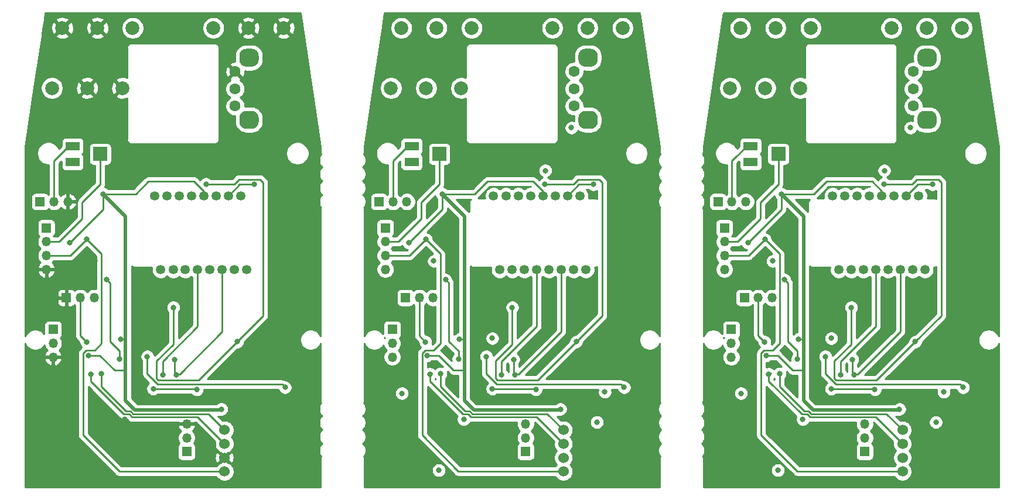
<source format=gbr>
%TF.GenerationSoftware,KiCad,Pcbnew,(5.1.6-0-10_14)*%
%TF.CreationDate,2020-11-03T23:38:41+01:00*%
%TF.ProjectId,panel_x3,70616e65-6c5f-4783-932e-6b696361645f,rev?*%
%TF.SameCoordinates,Original*%
%TF.FileFunction,Copper,L2,Bot*%
%TF.FilePolarity,Positive*%
%FSLAX46Y46*%
G04 Gerber Fmt 4.6, Leading zero omitted, Abs format (unit mm)*
G04 Created by KiCad (PCBNEW (5.1.6-0-10_14)) date 2020-11-03 23:38:41*
%MOMM*%
%LPD*%
G01*
G04 APERTURE LIST*
%TA.AperFunction,ComponentPad*%
%ADD10O,1.350000X1.350000*%
%TD*%
%TA.AperFunction,ComponentPad*%
%ADD11R,1.350000X1.350000*%
%TD*%
%TA.AperFunction,ComponentPad*%
%ADD12C,1.524000*%
%TD*%
%TA.AperFunction,ComponentPad*%
%ADD13C,2.000000*%
%TD*%
%TA.AperFunction,ComponentPad*%
%ADD14C,1.600000*%
%TD*%
%TA.AperFunction,SMDPad,CuDef*%
%ADD15R,2.000000X1.300000*%
%TD*%
%TA.AperFunction,SMDPad,CuDef*%
%ADD16R,2.000000X2.000000*%
%TD*%
%TA.AperFunction,ComponentPad*%
%ADD17C,1.350000*%
%TD*%
%TA.AperFunction,ViaPad*%
%ADD18C,0.800000*%
%TD*%
%TA.AperFunction,Conductor*%
%ADD19C,0.250000*%
%TD*%
%TA.AperFunction,Conductor*%
%ADD20C,0.500000*%
%TD*%
%TA.AperFunction,Conductor*%
%ADD21C,0.254000*%
%TD*%
%TA.AperFunction,NonConductor*%
%ADD22C,0.254000*%
%TD*%
G04 APERTURE END LIST*
D10*
%TO.P,J4,3*%
%TO.N,N/C*%
X177980000Y-110183200D03*
%TO.P,J4,2*%
X177980000Y-112183200D03*
D11*
%TO.P,J4,1*%
X177980000Y-114183200D03*
%TD*%
D10*
%TO.P,J3,4*%
%TO.N,N/C*%
X157700000Y-87800000D03*
%TO.P,J3,3*%
X157700000Y-85800000D03*
%TO.P,J3,2*%
X157700000Y-83800000D03*
D11*
%TO.P,J3,1*%
X157700000Y-81800000D03*
%TD*%
D12*
%TO.P,J1,1*%
%TO.N,N/C*%
X183441000Y-117056200D03*
%TO.P,J1,4*%
X183441000Y-111056200D03*
%TO.P,J1,3*%
X183441000Y-113056200D03*
%TO.P,J1,2*%
X183441000Y-115056200D03*
%TD*%
D13*
%TO.P,SW2,1*%
%TO.N,N/C*%
X181840000Y-52850000D03*
%TO.P,SW2,2*%
X192000000Y-52850000D03*
%TO.P,SW2,3*%
X186920000Y-52850000D03*
%TD*%
%TO.P,SW3,*%
%TO.N,*%
%TA.AperFunction,ComponentPad*%
G36*
G01*
X187396000Y-58456000D02*
X186598000Y-58456000D01*
G75*
G02*
X185597000Y-57455000I0J1001000D01*
G01*
X185597000Y-56857000D01*
G75*
G02*
X186598000Y-55856000I1001000J0D01*
G01*
X187396000Y-55856000D01*
G75*
G02*
X188397000Y-56857000I0J-1001000D01*
G01*
X188397000Y-57455000D01*
G75*
G02*
X187396000Y-58456000I-1001000J0D01*
G01*
G37*
%TD.AperFunction*%
%TA.AperFunction,ComponentPad*%
G36*
G01*
X187396000Y-67456000D02*
X186598000Y-67456000D01*
G75*
G02*
X185597000Y-66455000I0J1001000D01*
G01*
X185597000Y-65857000D01*
G75*
G02*
X186598000Y-64856000I1001000J0D01*
G01*
X187396000Y-64856000D01*
G75*
G02*
X188397000Y-65857000I0J-1001000D01*
G01*
X188397000Y-66455000D01*
G75*
G02*
X187396000Y-67456000I-1001000J0D01*
G01*
G37*
%TD.AperFunction*%
D14*
%TO.P,SW3,3*%
%TO.N,N/C*%
X184997000Y-59156000D03*
%TO.P,SW3,2*%
X184997000Y-61656000D03*
%TO.P,SW3,1*%
X184997000Y-64156000D03*
%TD*%
D15*
%TO.P,RV1,3*%
%TO.N,N/C*%
X161500000Y-72250000D03*
D16*
%TO.P,RV1,2*%
X165500000Y-71100000D03*
D15*
%TO.P,RV1,1*%
X161500000Y-69950000D03*
%TD*%
D17*
%TO.P,U2,1*%
%TO.N,N/C*%
X173340000Y-77150000D03*
%TO.P,U2,2*%
X175120000Y-77150000D03*
%TO.P,U2,3*%
X176900000Y-77150000D03*
%TO.P,U2,4*%
X178680000Y-77150000D03*
%TO.P,U2,5*%
X180460000Y-77150000D03*
%TO.P,U2,6*%
X182240000Y-77150000D03*
%TO.P,U2,7*%
X184020000Y-77150000D03*
%TO.P,U2,8*%
X185800000Y-77150000D03*
%TO.P,U2,16*%
X174230000Y-87850000D03*
%TO.P,U2,15*%
X176050000Y-87850000D03*
%TO.P,U2,14*%
X177790000Y-87850000D03*
%TO.P,U2,13*%
X179570000Y-87850000D03*
%TO.P,U2,12*%
X181350000Y-87850000D03*
%TO.P,U2,11*%
X183130000Y-87850000D03*
%TO.P,U2,10*%
X184910000Y-87850000D03*
%TO.P,U2,9*%
X186690000Y-87850000D03*
%TD*%
D13*
%TO.P,SW4,3*%
%TO.N,N/C*%
X163600000Y-61550000D03*
%TO.P,SW4,2*%
X168680000Y-61550000D03*
%TO.P,SW4,1*%
X158520000Y-61550000D03*
%TD*%
%TO.P,SW1,1*%
%TO.N,N/C*%
X170180000Y-52850000D03*
%TO.P,SW1,2*%
X160020000Y-52850000D03*
%TO.P,SW1,3*%
X165100000Y-52850000D03*
%TD*%
D11*
%TO.P,J5,1*%
%TO.N,N/C*%
X156800000Y-78000000D03*
D10*
%TO.P,J5,2*%
X158800000Y-78000000D03*
%TO.P,J5,3*%
X160800000Y-78000000D03*
%TD*%
D11*
%TO.P,J6,1*%
%TO.N,N/C*%
X160600000Y-91900000D03*
D10*
%TO.P,J6,2*%
X162600000Y-91900000D03*
%TO.P,J6,3*%
X164600000Y-91900000D03*
%TD*%
D11*
%TO.P,J2,1*%
%TO.N,N/C*%
X158700000Y-96500000D03*
D10*
%TO.P,J2,2*%
X158700000Y-98500000D03*
%TO.P,J2,3*%
X158700000Y-100500000D03*
%TD*%
%TO.P,J4,3*%
%TO.N,N/C*%
X128980000Y-110183200D03*
%TO.P,J4,2*%
X128980000Y-112183200D03*
D11*
%TO.P,J4,1*%
X128980000Y-114183200D03*
%TD*%
D10*
%TO.P,J3,4*%
%TO.N,N/C*%
X108700000Y-87800000D03*
%TO.P,J3,3*%
X108700000Y-85800000D03*
%TO.P,J3,2*%
X108700000Y-83800000D03*
D11*
%TO.P,J3,1*%
X108700000Y-81800000D03*
%TD*%
D12*
%TO.P,J1,1*%
%TO.N,N/C*%
X134441000Y-117056200D03*
%TO.P,J1,4*%
X134441000Y-111056200D03*
%TO.P,J1,3*%
X134441000Y-113056200D03*
%TO.P,J1,2*%
X134441000Y-115056200D03*
%TD*%
D13*
%TO.P,SW2,1*%
%TO.N,N/C*%
X132840000Y-52850000D03*
%TO.P,SW2,2*%
X143000000Y-52850000D03*
%TO.P,SW2,3*%
X137920000Y-52850000D03*
%TD*%
%TO.P,SW3,*%
%TO.N,*%
%TA.AperFunction,ComponentPad*%
G36*
G01*
X138396000Y-58456000D02*
X137598000Y-58456000D01*
G75*
G02*
X136597000Y-57455000I0J1001000D01*
G01*
X136597000Y-56857000D01*
G75*
G02*
X137598000Y-55856000I1001000J0D01*
G01*
X138396000Y-55856000D01*
G75*
G02*
X139397000Y-56857000I0J-1001000D01*
G01*
X139397000Y-57455000D01*
G75*
G02*
X138396000Y-58456000I-1001000J0D01*
G01*
G37*
%TD.AperFunction*%
%TA.AperFunction,ComponentPad*%
G36*
G01*
X138396000Y-67456000D02*
X137598000Y-67456000D01*
G75*
G02*
X136597000Y-66455000I0J1001000D01*
G01*
X136597000Y-65857000D01*
G75*
G02*
X137598000Y-64856000I1001000J0D01*
G01*
X138396000Y-64856000D01*
G75*
G02*
X139397000Y-65857000I0J-1001000D01*
G01*
X139397000Y-66455000D01*
G75*
G02*
X138396000Y-67456000I-1001000J0D01*
G01*
G37*
%TD.AperFunction*%
D14*
%TO.P,SW3,3*%
%TO.N,N/C*%
X135997000Y-59156000D03*
%TO.P,SW3,2*%
X135997000Y-61656000D03*
%TO.P,SW3,1*%
X135997000Y-64156000D03*
%TD*%
D15*
%TO.P,RV1,3*%
%TO.N,N/C*%
X112500000Y-72250000D03*
D16*
%TO.P,RV1,2*%
X116500000Y-71100000D03*
D15*
%TO.P,RV1,1*%
X112500000Y-69950000D03*
%TD*%
D17*
%TO.P,U2,1*%
%TO.N,N/C*%
X124340000Y-77150000D03*
%TO.P,U2,2*%
X126120000Y-77150000D03*
%TO.P,U2,3*%
X127900000Y-77150000D03*
%TO.P,U2,4*%
X129680000Y-77150000D03*
%TO.P,U2,5*%
X131460000Y-77150000D03*
%TO.P,U2,6*%
X133240000Y-77150000D03*
%TO.P,U2,7*%
X135020000Y-77150000D03*
%TO.P,U2,8*%
X136800000Y-77150000D03*
%TO.P,U2,16*%
X125230000Y-87850000D03*
%TO.P,U2,15*%
X127050000Y-87850000D03*
%TO.P,U2,14*%
X128790000Y-87850000D03*
%TO.P,U2,13*%
X130570000Y-87850000D03*
%TO.P,U2,12*%
X132350000Y-87850000D03*
%TO.P,U2,11*%
X134130000Y-87850000D03*
%TO.P,U2,10*%
X135910000Y-87850000D03*
%TO.P,U2,9*%
X137690000Y-87850000D03*
%TD*%
D13*
%TO.P,SW4,3*%
%TO.N,N/C*%
X114600000Y-61550000D03*
%TO.P,SW4,2*%
X119680000Y-61550000D03*
%TO.P,SW4,1*%
X109520000Y-61550000D03*
%TD*%
%TO.P,SW1,1*%
%TO.N,N/C*%
X121180000Y-52850000D03*
%TO.P,SW1,2*%
X111020000Y-52850000D03*
%TO.P,SW1,3*%
X116100000Y-52850000D03*
%TD*%
D11*
%TO.P,J5,1*%
%TO.N,N/C*%
X107800000Y-78000000D03*
D10*
%TO.P,J5,2*%
X109800000Y-78000000D03*
%TO.P,J5,3*%
X111800000Y-78000000D03*
%TD*%
D11*
%TO.P,J6,1*%
%TO.N,N/C*%
X111600000Y-91900000D03*
D10*
%TO.P,J6,2*%
X113600000Y-91900000D03*
%TO.P,J6,3*%
X115600000Y-91900000D03*
%TD*%
D11*
%TO.P,J2,1*%
%TO.N,N/C*%
X109700000Y-96500000D03*
D10*
%TO.P,J2,2*%
X109700000Y-98500000D03*
%TO.P,J2,3*%
X109700000Y-100500000D03*
%TD*%
D11*
%TO.P,J3,1*%
%TO.N,Net-(J3-Pad1)*%
X59700000Y-81800000D03*
D10*
%TO.P,J3,2*%
%TO.N,Net-(J3-Pad2)*%
X59700000Y-83800000D03*
%TO.P,J3,3*%
%TO.N,5V*%
X59700000Y-85800000D03*
%TO.P,J3,4*%
%TO.N,GND*%
X59700000Y-87800000D03*
%TD*%
%TO.P,J2,3*%
%TO.N,GND*%
X60700000Y-100500000D03*
%TO.P,J2,2*%
%TO.N,Net-(J2-Pad2)*%
X60700000Y-98500000D03*
D11*
%TO.P,J2,1*%
%TO.N,VCC*%
X60700000Y-96500000D03*
%TD*%
D10*
%TO.P,J6,3*%
%TO.N,Net-(J6-Pad3)*%
X66600000Y-91900000D03*
%TO.P,J6,2*%
%TO.N,Net-(J6-Pad2)*%
X64600000Y-91900000D03*
D11*
%TO.P,J6,1*%
%TO.N,GND*%
X62600000Y-91900000D03*
%TD*%
D10*
%TO.P,J5,3*%
%TO.N,GND*%
X62800000Y-78000000D03*
%TO.P,J5,2*%
%TO.N,Net-(J5-Pad2)*%
X60800000Y-78000000D03*
D11*
%TO.P,J5,1*%
%TO.N,5V*%
X58800000Y-78000000D03*
%TD*%
D15*
%TO.P,RV1,1*%
%TO.N,Net-(J5-Pad2)*%
X63500000Y-69950000D03*
D16*
%TO.P,RV1,2*%
%TO.N,Net-(J3-Pad2)*%
X67500000Y-71100000D03*
D15*
%TO.P,RV1,3*%
%TO.N,N/C*%
X63500000Y-72250000D03*
%TD*%
D14*
%TO.P,SW3,1*%
%TO.N,Net-(D4-Pad2)*%
X86997000Y-64156000D03*
%TO.P,SW3,2*%
%TO.N,Net-(D2-Pad2)*%
X86997000Y-61656000D03*
%TO.P,SW3,3*%
%TO.N,GND*%
X86997000Y-59156000D03*
%TO.P,SW3,*%
%TO.N,*%
%TA.AperFunction,ComponentPad*%
G36*
G01*
X89396000Y-67456000D02*
X88598000Y-67456000D01*
G75*
G02*
X87597000Y-66455000I0J1001000D01*
G01*
X87597000Y-65857000D01*
G75*
G02*
X88598000Y-64856000I1001000J0D01*
G01*
X89396000Y-64856000D01*
G75*
G02*
X90397000Y-65857000I0J-1001000D01*
G01*
X90397000Y-66455000D01*
G75*
G02*
X89396000Y-67456000I-1001000J0D01*
G01*
G37*
%TD.AperFunction*%
%TA.AperFunction,ComponentPad*%
G36*
G01*
X89396000Y-58456000D02*
X88598000Y-58456000D01*
G75*
G02*
X87597000Y-57455000I0J1001000D01*
G01*
X87597000Y-56857000D01*
G75*
G02*
X88598000Y-55856000I1001000J0D01*
G01*
X89396000Y-55856000D01*
G75*
G02*
X90397000Y-56857000I0J-1001000D01*
G01*
X90397000Y-57455000D01*
G75*
G02*
X89396000Y-58456000I-1001000J0D01*
G01*
G37*
%TD.AperFunction*%
%TD*%
D12*
%TO.P,J1,2*%
%TO.N,GND*%
X85441000Y-115056200D03*
%TO.P,J1,3*%
%TO.N,DP*%
X85441000Y-113056200D03*
%TO.P,J1,4*%
%TO.N,DM*%
X85441000Y-111056200D03*
%TO.P,J1,1*%
%TO.N,5V*%
X85441000Y-117056200D03*
%TD*%
D13*
%TO.P,SW2,3*%
%TO.N,GND*%
X88920000Y-52850000D03*
%TO.P,SW2,2*%
X94000000Y-52850000D03*
%TO.P,SW2,1*%
%TO.N,Net-(D3-Pad2)*%
X83840000Y-52850000D03*
%TD*%
%TO.P,SW1,3*%
%TO.N,GND*%
X67100000Y-52850000D03*
%TO.P,SW1,2*%
X62020000Y-52850000D03*
%TO.P,SW1,1*%
%TO.N,Net-(D1-Pad2)*%
X72180000Y-52850000D03*
%TD*%
%TO.P,SW4,1*%
%TO.N,Net-(D5-Pad2)*%
X60520000Y-61550000D03*
%TO.P,SW4,2*%
%TO.N,GND*%
X70680000Y-61550000D03*
%TO.P,SW4,3*%
X65600000Y-61550000D03*
%TD*%
D17*
%TO.P,U2,9*%
%TO.N,Net-(R12-Pad1)*%
X88690000Y-87850000D03*
%TO.P,U2,10*%
%TO.N,SCLK*%
X86910000Y-87850000D03*
%TO.P,U2,11*%
%TO.N,MOSI*%
X85130000Y-87850000D03*
%TO.P,U2,12*%
%TO.N,MISO*%
X83350000Y-87850000D03*
%TO.P,U2,13*%
%TO.N,NSS*%
X81570000Y-87850000D03*
%TO.P,U2,14*%
%TO.N,N/C*%
X79790000Y-87850000D03*
%TO.P,U2,15*%
%TO.N,Net-(R11-Pad2)*%
X78050000Y-87850000D03*
%TO.P,U2,16*%
%TO.N,N/C*%
X76230000Y-87850000D03*
%TO.P,U2,8*%
%TO.N,GND*%
X87800000Y-77150000D03*
%TO.P,U2,7*%
%TO.N,Net-(R5-Pad2)*%
X86020000Y-77150000D03*
%TO.P,U2,6*%
%TO.N,N/C*%
X84240000Y-77150000D03*
%TO.P,U2,5*%
%TO.N,VCC*%
X82460000Y-77150000D03*
%TO.P,U2,4*%
%TO.N,VCC1.9*%
X80680000Y-77150000D03*
%TO.P,U2,3*%
%TO.N,Net-(C10-Pad2)*%
X78900000Y-77150000D03*
%TO.P,U2,2*%
%TO.N,N/C*%
X77120000Y-77150000D03*
%TO.P,U2,1*%
X75340000Y-77150000D03*
%TD*%
D11*
%TO.P,J4,1*%
%TO.N,VCC*%
X79980000Y-114183200D03*
D10*
%TO.P,J4,2*%
%TO.N,Net-(C24-Pad1)*%
X79980000Y-112183200D03*
%TO.P,J4,3*%
%TO.N,GND*%
X79980000Y-110183200D03*
%TD*%
D18*
%TO.N,*%
X136295200Y-98282800D03*
X127049600Y-93304400D03*
X131774000Y-75435500D03*
X119429600Y-97927200D03*
X134009200Y-108036400D03*
X112114400Y-83962000D03*
X114756000Y-100264000D03*
X116940400Y-76896000D03*
X114552800Y-83454000D03*
X117400000Y-89300000D03*
X119264500Y-100772000D03*
X115131920Y-102951320D03*
X116686400Y-102885280D03*
X138759000Y-75499000D03*
X130453200Y-105191600D03*
X124154000Y-105090000D03*
X125525600Y-103058000D03*
X127222320Y-100838040D03*
X127471240Y-103032600D03*
X131824800Y-73492400D03*
X111098400Y-105750400D03*
X124154000Y-97774800D03*
X120037960Y-109510840D03*
X140410000Y-105547200D03*
X116432400Y-116875600D03*
X115700000Y-86600000D03*
X139267000Y-109928700D03*
X135600000Y-67300000D03*
X123290400Y-100416400D03*
X143204000Y-104886800D03*
X114500000Y-98300000D03*
X185295200Y-98282800D03*
X176049600Y-93304400D03*
X180774000Y-75435500D03*
X168429600Y-97927200D03*
X183009200Y-108036400D03*
X161114400Y-83962000D03*
X163756000Y-100264000D03*
X165940400Y-76896000D03*
X163552800Y-83454000D03*
X166400000Y-89300000D03*
X168264500Y-100772000D03*
X164131920Y-102951320D03*
X165686400Y-102885280D03*
X187759000Y-75499000D03*
X179453200Y-105191600D03*
X173154000Y-105090000D03*
X174525600Y-103058000D03*
X176222320Y-100838040D03*
X176471240Y-103032600D03*
X180824800Y-73492400D03*
X160098400Y-105750400D03*
X173154000Y-97774800D03*
X169037960Y-109510840D03*
X189410000Y-105547200D03*
X165432400Y-116875600D03*
X164700000Y-86600000D03*
X188267000Y-109928700D03*
X184600000Y-67300000D03*
X172290400Y-100416400D03*
X192204000Y-104886800D03*
X163500000Y-98300000D03*
%TO.N,VCC1.9*%
X87295200Y-98282800D03*
X82774000Y-75435500D03*
X78049600Y-93304400D03*
%TO.N,VCC*%
X70429600Y-97927200D03*
X65756000Y-100264000D03*
X85009200Y-108036400D03*
X63114400Y-83962000D03*
X67940400Y-76896000D03*
%TO.N,5V*%
X65552800Y-83454000D03*
%TO.N,ADC_IN8*%
X68400000Y-89300000D03*
X70264500Y-100772000D03*
%TO.N,DP*%
X66131920Y-102951320D03*
%TO.N,DM*%
X67686400Y-102885280D03*
%TO.N,Net-(R5-Pad2)*%
X89759000Y-75499000D03*
%TO.N,PA2*%
X81453200Y-105191600D03*
X75154000Y-105090000D03*
%TO.N,NSS*%
X76525600Y-103058000D03*
%TO.N,MOSI*%
X78222320Y-100838040D03*
X78471240Y-103032600D03*
%TO.N,GND*%
X91410000Y-105547200D03*
X67432400Y-116875600D03*
X66700000Y-86600000D03*
X90267000Y-109928700D03*
X71037960Y-109510840D03*
X62098400Y-105750400D03*
X82824800Y-73492400D03*
X75154000Y-97774800D03*
X86600000Y-67300000D03*
%TO.N,PB1*%
X74290400Y-100416400D03*
X94204000Y-104886800D03*
%TO.N,Net-(J6-Pad2)*%
X65500000Y-98300000D03*
%TD*%
D19*
%TO.N,*%
X124611200Y-103616800D02*
X124865200Y-103870800D01*
X124865200Y-103870800D02*
X130707200Y-103870800D01*
X127049600Y-98638400D02*
X124611200Y-101076800D01*
X127049600Y-93304400D02*
X127049600Y-98638400D01*
X140054400Y-75219600D02*
X140054400Y-94523600D01*
X130707200Y-103870800D02*
X136295200Y-98282800D01*
X139608799Y-74773999D02*
X140054400Y-75219600D01*
X124611200Y-101076800D02*
X124611200Y-103616800D01*
X131774000Y-75435500D02*
X135876100Y-75435500D01*
X135876100Y-75435500D02*
X136537601Y-74773999D01*
X140054400Y-94523600D02*
X136295200Y-98282800D01*
X136537601Y-74773999D02*
X139608799Y-74773999D01*
X116940400Y-76896000D02*
X116940400Y-79136000D01*
D20*
X120140800Y-106791204D02*
X121507775Y-108158179D01*
X121507775Y-108158179D02*
X133887421Y-108158179D01*
X120140800Y-102397600D02*
X120140800Y-106791204D01*
X133887421Y-108158179D02*
X134009200Y-108036400D01*
D19*
X116940400Y-79136000D02*
X112114400Y-83962000D01*
X120039200Y-97927200D02*
X120140800Y-98028800D01*
X130046800Y-75067200D02*
X131460000Y-76480400D01*
X118566000Y-102397600D02*
X120140800Y-102397600D01*
X114756000Y-100264000D02*
X116432400Y-100264000D01*
X119429600Y-97927200D02*
X120039200Y-97927200D01*
D20*
X120140800Y-98028800D02*
X120140800Y-80096400D01*
X120140800Y-80096400D02*
X116940400Y-76896000D01*
D19*
X116940400Y-76896000D02*
X121614000Y-76896000D01*
X116432400Y-100264000D02*
X118566000Y-102397600D01*
D20*
X120140800Y-102397600D02*
X120140800Y-98028800D01*
D19*
X121614000Y-76896000D02*
X123442800Y-75067200D01*
X131460000Y-76480400D02*
X131460000Y-77150000D01*
X123442800Y-75067200D02*
X130046800Y-75067200D01*
X119256200Y-117056200D02*
X114030999Y-111830999D01*
X112187600Y-85800000D02*
X112197200Y-85809600D01*
X112187600Y-85800000D02*
X108700000Y-85800000D01*
X115700000Y-99500000D02*
X116674999Y-98525001D01*
X116674999Y-85576199D02*
X114552800Y-83454000D01*
X114030999Y-99915999D02*
X114446998Y-99500000D01*
X114030999Y-111830999D02*
X114030999Y-99915999D01*
X114552800Y-83454000D02*
X112197200Y-85809600D01*
X134441000Y-117056200D02*
X119256200Y-117056200D01*
X116674999Y-98525001D02*
X116674999Y-85576199D01*
X108309600Y-85809600D02*
X108300000Y-85800000D01*
X114446998Y-99500000D02*
X115700000Y-99500000D01*
X119264500Y-99641700D02*
X117900000Y-98277200D01*
X119264500Y-100772000D02*
X119264500Y-99641700D01*
X117900000Y-89800000D02*
X117400000Y-89300000D01*
X117900000Y-98277200D02*
X117900000Y-89800000D01*
X115131920Y-104031920D02*
X119885839Y-108785839D01*
X121083199Y-109183199D02*
X130567999Y-109183199D01*
X119885839Y-108785839D02*
X120685839Y-108785839D01*
X115391000Y-102829400D02*
X115365600Y-102804000D01*
X130567999Y-109183199D02*
X134441000Y-113056200D01*
X120685839Y-108785839D02*
X121083199Y-109183199D01*
X115131920Y-102951320D02*
X115131920Y-104031920D01*
X116686400Y-102885280D02*
X116686400Y-104786400D01*
X121269599Y-108733189D02*
X132117989Y-108733189D01*
X116686400Y-104786400D02*
X120235829Y-108335829D01*
X120872240Y-108335830D02*
X121269599Y-108733189D01*
X132117989Y-108733189D02*
X134441000Y-111056200D01*
X120235829Y-108335829D02*
X120872240Y-108335830D01*
X110600000Y-83800000D02*
X108700000Y-83800000D01*
X116500000Y-71100000D02*
X116500000Y-75500000D01*
X113900000Y-80500000D02*
X113900000Y-78100000D01*
X113900000Y-80500000D02*
X110600000Y-83800000D01*
X116500000Y-71100000D02*
X116500000Y-70900000D01*
X116500000Y-75500000D02*
X113900000Y-78100000D01*
X136671000Y-75499000D02*
X138759000Y-75499000D01*
X135020000Y-77150000D02*
X136671000Y-75499000D01*
X124154000Y-105090000D02*
X130351600Y-105090000D01*
X130402400Y-105140800D02*
X130453200Y-105191600D01*
X130351600Y-105090000D02*
X130453200Y-105191600D01*
X125525600Y-103058000D02*
X125525600Y-101127600D01*
X130570000Y-96083200D02*
X130570000Y-87850000D01*
X125525600Y-101127600D02*
X130570000Y-96083200D01*
X127964000Y-103007200D02*
X127496640Y-103007200D01*
X127222320Y-102783680D02*
X127471240Y-103032600D01*
X127222320Y-100838040D02*
X127222320Y-102783680D01*
X127496640Y-103007200D02*
X127471240Y-103032600D01*
X134130000Y-96841200D02*
X134130000Y-87850000D01*
X127964000Y-103007200D02*
X134130000Y-96841200D01*
X142783799Y-104466599D02*
X143204000Y-104886800D01*
X124824589Y-104466599D02*
X142783799Y-104466599D01*
X123290400Y-102932410D02*
X124824589Y-104466599D01*
X123290400Y-100416400D02*
X123290400Y-102932410D01*
X110300000Y-71614000D02*
X110300000Y-71600000D01*
X111950000Y-69950000D02*
X112500000Y-69950000D01*
X109800000Y-72106117D02*
X110300000Y-71614000D01*
X110300000Y-71600000D02*
X111950000Y-69950000D01*
X109800000Y-78000000D02*
X109800000Y-72106117D01*
X113600000Y-97400000D02*
X113600000Y-97100000D01*
X114500000Y-98300000D02*
X113600000Y-97400000D01*
X113600000Y-97100000D02*
X113600000Y-91900000D01*
X173611200Y-103616800D02*
X173865200Y-103870800D01*
X173865200Y-103870800D02*
X179707200Y-103870800D01*
X176049600Y-98638400D02*
X173611200Y-101076800D01*
X176049600Y-93304400D02*
X176049600Y-98638400D01*
X189054400Y-75219600D02*
X189054400Y-94523600D01*
X179707200Y-103870800D02*
X185295200Y-98282800D01*
X188608799Y-74773999D02*
X189054400Y-75219600D01*
X173611200Y-101076800D02*
X173611200Y-103616800D01*
X180774000Y-75435500D02*
X184876100Y-75435500D01*
X184876100Y-75435500D02*
X185537601Y-74773999D01*
X189054400Y-94523600D02*
X185295200Y-98282800D01*
X185537601Y-74773999D02*
X188608799Y-74773999D01*
X165940400Y-76896000D02*
X165940400Y-79136000D01*
D20*
X169140800Y-106791204D02*
X170507775Y-108158179D01*
X170507775Y-108158179D02*
X182887421Y-108158179D01*
X169140800Y-102397600D02*
X169140800Y-106791204D01*
X182887421Y-108158179D02*
X183009200Y-108036400D01*
D19*
X165940400Y-79136000D02*
X161114400Y-83962000D01*
X169039200Y-97927200D02*
X169140800Y-98028800D01*
X179046800Y-75067200D02*
X180460000Y-76480400D01*
X167566000Y-102397600D02*
X169140800Y-102397600D01*
X163756000Y-100264000D02*
X165432400Y-100264000D01*
X168429600Y-97927200D02*
X169039200Y-97927200D01*
D20*
X169140800Y-98028800D02*
X169140800Y-80096400D01*
X169140800Y-80096400D02*
X165940400Y-76896000D01*
D19*
X165940400Y-76896000D02*
X170614000Y-76896000D01*
X165432400Y-100264000D02*
X167566000Y-102397600D01*
D20*
X169140800Y-102397600D02*
X169140800Y-98028800D01*
D19*
X170614000Y-76896000D02*
X172442800Y-75067200D01*
X180460000Y-76480400D02*
X180460000Y-77150000D01*
X172442800Y-75067200D02*
X179046800Y-75067200D01*
X168256200Y-117056200D02*
X163030999Y-111830999D01*
X161187600Y-85800000D02*
X161197200Y-85809600D01*
X161187600Y-85800000D02*
X157700000Y-85800000D01*
X164700000Y-99500000D02*
X165674999Y-98525001D01*
X165674999Y-85576199D02*
X163552800Y-83454000D01*
X163030999Y-99915999D02*
X163446998Y-99500000D01*
X163030999Y-111830999D02*
X163030999Y-99915999D01*
X163552800Y-83454000D02*
X161197200Y-85809600D01*
X183441000Y-117056200D02*
X168256200Y-117056200D01*
X165674999Y-98525001D02*
X165674999Y-85576199D01*
X157309600Y-85809600D02*
X157300000Y-85800000D01*
X163446998Y-99500000D02*
X164700000Y-99500000D01*
X168264500Y-99641700D02*
X166900000Y-98277200D01*
X168264500Y-100772000D02*
X168264500Y-99641700D01*
X166900000Y-89800000D02*
X166400000Y-89300000D01*
X166900000Y-98277200D02*
X166900000Y-89800000D01*
X164131920Y-104031920D02*
X168885839Y-108785839D01*
X170083199Y-109183199D02*
X179567999Y-109183199D01*
X168885839Y-108785839D02*
X169685839Y-108785839D01*
X164391000Y-102829400D02*
X164365600Y-102804000D01*
X179567999Y-109183199D02*
X183441000Y-113056200D01*
X169685839Y-108785839D02*
X170083199Y-109183199D01*
X164131920Y-102951320D02*
X164131920Y-104031920D01*
X165686400Y-102885280D02*
X165686400Y-104786400D01*
X170269599Y-108733189D02*
X181117989Y-108733189D01*
X165686400Y-104786400D02*
X169235829Y-108335829D01*
X169872240Y-108335830D02*
X170269599Y-108733189D01*
X181117989Y-108733189D02*
X183441000Y-111056200D01*
X169235829Y-108335829D02*
X169872240Y-108335830D01*
X159600000Y-83800000D02*
X157700000Y-83800000D01*
X165500000Y-71100000D02*
X165500000Y-75500000D01*
X162900000Y-80500000D02*
X162900000Y-78100000D01*
X162900000Y-80500000D02*
X159600000Y-83800000D01*
X165500000Y-71100000D02*
X165500000Y-70900000D01*
X165500000Y-75500000D02*
X162900000Y-78100000D01*
X185671000Y-75499000D02*
X187759000Y-75499000D01*
X184020000Y-77150000D02*
X185671000Y-75499000D01*
X173154000Y-105090000D02*
X179351600Y-105090000D01*
X179402400Y-105140800D02*
X179453200Y-105191600D01*
X179351600Y-105090000D02*
X179453200Y-105191600D01*
X174525600Y-103058000D02*
X174525600Y-101127600D01*
X179570000Y-96083200D02*
X179570000Y-87850000D01*
X174525600Y-101127600D02*
X179570000Y-96083200D01*
X176964000Y-103007200D02*
X176496640Y-103007200D01*
X176222320Y-102783680D02*
X176471240Y-103032600D01*
X176222320Y-100838040D02*
X176222320Y-102783680D01*
X176496640Y-103007200D02*
X176471240Y-103032600D01*
X183130000Y-96841200D02*
X183130000Y-87850000D01*
X176964000Y-103007200D02*
X183130000Y-96841200D01*
X191783799Y-104466599D02*
X192204000Y-104886800D01*
X173824589Y-104466599D02*
X191783799Y-104466599D01*
X172290400Y-102932410D02*
X173824589Y-104466599D01*
X172290400Y-100416400D02*
X172290400Y-102932410D01*
X159300000Y-71614000D02*
X159300000Y-71600000D01*
X160950000Y-69950000D02*
X161500000Y-69950000D01*
X158800000Y-72106117D02*
X159300000Y-71614000D01*
X159300000Y-71600000D02*
X160950000Y-69950000D01*
X158800000Y-78000000D02*
X158800000Y-72106117D01*
X162600000Y-97400000D02*
X162600000Y-97100000D01*
X163500000Y-98300000D02*
X162600000Y-97400000D01*
X162600000Y-97100000D02*
X162600000Y-91900000D01*
%TO.N,VCC1.9*%
X75611200Y-103616800D02*
X75865200Y-103870800D01*
X75865200Y-103870800D02*
X81707200Y-103870800D01*
X78049600Y-98638400D02*
X75611200Y-101076800D01*
X75611200Y-101076800D02*
X75611200Y-103616800D01*
X81707200Y-103870800D02*
X87295200Y-98282800D01*
X78049600Y-93304400D02*
X78049600Y-98638400D01*
X91054400Y-75219600D02*
X91054400Y-94523600D01*
X90608799Y-74773999D02*
X91054400Y-75219600D01*
X87537601Y-74773999D02*
X90608799Y-74773999D01*
X91054400Y-94523600D02*
X87295200Y-98282800D01*
X86876100Y-75435500D02*
X87537601Y-74773999D01*
X82774000Y-75435500D02*
X86876100Y-75435500D01*
%TO.N,VCC*%
X67940400Y-76896000D02*
X72614000Y-76896000D01*
X72614000Y-76896000D02*
X74442800Y-75067200D01*
X74442800Y-75067200D02*
X81046800Y-75067200D01*
X82460000Y-76480400D02*
X82460000Y-77150000D01*
X81046800Y-75067200D02*
X82460000Y-76480400D01*
D20*
X71140800Y-80096400D02*
X67940400Y-76896000D01*
D19*
X71039200Y-97927200D02*
X71140800Y-98028800D01*
D20*
X71140800Y-98028800D02*
X71140800Y-80096400D01*
D19*
X70429600Y-97927200D02*
X71039200Y-97927200D01*
X65756000Y-100264000D02*
X67432400Y-100264000D01*
X69566000Y-102397600D02*
X71140800Y-102397600D01*
X67432400Y-100264000D02*
X69566000Y-102397600D01*
D20*
X71140800Y-102397600D02*
X71140800Y-98028800D01*
X72507775Y-108158179D02*
X84887421Y-108158179D01*
X71140800Y-106791204D02*
X72507775Y-108158179D01*
X84887421Y-108158179D02*
X85009200Y-108036400D01*
X71140800Y-102397600D02*
X71140800Y-106791204D01*
D19*
X67940400Y-79136000D02*
X63114400Y-83962000D01*
X67940400Y-76896000D02*
X67940400Y-79136000D01*
%TO.N,5V*%
X59309600Y-85809600D02*
X59300000Y-85800000D01*
X65552800Y-83454000D02*
X63197200Y-85809600D01*
X67674999Y-85576199D02*
X65552800Y-83454000D01*
X67674999Y-98525001D02*
X67674999Y-85576199D01*
X66700000Y-99500000D02*
X67674999Y-98525001D01*
X70256200Y-117056200D02*
X65030999Y-111830999D01*
X65446998Y-99500000D02*
X66700000Y-99500000D01*
X65030999Y-99915999D02*
X65446998Y-99500000D01*
X65030999Y-111830999D02*
X65030999Y-99915999D01*
X85441000Y-117056200D02*
X70256200Y-117056200D01*
X63187600Y-85800000D02*
X63197200Y-85809600D01*
X63187600Y-85800000D02*
X59700000Y-85800000D01*
%TO.N,ADC_IN8*%
X68900000Y-89800000D02*
X68400000Y-89300000D01*
X68900000Y-98277200D02*
X68900000Y-89800000D01*
X70264500Y-99641700D02*
X68900000Y-98277200D01*
X70264500Y-100772000D02*
X70264500Y-99641700D01*
%TO.N,DP*%
X66391000Y-102829400D02*
X66365600Y-102804000D01*
X70885839Y-108785839D02*
X71685839Y-108785839D01*
X72083199Y-109183199D02*
X81567999Y-109183199D01*
X66131920Y-104031920D02*
X70885839Y-108785839D01*
X71685839Y-108785839D02*
X72083199Y-109183199D01*
X81567999Y-109183199D02*
X85441000Y-113056200D01*
X66131920Y-102951320D02*
X66131920Y-104031920D01*
%TO.N,DM*%
X83117989Y-108733189D02*
X85441000Y-111056200D01*
X71235829Y-108335829D02*
X71872240Y-108335830D01*
X71872240Y-108335830D02*
X72269599Y-108733189D01*
X67686400Y-104786400D02*
X71235829Y-108335829D01*
X72269599Y-108733189D02*
X83117989Y-108733189D01*
X67686400Y-102885280D02*
X67686400Y-104786400D01*
%TO.N,Net-(J3-Pad2)*%
X67500000Y-71100000D02*
X67500000Y-70900000D01*
X64900000Y-80500000D02*
X61600000Y-83800000D01*
X67500000Y-75500000D02*
X64900000Y-78100000D01*
X67500000Y-71100000D02*
X67500000Y-75500000D01*
X64900000Y-80500000D02*
X64900000Y-78100000D01*
X61600000Y-83800000D02*
X59700000Y-83800000D01*
%TO.N,Net-(R5-Pad2)*%
X86020000Y-77150000D02*
X87671000Y-75499000D01*
X87671000Y-75499000D02*
X89759000Y-75499000D01*
%TO.N,PA2*%
X81402400Y-105140800D02*
X81453200Y-105191600D01*
X81351600Y-105090000D02*
X81453200Y-105191600D01*
X75154000Y-105090000D02*
X81351600Y-105090000D01*
%TO.N,NSS*%
X81570000Y-96083200D02*
X81570000Y-87850000D01*
X76525600Y-101127600D02*
X81570000Y-96083200D01*
X76525600Y-103058000D02*
X76525600Y-101127600D01*
%TO.N,MOSI*%
X85130000Y-96841200D02*
X85130000Y-87850000D01*
X78964000Y-103007200D02*
X85130000Y-96841200D01*
X78222320Y-102783680D02*
X78471240Y-103032600D01*
X78222320Y-100838040D02*
X78222320Y-102783680D01*
X78496640Y-103007200D02*
X78471240Y-103032600D01*
X78964000Y-103007200D02*
X78496640Y-103007200D01*
%TO.N,PB1*%
X93783799Y-104466599D02*
X94204000Y-104886800D01*
X75824589Y-104466599D02*
X93783799Y-104466599D01*
X74290400Y-102932410D02*
X75824589Y-104466599D01*
X74290400Y-100416400D02*
X74290400Y-102932410D01*
%TO.N,Net-(J5-Pad2)*%
X61300000Y-71614000D02*
X61300000Y-71600000D01*
X62950000Y-69950000D02*
X63500000Y-69950000D01*
X60800000Y-72106117D02*
X61300000Y-71614000D01*
X61300000Y-71600000D02*
X62950000Y-69950000D01*
X60800000Y-78000000D02*
X60800000Y-72106117D01*
%TO.N,Net-(J6-Pad2)*%
X64600000Y-97400000D02*
X64600000Y-97100000D01*
X65500000Y-98300000D02*
X64600000Y-97400000D01*
X64600000Y-97100000D02*
X64600000Y-91900000D01*
%TD*%
D21*
%TO.N,GND*%
G36*
X99340000Y-70049231D02*
G01*
X99340000Y-70778801D01*
X99336807Y-70811220D01*
X99349550Y-70940603D01*
X99387290Y-71065013D01*
X99419166Y-71124649D01*
X99272629Y-71343957D01*
X99168225Y-71596011D01*
X99115000Y-71863589D01*
X99115000Y-72136411D01*
X99168225Y-72403989D01*
X99272629Y-72656043D01*
X99424201Y-72882886D01*
X99541315Y-73000000D01*
X99424201Y-73117114D01*
X99272629Y-73343957D01*
X99168225Y-73596011D01*
X99115000Y-73863589D01*
X99115000Y-74136411D01*
X99168225Y-74403989D01*
X99272629Y-74656043D01*
X99424201Y-74882886D01*
X99541315Y-75000000D01*
X99424201Y-75117114D01*
X99272629Y-75343957D01*
X99168225Y-75596011D01*
X99115000Y-75863589D01*
X99115000Y-76136411D01*
X99168225Y-76403989D01*
X99272629Y-76656043D01*
X99424201Y-76882886D01*
X99541315Y-77000000D01*
X99424201Y-77117114D01*
X99272629Y-77343957D01*
X99168225Y-77596011D01*
X99115000Y-77863589D01*
X99115000Y-78136411D01*
X99168225Y-78403989D01*
X99272629Y-78656043D01*
X99396134Y-78840881D01*
X99387290Y-78857427D01*
X99349550Y-78981837D01*
X99336807Y-79111220D01*
X99340000Y-79143639D01*
X99340001Y-97497636D01*
X99249340Y-97278763D01*
X99082706Y-97029378D01*
X98870622Y-96817294D01*
X98621237Y-96650660D01*
X98344136Y-96535881D01*
X98049966Y-96477367D01*
X97750034Y-96477367D01*
X97455864Y-96535881D01*
X97178763Y-96650660D01*
X96929378Y-96817294D01*
X96717294Y-97029378D01*
X96550660Y-97278763D01*
X96435881Y-97555864D01*
X96377367Y-97850034D01*
X96377367Y-98149966D01*
X96435881Y-98444136D01*
X96550660Y-98721237D01*
X96717294Y-98970622D01*
X96929378Y-99182706D01*
X97178763Y-99349340D01*
X97455864Y-99464119D01*
X97750034Y-99522633D01*
X98049966Y-99522633D01*
X98344136Y-99464119D01*
X98621237Y-99349340D01*
X98870622Y-99182706D01*
X99082706Y-98970622D01*
X99249340Y-98721237D01*
X99340001Y-98502364D01*
X99340001Y-106778791D01*
X99336807Y-106811220D01*
X99349550Y-106940603D01*
X99387290Y-107065013D01*
X99419166Y-107124649D01*
X99272629Y-107343957D01*
X99168225Y-107596011D01*
X99115000Y-107863589D01*
X99115000Y-108136411D01*
X99168225Y-108403989D01*
X99272629Y-108656043D01*
X99424201Y-108882886D01*
X99541315Y-109000000D01*
X99424201Y-109117114D01*
X99272629Y-109343957D01*
X99168225Y-109596011D01*
X99115000Y-109863589D01*
X99115000Y-110136411D01*
X99168225Y-110403989D01*
X99272629Y-110656043D01*
X99424201Y-110882886D01*
X99541315Y-111000000D01*
X99424201Y-111117114D01*
X99272629Y-111343957D01*
X99168225Y-111596011D01*
X99115000Y-111863589D01*
X99115000Y-112136411D01*
X99168225Y-112403989D01*
X99272629Y-112656043D01*
X99424201Y-112882886D01*
X99541315Y-113000000D01*
X99424201Y-113117114D01*
X99272629Y-113343957D01*
X99168225Y-113596011D01*
X99115000Y-113863589D01*
X99115000Y-114136411D01*
X99168225Y-114403989D01*
X99272629Y-114656043D01*
X99396134Y-114840881D01*
X99387290Y-114857427D01*
X99349550Y-114981837D01*
X99336807Y-115111220D01*
X99340001Y-115143649D01*
X99340000Y-119340000D01*
X56660000Y-119340000D01*
X56660000Y-100829400D01*
X59432090Y-100829400D01*
X59462762Y-100930528D01*
X59570527Y-101163629D01*
X59721697Y-101371227D01*
X59910463Y-101545344D01*
X60129570Y-101679289D01*
X60370599Y-101767915D01*
X60573000Y-101645085D01*
X60573000Y-100627000D01*
X60827000Y-100627000D01*
X60827000Y-101645085D01*
X61029401Y-101767915D01*
X61270430Y-101679289D01*
X61489537Y-101545344D01*
X61678303Y-101371227D01*
X61829473Y-101163629D01*
X61937238Y-100930528D01*
X61967910Y-100829400D01*
X61844224Y-100627000D01*
X60827000Y-100627000D01*
X60573000Y-100627000D01*
X59555776Y-100627000D01*
X59432090Y-100829400D01*
X56660000Y-100829400D01*
X56660000Y-98502364D01*
X56750660Y-98721237D01*
X56917294Y-98970622D01*
X57129378Y-99182706D01*
X57378763Y-99349340D01*
X57655864Y-99464119D01*
X57950034Y-99522633D01*
X58249966Y-99522633D01*
X58544136Y-99464119D01*
X58821237Y-99349340D01*
X59070622Y-99182706D01*
X59282706Y-98970622D01*
X59417747Y-98768519D01*
X59440342Y-98882113D01*
X59539093Y-99120518D01*
X59682456Y-99335077D01*
X59854060Y-99506681D01*
X59721697Y-99628773D01*
X59570527Y-99836371D01*
X59462762Y-100069472D01*
X59432090Y-100170600D01*
X59555776Y-100373000D01*
X60573000Y-100373000D01*
X60573000Y-100353000D01*
X60827000Y-100353000D01*
X60827000Y-100373000D01*
X61844224Y-100373000D01*
X61967910Y-100170600D01*
X61937238Y-100069472D01*
X61829473Y-99836371D01*
X61678303Y-99628773D01*
X61545940Y-99506681D01*
X61717544Y-99335077D01*
X61860907Y-99120518D01*
X61959658Y-98882113D01*
X62010000Y-98629024D01*
X62010000Y-98370976D01*
X61959658Y-98117887D01*
X61860907Y-97879482D01*
X61739303Y-97697487D01*
X61826185Y-97626185D01*
X61905537Y-97529494D01*
X61964502Y-97419180D01*
X62000812Y-97299482D01*
X62013072Y-97175000D01*
X62013072Y-95825000D01*
X62000812Y-95700518D01*
X61964502Y-95580820D01*
X61905537Y-95470506D01*
X61826185Y-95373815D01*
X61729494Y-95294463D01*
X61619180Y-95235498D01*
X61499482Y-95199188D01*
X61375000Y-95186928D01*
X60025000Y-95186928D01*
X59900518Y-95199188D01*
X59780820Y-95235498D01*
X59670506Y-95294463D01*
X59573815Y-95373815D01*
X59494463Y-95470506D01*
X59435498Y-95580820D01*
X59399188Y-95700518D01*
X59386928Y-95825000D01*
X59386928Y-97175000D01*
X59388124Y-97187148D01*
X59282706Y-97029378D01*
X59070622Y-96817294D01*
X58821237Y-96650660D01*
X58544136Y-96535881D01*
X58249966Y-96477367D01*
X57950034Y-96477367D01*
X57655864Y-96535881D01*
X57378763Y-96650660D01*
X57129378Y-96817294D01*
X56917294Y-97029378D01*
X56750660Y-97278763D01*
X56660000Y-97497636D01*
X56660000Y-92575000D01*
X61286928Y-92575000D01*
X61299188Y-92699482D01*
X61335498Y-92819180D01*
X61394463Y-92929494D01*
X61473815Y-93026185D01*
X61570506Y-93105537D01*
X61680820Y-93164502D01*
X61800518Y-93200812D01*
X61925000Y-93213072D01*
X62314250Y-93210000D01*
X62473000Y-93051250D01*
X62473000Y-92027000D01*
X61448750Y-92027000D01*
X61290000Y-92185750D01*
X61286928Y-92575000D01*
X56660000Y-92575000D01*
X56660000Y-91225000D01*
X61286928Y-91225000D01*
X61290000Y-91614250D01*
X61448750Y-91773000D01*
X62473000Y-91773000D01*
X62473000Y-90748750D01*
X62314250Y-90590000D01*
X61925000Y-90586928D01*
X61800518Y-90599188D01*
X61680820Y-90635498D01*
X61570506Y-90694463D01*
X61473815Y-90773815D01*
X61394463Y-90870506D01*
X61335498Y-90980820D01*
X61299188Y-91100518D01*
X61286928Y-91225000D01*
X56660000Y-91225000D01*
X56660000Y-88129400D01*
X58432090Y-88129400D01*
X58462762Y-88230528D01*
X58570527Y-88463629D01*
X58721697Y-88671227D01*
X58910463Y-88845344D01*
X59129570Y-88979289D01*
X59370599Y-89067915D01*
X59573000Y-88945085D01*
X59573000Y-87927000D01*
X59827000Y-87927000D01*
X59827000Y-88945085D01*
X60029401Y-89067915D01*
X60270430Y-88979289D01*
X60489537Y-88845344D01*
X60678303Y-88671227D01*
X60829473Y-88463629D01*
X60937238Y-88230528D01*
X60967910Y-88129400D01*
X60844224Y-87927000D01*
X59827000Y-87927000D01*
X59573000Y-87927000D01*
X58555776Y-87927000D01*
X58432090Y-88129400D01*
X56660000Y-88129400D01*
X56660000Y-81125000D01*
X58386928Y-81125000D01*
X58386928Y-82475000D01*
X58399188Y-82599482D01*
X58435498Y-82719180D01*
X58494463Y-82829494D01*
X58573815Y-82926185D01*
X58660697Y-82997487D01*
X58539093Y-83179482D01*
X58440342Y-83417887D01*
X58390000Y-83670976D01*
X58390000Y-83929024D01*
X58440342Y-84182113D01*
X58539093Y-84420518D01*
X58682456Y-84635077D01*
X58847379Y-84800000D01*
X58682456Y-84964923D01*
X58539093Y-85179482D01*
X58440342Y-85417887D01*
X58390000Y-85670976D01*
X58390000Y-85929024D01*
X58440342Y-86182113D01*
X58539093Y-86420518D01*
X58682456Y-86635077D01*
X58854060Y-86806681D01*
X58721697Y-86928773D01*
X58570527Y-87136371D01*
X58462762Y-87369472D01*
X58432090Y-87470600D01*
X58555776Y-87673000D01*
X59573000Y-87673000D01*
X59573000Y-87653000D01*
X59827000Y-87653000D01*
X59827000Y-87673000D01*
X60844224Y-87673000D01*
X60967910Y-87470600D01*
X60937238Y-87369472D01*
X60829473Y-87136371D01*
X60678303Y-86928773D01*
X60545940Y-86806681D01*
X60717544Y-86635077D01*
X60767709Y-86560000D01*
X63062408Y-86560000D01*
X63197199Y-86573276D01*
X63197200Y-86573276D01*
X63346185Y-86558602D01*
X63489446Y-86515146D01*
X63621476Y-86444574D01*
X63708202Y-86373399D01*
X63708207Y-86373394D01*
X63737200Y-86349600D01*
X63760993Y-86320608D01*
X65552801Y-84528802D01*
X66915000Y-85891002D01*
X66915000Y-90626992D01*
X66729024Y-90590000D01*
X66470976Y-90590000D01*
X66217887Y-90640342D01*
X65979482Y-90739093D01*
X65764923Y-90882456D01*
X65600000Y-91047379D01*
X65435077Y-90882456D01*
X65220518Y-90739093D01*
X64982113Y-90640342D01*
X64729024Y-90590000D01*
X64470976Y-90590000D01*
X64217887Y-90640342D01*
X63979482Y-90739093D01*
X63797487Y-90860697D01*
X63726185Y-90773815D01*
X63629494Y-90694463D01*
X63519180Y-90635498D01*
X63399482Y-90599188D01*
X63275000Y-90586928D01*
X62885750Y-90590000D01*
X62727000Y-90748750D01*
X62727000Y-91773000D01*
X62747000Y-91773000D01*
X62747000Y-92027000D01*
X62727000Y-92027000D01*
X62727000Y-93051250D01*
X62885750Y-93210000D01*
X63275000Y-93213072D01*
X63399482Y-93200812D01*
X63519180Y-93164502D01*
X63629494Y-93105537D01*
X63726185Y-93026185D01*
X63797487Y-92939303D01*
X63840001Y-92967709D01*
X63840000Y-97062667D01*
X63840000Y-97362678D01*
X63836324Y-97400000D01*
X63840000Y-97437322D01*
X63840000Y-97437332D01*
X63850997Y-97548985D01*
X63879281Y-97642226D01*
X63894454Y-97692246D01*
X63965026Y-97824276D01*
X63993133Y-97858524D01*
X64059999Y-97940001D01*
X64089002Y-97963803D01*
X64465000Y-98339801D01*
X64465000Y-98401939D01*
X64504774Y-98601898D01*
X64582795Y-98790256D01*
X64696063Y-98959774D01*
X64804243Y-99067954D01*
X64519997Y-99352200D01*
X64490999Y-99375998D01*
X64467201Y-99404996D01*
X64467200Y-99404997D01*
X64396025Y-99491723D01*
X64325453Y-99623753D01*
X64302264Y-99700201D01*
X64281997Y-99767013D01*
X64279512Y-99792246D01*
X64267323Y-99915999D01*
X64271000Y-99953331D01*
X64270999Y-111793677D01*
X64267323Y-111830999D01*
X64270999Y-111868321D01*
X64270999Y-111868331D01*
X64281996Y-111979984D01*
X64304502Y-112054176D01*
X64325453Y-112123245D01*
X64396025Y-112255275D01*
X64435870Y-112303825D01*
X64490998Y-112371000D01*
X64520002Y-112394803D01*
X69692401Y-117567203D01*
X69716199Y-117596201D01*
X69745197Y-117619999D01*
X69831923Y-117691174D01*
X69963953Y-117761746D01*
X70107214Y-117805203D01*
X70218867Y-117816200D01*
X70218876Y-117816200D01*
X70256199Y-117819876D01*
X70293522Y-117816200D01*
X84268659Y-117816200D01*
X84355880Y-117946735D01*
X84550465Y-118141320D01*
X84779273Y-118294205D01*
X85033510Y-118399514D01*
X85303408Y-118453200D01*
X85578592Y-118453200D01*
X85848490Y-118399514D01*
X86102727Y-118294205D01*
X86331535Y-118141320D01*
X86526120Y-117946735D01*
X86679005Y-117717927D01*
X86784314Y-117463690D01*
X86838000Y-117193792D01*
X86838000Y-116918608D01*
X86784314Y-116648710D01*
X86679005Y-116394473D01*
X86526120Y-116165665D01*
X86331535Y-115971080D01*
X86102727Y-115818195D01*
X85967290Y-115762095D01*
X85441000Y-115235805D01*
X84914710Y-115762095D01*
X84779273Y-115818195D01*
X84550465Y-115971080D01*
X84355880Y-116165665D01*
X84268659Y-116296200D01*
X70571002Y-116296200D01*
X67783002Y-113508200D01*
X78666928Y-113508200D01*
X78666928Y-114858200D01*
X78679188Y-114982682D01*
X78715498Y-115102380D01*
X78774463Y-115212694D01*
X78853815Y-115309385D01*
X78950506Y-115388737D01*
X79060820Y-115447702D01*
X79180518Y-115484012D01*
X79305000Y-115496272D01*
X80655000Y-115496272D01*
X80779482Y-115484012D01*
X80899180Y-115447702D01*
X81009494Y-115388737D01*
X81106185Y-115309385D01*
X81185537Y-115212694D01*
X81230691Y-115128217D01*
X84039090Y-115128217D01*
X84080078Y-115400333D01*
X84173364Y-115659223D01*
X84235344Y-115775180D01*
X84475435Y-115842160D01*
X85261395Y-115056200D01*
X85620605Y-115056200D01*
X86406565Y-115842160D01*
X86646656Y-115775180D01*
X86763756Y-115526152D01*
X86830023Y-115259065D01*
X86842910Y-114984183D01*
X86801922Y-114712067D01*
X86708636Y-114453177D01*
X86646656Y-114337220D01*
X86406565Y-114270240D01*
X85620605Y-115056200D01*
X85261395Y-115056200D01*
X84475435Y-114270240D01*
X84235344Y-114337220D01*
X84118244Y-114586248D01*
X84051977Y-114853335D01*
X84039090Y-115128217D01*
X81230691Y-115128217D01*
X81244502Y-115102380D01*
X81280812Y-114982682D01*
X81293072Y-114858200D01*
X81293072Y-113508200D01*
X81280812Y-113383718D01*
X81244502Y-113264020D01*
X81185537Y-113153706D01*
X81106185Y-113057015D01*
X81019303Y-112985713D01*
X81140907Y-112803718D01*
X81239658Y-112565313D01*
X81290000Y-112312224D01*
X81290000Y-112054176D01*
X81239658Y-111801087D01*
X81140907Y-111562682D01*
X80997544Y-111348123D01*
X80825940Y-111176519D01*
X80958303Y-111054427D01*
X81109473Y-110846829D01*
X81217238Y-110613728D01*
X81247910Y-110512600D01*
X81124224Y-110310200D01*
X80107000Y-110310200D01*
X80107000Y-110330200D01*
X79853000Y-110330200D01*
X79853000Y-110310200D01*
X78835776Y-110310200D01*
X78712090Y-110512600D01*
X78742762Y-110613728D01*
X78850527Y-110846829D01*
X79001697Y-111054427D01*
X79134060Y-111176519D01*
X78962456Y-111348123D01*
X78819093Y-111562682D01*
X78720342Y-111801087D01*
X78670000Y-112054176D01*
X78670000Y-112312224D01*
X78720342Y-112565313D01*
X78819093Y-112803718D01*
X78940697Y-112985713D01*
X78853815Y-113057015D01*
X78774463Y-113153706D01*
X78715498Y-113264020D01*
X78679188Y-113383718D01*
X78666928Y-113508200D01*
X67783002Y-113508200D01*
X65790999Y-111516198D01*
X65790999Y-104765800D01*
X70322039Y-109296841D01*
X70345838Y-109325840D01*
X70461563Y-109420813D01*
X70593592Y-109491385D01*
X70736853Y-109534842D01*
X70848506Y-109545839D01*
X70848514Y-109545839D01*
X70885839Y-109549515D01*
X70923164Y-109545839D01*
X71371038Y-109545839D01*
X71519395Y-109694196D01*
X71543198Y-109723200D01*
X71658923Y-109818173D01*
X71790952Y-109888745D01*
X71934213Y-109932202D01*
X72045866Y-109943199D01*
X72045876Y-109943199D01*
X72083199Y-109946875D01*
X72120522Y-109943199D01*
X78766721Y-109943199D01*
X78835776Y-110056200D01*
X79853000Y-110056200D01*
X79853000Y-110036200D01*
X80107000Y-110036200D01*
X80107000Y-110056200D01*
X81124224Y-110056200D01*
X81193279Y-109943199D01*
X81253198Y-109943199D01*
X84074628Y-112764630D01*
X84044000Y-112918608D01*
X84044000Y-113193792D01*
X84097686Y-113463690D01*
X84202995Y-113717927D01*
X84355880Y-113946735D01*
X84550465Y-114141320D01*
X84779273Y-114294205D01*
X84914710Y-114350305D01*
X85441000Y-114876595D01*
X85967290Y-114350305D01*
X86102727Y-114294205D01*
X86331535Y-114141320D01*
X86526120Y-113946735D01*
X86679005Y-113717927D01*
X86784314Y-113463690D01*
X86838000Y-113193792D01*
X86838000Y-112918608D01*
X86784314Y-112648710D01*
X86679005Y-112394473D01*
X86526120Y-112165665D01*
X86416655Y-112056200D01*
X86526120Y-111946735D01*
X86679005Y-111717927D01*
X86784314Y-111463690D01*
X86838000Y-111193792D01*
X86838000Y-110918608D01*
X86784314Y-110648710D01*
X86679005Y-110394473D01*
X86526120Y-110165665D01*
X86331535Y-109971080D01*
X86102727Y-109818195D01*
X85848490Y-109712886D01*
X85578592Y-109659200D01*
X85303408Y-109659200D01*
X85149430Y-109689828D01*
X84502780Y-109043179D01*
X84765383Y-109043179D01*
X84907261Y-109071400D01*
X85111139Y-109071400D01*
X85311098Y-109031626D01*
X85499456Y-108953605D01*
X85668974Y-108840337D01*
X85813137Y-108696174D01*
X85926405Y-108526656D01*
X86004426Y-108338298D01*
X86044200Y-108138339D01*
X86044200Y-107934461D01*
X86004426Y-107734502D01*
X85926405Y-107546144D01*
X85813137Y-107376626D01*
X85668974Y-107232463D01*
X85499456Y-107119195D01*
X85311098Y-107041174D01*
X85111139Y-107001400D01*
X84907261Y-107001400D01*
X84707302Y-107041174D01*
X84518944Y-107119195D01*
X84349426Y-107232463D01*
X84308710Y-107273179D01*
X72874354Y-107273179D01*
X72025800Y-106424626D01*
X72025800Y-87329321D01*
X72103637Y-87393200D01*
X72226980Y-87459128D01*
X72360816Y-87499727D01*
X72500000Y-87513435D01*
X72534877Y-87510000D01*
X74961965Y-87510000D01*
X74920000Y-87720976D01*
X74920000Y-87979024D01*
X74970342Y-88232113D01*
X75069093Y-88470518D01*
X75212456Y-88685077D01*
X75394923Y-88867544D01*
X75609482Y-89010907D01*
X75847887Y-89109658D01*
X76100976Y-89160000D01*
X76359024Y-89160000D01*
X76612113Y-89109658D01*
X76850518Y-89010907D01*
X77065077Y-88867544D01*
X77140000Y-88792621D01*
X77214923Y-88867544D01*
X77429482Y-89010907D01*
X77667887Y-89109658D01*
X77920976Y-89160000D01*
X78179024Y-89160000D01*
X78432113Y-89109658D01*
X78670518Y-89010907D01*
X78885077Y-88867544D01*
X78920000Y-88832621D01*
X78954923Y-88867544D01*
X79169482Y-89010907D01*
X79407887Y-89109658D01*
X79660976Y-89160000D01*
X79919024Y-89160000D01*
X80172113Y-89109658D01*
X80410518Y-89010907D01*
X80625077Y-88867544D01*
X80680000Y-88812621D01*
X80734923Y-88867544D01*
X80810001Y-88917709D01*
X80810000Y-95768398D01*
X78809600Y-97768798D01*
X78809600Y-94008111D01*
X78853537Y-93964174D01*
X78966805Y-93794656D01*
X79044826Y-93606298D01*
X79084600Y-93406339D01*
X79084600Y-93202461D01*
X79044826Y-93002502D01*
X78966805Y-92814144D01*
X78853537Y-92644626D01*
X78709374Y-92500463D01*
X78539856Y-92387195D01*
X78351498Y-92309174D01*
X78151539Y-92269400D01*
X77947661Y-92269400D01*
X77747702Y-92309174D01*
X77559344Y-92387195D01*
X77389826Y-92500463D01*
X77245663Y-92644626D01*
X77132395Y-92814144D01*
X77054374Y-93002502D01*
X77014600Y-93202461D01*
X77014600Y-93406339D01*
X77054374Y-93606298D01*
X77132395Y-93794656D01*
X77245663Y-93964174D01*
X77289600Y-94008111D01*
X77289601Y-98323597D01*
X75320977Y-100292222D01*
X75285626Y-100114502D01*
X75207605Y-99926144D01*
X75094337Y-99756626D01*
X74950174Y-99612463D01*
X74780656Y-99499195D01*
X74592298Y-99421174D01*
X74392339Y-99381400D01*
X74188461Y-99381400D01*
X73988502Y-99421174D01*
X73800144Y-99499195D01*
X73630626Y-99612463D01*
X73486463Y-99756626D01*
X73373195Y-99926144D01*
X73295174Y-100114502D01*
X73255400Y-100314461D01*
X73255400Y-100518339D01*
X73295174Y-100718298D01*
X73373195Y-100906656D01*
X73486463Y-101076174D01*
X73530400Y-101120111D01*
X73530401Y-102895078D01*
X73526724Y-102932410D01*
X73530401Y-102969743D01*
X73541398Y-103081396D01*
X73553653Y-103121797D01*
X73584854Y-103224656D01*
X73655426Y-103356686D01*
X73725094Y-103441576D01*
X73750400Y-103472411D01*
X73779398Y-103496209D01*
X74539201Y-104256012D01*
X74494226Y-104286063D01*
X74350063Y-104430226D01*
X74236795Y-104599744D01*
X74158774Y-104788102D01*
X74119000Y-104988061D01*
X74119000Y-105191939D01*
X74158774Y-105391898D01*
X74236795Y-105580256D01*
X74350063Y-105749774D01*
X74494226Y-105893937D01*
X74663744Y-106007205D01*
X74852102Y-106085226D01*
X75052061Y-106125000D01*
X75255939Y-106125000D01*
X75455898Y-106085226D01*
X75644256Y-106007205D01*
X75813774Y-105893937D01*
X75857711Y-105850000D01*
X80648345Y-105850000D01*
X80649263Y-105851374D01*
X80793426Y-105995537D01*
X80962944Y-106108805D01*
X81151302Y-106186826D01*
X81351261Y-106226600D01*
X81555139Y-106226600D01*
X81755098Y-106186826D01*
X81943456Y-106108805D01*
X82112974Y-105995537D01*
X82257137Y-105851374D01*
X82370405Y-105681856D01*
X82448426Y-105493498D01*
X82488200Y-105293539D01*
X82488200Y-105226599D01*
X93224473Y-105226599D01*
X93286795Y-105377056D01*
X93400063Y-105546574D01*
X93544226Y-105690737D01*
X93713744Y-105804005D01*
X93902102Y-105882026D01*
X94102061Y-105921800D01*
X94305939Y-105921800D01*
X94505898Y-105882026D01*
X94694256Y-105804005D01*
X94863774Y-105690737D01*
X95007937Y-105546574D01*
X95121205Y-105377056D01*
X95199226Y-105188698D01*
X95239000Y-104988739D01*
X95239000Y-104784861D01*
X95199226Y-104584902D01*
X95121205Y-104396544D01*
X95007937Y-104227026D01*
X94863774Y-104082863D01*
X94694256Y-103969595D01*
X94505898Y-103891574D01*
X94305939Y-103851800D01*
X94232658Y-103851800D01*
X94208075Y-103831625D01*
X94076046Y-103761053D01*
X93932785Y-103717596D01*
X93821132Y-103706599D01*
X93821121Y-103706599D01*
X93783799Y-103702923D01*
X93746477Y-103706599D01*
X82946202Y-103706599D01*
X87335003Y-99317800D01*
X87397139Y-99317800D01*
X87597098Y-99278026D01*
X87785456Y-99200005D01*
X87954974Y-99086737D01*
X88099137Y-98942574D01*
X88212405Y-98773056D01*
X88290426Y-98584698D01*
X88330200Y-98384739D01*
X88330200Y-98322601D01*
X91565403Y-95087399D01*
X91594401Y-95063601D01*
X91689374Y-94947876D01*
X91759946Y-94815847D01*
X91803403Y-94672586D01*
X91814400Y-94560933D01*
X91818077Y-94523600D01*
X91814400Y-94486267D01*
X91814400Y-75256923D01*
X91818076Y-75219600D01*
X91814400Y-75182277D01*
X91814400Y-75182267D01*
X91803403Y-75070614D01*
X91759946Y-74927353D01*
X91755061Y-74918214D01*
X91689374Y-74795323D01*
X91635726Y-74729954D01*
X91594401Y-74679599D01*
X91565398Y-74655797D01*
X91172603Y-74263002D01*
X91148800Y-74233998D01*
X91033075Y-74139025D01*
X90901046Y-74068453D01*
X90757785Y-74024996D01*
X90646132Y-74013999D01*
X90646121Y-74013999D01*
X90608799Y-74010323D01*
X90571477Y-74013999D01*
X87574926Y-74013999D01*
X87537601Y-74010323D01*
X87500276Y-74013999D01*
X87500268Y-74013999D01*
X87388615Y-74024996D01*
X87245354Y-74068453D01*
X87113325Y-74139025D01*
X86997600Y-74233998D01*
X86973801Y-74262997D01*
X86561299Y-74675500D01*
X83477711Y-74675500D01*
X83433774Y-74631563D01*
X83264256Y-74518295D01*
X83075898Y-74440274D01*
X82875939Y-74400500D01*
X82672061Y-74400500D01*
X82472102Y-74440274D01*
X82283744Y-74518295D01*
X82114226Y-74631563D01*
X81970063Y-74775726D01*
X81914013Y-74859611D01*
X81610604Y-74556203D01*
X81586801Y-74527199D01*
X81471076Y-74432226D01*
X81339047Y-74361654D01*
X81195786Y-74318197D01*
X81084133Y-74307200D01*
X81084122Y-74307200D01*
X81046800Y-74303524D01*
X81009478Y-74307200D01*
X74480125Y-74307200D01*
X74442800Y-74303524D01*
X74405475Y-74307200D01*
X74405467Y-74307200D01*
X74293814Y-74318197D01*
X74150553Y-74361654D01*
X74018524Y-74432226D01*
X73902799Y-74527199D01*
X73879001Y-74556197D01*
X72299199Y-76136000D01*
X68644111Y-76136000D01*
X68600174Y-76092063D01*
X68430656Y-75978795D01*
X68242298Y-75900774D01*
X68156643Y-75883736D01*
X68205546Y-75792247D01*
X68249003Y-75648986D01*
X68260000Y-75537333D01*
X68260000Y-75537324D01*
X68263676Y-75500001D01*
X68260000Y-75462678D01*
X68260000Y-72738072D01*
X68500000Y-72738072D01*
X68624482Y-72725812D01*
X68744180Y-72689502D01*
X68854494Y-72630537D01*
X68951185Y-72551185D01*
X69030537Y-72454494D01*
X69089502Y-72344180D01*
X69125812Y-72224482D01*
X69138072Y-72100000D01*
X69138072Y-70835331D01*
X94328090Y-70835331D01*
X94328090Y-71164669D01*
X94392340Y-71487678D01*
X94518372Y-71791947D01*
X94701342Y-72065781D01*
X94934219Y-72298658D01*
X95208053Y-72481628D01*
X95512322Y-72607660D01*
X95835331Y-72671910D01*
X96164669Y-72671910D01*
X96487678Y-72607660D01*
X96791947Y-72481628D01*
X97065781Y-72298658D01*
X97298658Y-72065781D01*
X97481628Y-71791947D01*
X97607660Y-71487678D01*
X97671910Y-71164669D01*
X97671910Y-70835331D01*
X97607660Y-70512322D01*
X97481628Y-70208053D01*
X97298658Y-69934219D01*
X97065781Y-69701342D01*
X96791947Y-69518372D01*
X96487678Y-69392340D01*
X96164669Y-69328090D01*
X95835331Y-69328090D01*
X95512322Y-69392340D01*
X95208053Y-69518372D01*
X94934219Y-69701342D01*
X94701342Y-69934219D01*
X94518372Y-70208053D01*
X94392340Y-70512322D01*
X94328090Y-70835331D01*
X69138072Y-70835331D01*
X69138072Y-70100000D01*
X69125812Y-69975518D01*
X69089502Y-69855820D01*
X69030537Y-69745506D01*
X68951185Y-69648815D01*
X68854494Y-69569463D01*
X68744180Y-69510498D01*
X68624482Y-69474188D01*
X68500000Y-69461928D01*
X66500000Y-69461928D01*
X66375518Y-69474188D01*
X66255820Y-69510498D01*
X66145506Y-69569463D01*
X66048815Y-69648815D01*
X65969463Y-69745506D01*
X65910498Y-69855820D01*
X65874188Y-69975518D01*
X65861928Y-70100000D01*
X65861928Y-72100000D01*
X65874188Y-72224482D01*
X65910498Y-72344180D01*
X65969463Y-72454494D01*
X66048815Y-72551185D01*
X66145506Y-72630537D01*
X66255820Y-72689502D01*
X66375518Y-72725812D01*
X66500000Y-72738072D01*
X66740000Y-72738072D01*
X66740001Y-75185197D01*
X64388998Y-77536201D01*
X64360000Y-77559999D01*
X64336202Y-77588997D01*
X64336201Y-77588998D01*
X64265026Y-77675724D01*
X64194454Y-77807754D01*
X64150998Y-77951015D01*
X64136324Y-78100000D01*
X64140001Y-78137332D01*
X64140000Y-80185198D01*
X61285199Y-83040000D01*
X60767709Y-83040000D01*
X60739303Y-82997487D01*
X60826185Y-82926185D01*
X60905537Y-82829494D01*
X60964502Y-82719180D01*
X61000812Y-82599482D01*
X61013072Y-82475000D01*
X61013072Y-81125000D01*
X61000812Y-81000518D01*
X60964502Y-80880820D01*
X60905537Y-80770506D01*
X60826185Y-80673815D01*
X60729494Y-80594463D01*
X60619180Y-80535498D01*
X60499482Y-80499188D01*
X60375000Y-80486928D01*
X59025000Y-80486928D01*
X58900518Y-80499188D01*
X58780820Y-80535498D01*
X58670506Y-80594463D01*
X58573815Y-80673815D01*
X58494463Y-80770506D01*
X58435498Y-80880820D01*
X58399188Y-81000518D01*
X58386928Y-81125000D01*
X56660000Y-81125000D01*
X56660000Y-77325000D01*
X57486928Y-77325000D01*
X57486928Y-78675000D01*
X57499188Y-78799482D01*
X57535498Y-78919180D01*
X57594463Y-79029494D01*
X57673815Y-79126185D01*
X57770506Y-79205537D01*
X57880820Y-79264502D01*
X58000518Y-79300812D01*
X58125000Y-79313072D01*
X59475000Y-79313072D01*
X59599482Y-79300812D01*
X59719180Y-79264502D01*
X59829494Y-79205537D01*
X59926185Y-79126185D01*
X59997487Y-79039303D01*
X60179482Y-79160907D01*
X60417887Y-79259658D01*
X60670976Y-79310000D01*
X60929024Y-79310000D01*
X61182113Y-79259658D01*
X61420518Y-79160907D01*
X61635077Y-79017544D01*
X61806681Y-78845940D01*
X61928773Y-78978303D01*
X62136371Y-79129473D01*
X62369472Y-79237238D01*
X62470600Y-79267910D01*
X62673000Y-79144224D01*
X62673000Y-78127000D01*
X62927000Y-78127000D01*
X62927000Y-79144224D01*
X63129400Y-79267910D01*
X63230528Y-79237238D01*
X63463629Y-79129473D01*
X63671227Y-78978303D01*
X63845344Y-78789537D01*
X63979289Y-78570430D01*
X64067915Y-78329401D01*
X63945085Y-78127000D01*
X62927000Y-78127000D01*
X62673000Y-78127000D01*
X62653000Y-78127000D01*
X62653000Y-77873000D01*
X62673000Y-77873000D01*
X62673000Y-76855776D01*
X62927000Y-76855776D01*
X62927000Y-77873000D01*
X63945085Y-77873000D01*
X64067915Y-77670599D01*
X63979289Y-77429570D01*
X63845344Y-77210463D01*
X63671227Y-77021697D01*
X63463629Y-76870527D01*
X63230528Y-76762762D01*
X63129400Y-76732090D01*
X62927000Y-76855776D01*
X62673000Y-76855776D01*
X62470600Y-76732090D01*
X62369472Y-76762762D01*
X62136371Y-76870527D01*
X61928773Y-77021697D01*
X61806681Y-77154060D01*
X61635077Y-76982456D01*
X61560000Y-76932291D01*
X61560000Y-72424462D01*
X61808662Y-72179720D01*
X61840001Y-72154001D01*
X61861928Y-72127283D01*
X61861928Y-72900000D01*
X61874188Y-73024482D01*
X61910498Y-73144180D01*
X61969463Y-73254494D01*
X62048815Y-73351185D01*
X62145506Y-73430537D01*
X62255820Y-73489502D01*
X62375518Y-73525812D01*
X62500000Y-73538072D01*
X64500000Y-73538072D01*
X64624482Y-73525812D01*
X64744180Y-73489502D01*
X64854494Y-73430537D01*
X64951185Y-73351185D01*
X65030537Y-73254494D01*
X65089502Y-73144180D01*
X65125812Y-73024482D01*
X65138072Y-72900000D01*
X65138072Y-71600000D01*
X65125812Y-71475518D01*
X65089502Y-71355820D01*
X65030537Y-71245506D01*
X64951185Y-71148815D01*
X64891704Y-71100000D01*
X64951185Y-71051185D01*
X65030537Y-70954494D01*
X65089502Y-70844180D01*
X65125812Y-70724482D01*
X65138072Y-70600000D01*
X65138072Y-69300000D01*
X65125812Y-69175518D01*
X65089502Y-69055820D01*
X65030537Y-68945506D01*
X64951185Y-68848815D01*
X64854494Y-68769463D01*
X64744180Y-68710498D01*
X64624482Y-68674188D01*
X64500000Y-68661928D01*
X62500000Y-68661928D01*
X62375518Y-68674188D01*
X62255820Y-68710498D01*
X62145506Y-68769463D01*
X62048815Y-68848815D01*
X61969463Y-68945506D01*
X61910498Y-69055820D01*
X61874188Y-69175518D01*
X61861928Y-69300000D01*
X61861928Y-69963270D01*
X61521320Y-70303878D01*
X61481628Y-70208053D01*
X61298658Y-69934219D01*
X61065781Y-69701342D01*
X60791947Y-69518372D01*
X60487678Y-69392340D01*
X60164669Y-69328090D01*
X59835331Y-69328090D01*
X59512322Y-69392340D01*
X59208053Y-69518372D01*
X58934219Y-69701342D01*
X58701342Y-69934219D01*
X58518372Y-70208053D01*
X58392340Y-70512322D01*
X58328090Y-70835331D01*
X58328090Y-71164669D01*
X58392340Y-71487678D01*
X58518372Y-71791947D01*
X58701342Y-72065781D01*
X58934219Y-72298658D01*
X59208053Y-72481628D01*
X59512322Y-72607660D01*
X59835331Y-72671910D01*
X60040001Y-72671910D01*
X60040000Y-76932291D01*
X59997487Y-76960697D01*
X59926185Y-76873815D01*
X59829494Y-76794463D01*
X59719180Y-76735498D01*
X59599482Y-76699188D01*
X59475000Y-76686928D01*
X58125000Y-76686928D01*
X58000518Y-76699188D01*
X57880820Y-76735498D01*
X57770506Y-76794463D01*
X57673815Y-76873815D01*
X57594463Y-76970506D01*
X57535498Y-77080820D01*
X57499188Y-77200518D01*
X57486928Y-77325000D01*
X56660000Y-77325000D01*
X56660000Y-70049218D01*
X57959037Y-61388967D01*
X58885000Y-61388967D01*
X58885000Y-61711033D01*
X58947832Y-62026912D01*
X59071082Y-62324463D01*
X59250013Y-62592252D01*
X59477748Y-62819987D01*
X59745537Y-62998918D01*
X60043088Y-63122168D01*
X60358967Y-63185000D01*
X60681033Y-63185000D01*
X60996912Y-63122168D01*
X61294463Y-62998918D01*
X61562252Y-62819987D01*
X61696826Y-62685413D01*
X64644192Y-62685413D01*
X64739956Y-62949814D01*
X65029571Y-63090704D01*
X65341108Y-63172384D01*
X65662595Y-63191718D01*
X65981675Y-63147961D01*
X66286088Y-63042795D01*
X66460044Y-62949814D01*
X66555808Y-62685413D01*
X65600000Y-61729605D01*
X64644192Y-62685413D01*
X61696826Y-62685413D01*
X61789987Y-62592252D01*
X61968918Y-62324463D01*
X62092168Y-62026912D01*
X62155000Y-61711033D01*
X62155000Y-61612595D01*
X63958282Y-61612595D01*
X64002039Y-61931675D01*
X64107205Y-62236088D01*
X64200186Y-62410044D01*
X64464587Y-62505808D01*
X65420395Y-61550000D01*
X65779605Y-61550000D01*
X66735413Y-62505808D01*
X66999814Y-62410044D01*
X67140704Y-62120429D01*
X67222384Y-61808892D01*
X67234189Y-61612595D01*
X69038282Y-61612595D01*
X69082039Y-61931675D01*
X69187205Y-62236088D01*
X69280186Y-62410044D01*
X69544587Y-62505808D01*
X70500395Y-61550000D01*
X69544587Y-60594192D01*
X69280186Y-60689956D01*
X69139296Y-60979571D01*
X69057616Y-61291108D01*
X69038282Y-61612595D01*
X67234189Y-61612595D01*
X67241718Y-61487405D01*
X67197961Y-61168325D01*
X67092795Y-60863912D01*
X66999814Y-60689956D01*
X66735413Y-60594192D01*
X65779605Y-61550000D01*
X65420395Y-61550000D01*
X64464587Y-60594192D01*
X64200186Y-60689956D01*
X64059296Y-60979571D01*
X63977616Y-61291108D01*
X63958282Y-61612595D01*
X62155000Y-61612595D01*
X62155000Y-61388967D01*
X62092168Y-61073088D01*
X61968918Y-60775537D01*
X61789987Y-60507748D01*
X61696826Y-60414587D01*
X64644192Y-60414587D01*
X65600000Y-61370395D01*
X66555808Y-60414587D01*
X69724192Y-60414587D01*
X70680000Y-61370395D01*
X70694143Y-61356253D01*
X70873748Y-61535858D01*
X70859605Y-61550000D01*
X70873748Y-61564143D01*
X70694143Y-61743748D01*
X70680000Y-61729605D01*
X69724192Y-62685413D01*
X69819956Y-62949814D01*
X70109571Y-63090704D01*
X70421108Y-63172384D01*
X70742595Y-63191718D01*
X71061675Y-63147961D01*
X71340000Y-63051808D01*
X71340000Y-68967581D01*
X71336807Y-69000000D01*
X71349550Y-69129383D01*
X71387290Y-69253793D01*
X71448575Y-69368450D01*
X71513214Y-69447212D01*
X71531052Y-69468948D01*
X71631550Y-69551425D01*
X71746207Y-69612710D01*
X71870617Y-69650450D01*
X72000000Y-69663193D01*
X72032419Y-69660000D01*
X83967581Y-69660000D01*
X84000000Y-69663193D01*
X84032419Y-69660000D01*
X84055224Y-69657754D01*
X84129383Y-69650450D01*
X84253793Y-69612710D01*
X84368450Y-69551425D01*
X84468948Y-69468948D01*
X84551425Y-69368450D01*
X84612710Y-69253793D01*
X84650450Y-69129383D01*
X84660000Y-69032419D01*
X84660000Y-69032418D01*
X84663193Y-69000000D01*
X84660000Y-68967581D01*
X84660000Y-61514665D01*
X85562000Y-61514665D01*
X85562000Y-61797335D01*
X85617147Y-62074574D01*
X85725320Y-62335727D01*
X85882363Y-62570759D01*
X86082241Y-62770637D01*
X86284827Y-62906000D01*
X86082241Y-63041363D01*
X85882363Y-63241241D01*
X85725320Y-63476273D01*
X85617147Y-63737426D01*
X85562000Y-64014665D01*
X85562000Y-64297335D01*
X85617147Y-64574574D01*
X85725320Y-64835727D01*
X85882363Y-65070759D01*
X86082241Y-65270637D01*
X86317273Y-65427680D01*
X86578426Y-65535853D01*
X86855665Y-65591000D01*
X86985126Y-65591000D01*
X86958928Y-65857000D01*
X86958928Y-66455000D01*
X86990422Y-66774767D01*
X87083695Y-67082246D01*
X87235161Y-67365620D01*
X87439001Y-67613999D01*
X87687380Y-67817839D01*
X87970754Y-67969305D01*
X88278233Y-68062578D01*
X88598000Y-68094072D01*
X89396000Y-68094072D01*
X89715767Y-68062578D01*
X90023246Y-67969305D01*
X90306620Y-67817839D01*
X90554999Y-67613999D01*
X90758839Y-67365620D01*
X90910305Y-67082246D01*
X91003578Y-66774767D01*
X91035072Y-66455000D01*
X91035072Y-65857000D01*
X91003578Y-65537233D01*
X90910305Y-65229754D01*
X90758839Y-64946380D01*
X90554999Y-64698001D01*
X90306620Y-64494161D01*
X90023246Y-64342695D01*
X89715767Y-64249422D01*
X89396000Y-64217928D01*
X88598000Y-64217928D01*
X88432000Y-64234277D01*
X88432000Y-64014665D01*
X88376853Y-63737426D01*
X88268680Y-63476273D01*
X88111637Y-63241241D01*
X87911759Y-63041363D01*
X87709173Y-62906000D01*
X87911759Y-62770637D01*
X88111637Y-62570759D01*
X88268680Y-62335727D01*
X88376853Y-62074574D01*
X88432000Y-61797335D01*
X88432000Y-61514665D01*
X88376853Y-61237426D01*
X88268680Y-60976273D01*
X88111637Y-60741241D01*
X87911759Y-60541363D01*
X87711131Y-60407308D01*
X87738514Y-60392671D01*
X87810097Y-60148702D01*
X86997000Y-59335605D01*
X86183903Y-60148702D01*
X86255486Y-60392671D01*
X86284341Y-60406324D01*
X86082241Y-60541363D01*
X85882363Y-60741241D01*
X85725320Y-60976273D01*
X85617147Y-61237426D01*
X85562000Y-61514665D01*
X84660000Y-61514665D01*
X84660000Y-59226512D01*
X85556783Y-59226512D01*
X85598213Y-59506130D01*
X85693397Y-59772292D01*
X85760329Y-59897514D01*
X86004298Y-59969097D01*
X86817395Y-59156000D01*
X86004298Y-58342903D01*
X85760329Y-58414486D01*
X85639429Y-58669996D01*
X85570700Y-58944184D01*
X85556783Y-59226512D01*
X84660000Y-59226512D01*
X84660000Y-58163298D01*
X86183903Y-58163298D01*
X86997000Y-58976395D01*
X87011143Y-58962253D01*
X87190748Y-59141858D01*
X87176605Y-59156000D01*
X87989702Y-59969097D01*
X88233671Y-59897514D01*
X88354571Y-59642004D01*
X88423300Y-59367816D01*
X88437217Y-59085488D01*
X88436127Y-59078129D01*
X88598000Y-59094072D01*
X89396000Y-59094072D01*
X89715767Y-59062578D01*
X90023246Y-58969305D01*
X90306620Y-58817839D01*
X90554999Y-58613999D01*
X90758839Y-58365620D01*
X90910305Y-58082246D01*
X91003578Y-57774767D01*
X91035072Y-57455000D01*
X91035072Y-56857000D01*
X91003578Y-56537233D01*
X90910305Y-56229754D01*
X90758839Y-55946380D01*
X90554999Y-55698001D01*
X90306620Y-55494161D01*
X90023246Y-55342695D01*
X89715767Y-55249422D01*
X89396000Y-55217928D01*
X88598000Y-55217928D01*
X88278233Y-55249422D01*
X87970754Y-55342695D01*
X87687380Y-55494161D01*
X87439001Y-55698001D01*
X87235161Y-55946380D01*
X87083695Y-56229754D01*
X86990422Y-56537233D01*
X86958928Y-56857000D01*
X86958928Y-57455000D01*
X86984896Y-57718662D01*
X86926488Y-57715783D01*
X86646870Y-57757213D01*
X86380708Y-57852397D01*
X86255486Y-57919329D01*
X86183903Y-58163298D01*
X84660000Y-58163298D01*
X84660000Y-55732419D01*
X84663193Y-55700000D01*
X84650450Y-55570617D01*
X84612710Y-55446207D01*
X84551425Y-55331550D01*
X84468948Y-55231052D01*
X84368450Y-55148575D01*
X84253793Y-55087290D01*
X84129383Y-55049550D01*
X84032419Y-55040000D01*
X84000000Y-55036807D01*
X83967581Y-55040000D01*
X72032419Y-55040000D01*
X72000000Y-55036807D01*
X71967581Y-55040000D01*
X71870617Y-55049550D01*
X71746207Y-55087290D01*
X71631550Y-55148575D01*
X71531052Y-55231052D01*
X71448575Y-55331550D01*
X71387290Y-55446207D01*
X71349550Y-55570617D01*
X71336807Y-55700000D01*
X71340001Y-55732429D01*
X71340001Y-60052870D01*
X71250429Y-60009296D01*
X70938892Y-59927616D01*
X70617405Y-59908282D01*
X70298325Y-59952039D01*
X69993912Y-60057205D01*
X69819956Y-60150186D01*
X69724192Y-60414587D01*
X66555808Y-60414587D01*
X66460044Y-60150186D01*
X66170429Y-60009296D01*
X65858892Y-59927616D01*
X65537405Y-59908282D01*
X65218325Y-59952039D01*
X64913912Y-60057205D01*
X64739956Y-60150186D01*
X64644192Y-60414587D01*
X61696826Y-60414587D01*
X61562252Y-60280013D01*
X61294463Y-60101082D01*
X60996912Y-59977832D01*
X60681033Y-59915000D01*
X60358967Y-59915000D01*
X60043088Y-59977832D01*
X59745537Y-60101082D01*
X59477748Y-60280013D01*
X59250013Y-60507748D01*
X59071082Y-60775537D01*
X58947832Y-61073088D01*
X58885000Y-61388967D01*
X57959037Y-61388967D01*
X59069570Y-53985413D01*
X61064192Y-53985413D01*
X61159956Y-54249814D01*
X61449571Y-54390704D01*
X61761108Y-54472384D01*
X62082595Y-54491718D01*
X62401675Y-54447961D01*
X62706088Y-54342795D01*
X62880044Y-54249814D01*
X62975808Y-53985413D01*
X66144192Y-53985413D01*
X66239956Y-54249814D01*
X66529571Y-54390704D01*
X66841108Y-54472384D01*
X67162595Y-54491718D01*
X67481675Y-54447961D01*
X67786088Y-54342795D01*
X67960044Y-54249814D01*
X68055808Y-53985413D01*
X67100000Y-53029605D01*
X66144192Y-53985413D01*
X62975808Y-53985413D01*
X62020000Y-53029605D01*
X61064192Y-53985413D01*
X59069570Y-53985413D01*
X59230493Y-52912595D01*
X60378282Y-52912595D01*
X60422039Y-53231675D01*
X60527205Y-53536088D01*
X60620186Y-53710044D01*
X60884587Y-53805808D01*
X61840395Y-52850000D01*
X62199605Y-52850000D01*
X63155413Y-53805808D01*
X63419814Y-53710044D01*
X63560704Y-53420429D01*
X63642384Y-53108892D01*
X63654189Y-52912595D01*
X65458282Y-52912595D01*
X65502039Y-53231675D01*
X65607205Y-53536088D01*
X65700186Y-53710044D01*
X65964587Y-53805808D01*
X66920395Y-52850000D01*
X67279605Y-52850000D01*
X68235413Y-53805808D01*
X68499814Y-53710044D01*
X68640704Y-53420429D01*
X68722384Y-53108892D01*
X68741718Y-52787405D01*
X68728219Y-52688967D01*
X70545000Y-52688967D01*
X70545000Y-53011033D01*
X70607832Y-53326912D01*
X70731082Y-53624463D01*
X70910013Y-53892252D01*
X71137748Y-54119987D01*
X71405537Y-54298918D01*
X71703088Y-54422168D01*
X72018967Y-54485000D01*
X72341033Y-54485000D01*
X72656912Y-54422168D01*
X72954463Y-54298918D01*
X73222252Y-54119987D01*
X73449987Y-53892252D01*
X73628918Y-53624463D01*
X73752168Y-53326912D01*
X73815000Y-53011033D01*
X73815000Y-52688967D01*
X82205000Y-52688967D01*
X82205000Y-53011033D01*
X82267832Y-53326912D01*
X82391082Y-53624463D01*
X82570013Y-53892252D01*
X82797748Y-54119987D01*
X83065537Y-54298918D01*
X83363088Y-54422168D01*
X83678967Y-54485000D01*
X84001033Y-54485000D01*
X84316912Y-54422168D01*
X84614463Y-54298918D01*
X84882252Y-54119987D01*
X85016826Y-53985413D01*
X87964192Y-53985413D01*
X88059956Y-54249814D01*
X88349571Y-54390704D01*
X88661108Y-54472384D01*
X88982595Y-54491718D01*
X89301675Y-54447961D01*
X89606088Y-54342795D01*
X89780044Y-54249814D01*
X89875808Y-53985413D01*
X93044192Y-53985413D01*
X93139956Y-54249814D01*
X93429571Y-54390704D01*
X93741108Y-54472384D01*
X94062595Y-54491718D01*
X94381675Y-54447961D01*
X94686088Y-54342795D01*
X94860044Y-54249814D01*
X94955808Y-53985413D01*
X94000000Y-53029605D01*
X93044192Y-53985413D01*
X89875808Y-53985413D01*
X88920000Y-53029605D01*
X87964192Y-53985413D01*
X85016826Y-53985413D01*
X85109987Y-53892252D01*
X85288918Y-53624463D01*
X85412168Y-53326912D01*
X85475000Y-53011033D01*
X85475000Y-52912595D01*
X87278282Y-52912595D01*
X87322039Y-53231675D01*
X87427205Y-53536088D01*
X87520186Y-53710044D01*
X87784587Y-53805808D01*
X88740395Y-52850000D01*
X89099605Y-52850000D01*
X90055413Y-53805808D01*
X90319814Y-53710044D01*
X90460704Y-53420429D01*
X90542384Y-53108892D01*
X90554189Y-52912595D01*
X92358282Y-52912595D01*
X92402039Y-53231675D01*
X92507205Y-53536088D01*
X92600186Y-53710044D01*
X92864587Y-53805808D01*
X93820395Y-52850000D01*
X94179605Y-52850000D01*
X95135413Y-53805808D01*
X95399814Y-53710044D01*
X95540704Y-53420429D01*
X95622384Y-53108892D01*
X95641718Y-52787405D01*
X95597961Y-52468325D01*
X95492795Y-52163912D01*
X95399814Y-51989956D01*
X95135413Y-51894192D01*
X94179605Y-52850000D01*
X93820395Y-52850000D01*
X92864587Y-51894192D01*
X92600186Y-51989956D01*
X92459296Y-52279571D01*
X92377616Y-52591108D01*
X92358282Y-52912595D01*
X90554189Y-52912595D01*
X90561718Y-52787405D01*
X90517961Y-52468325D01*
X90412795Y-52163912D01*
X90319814Y-51989956D01*
X90055413Y-51894192D01*
X89099605Y-52850000D01*
X88740395Y-52850000D01*
X87784587Y-51894192D01*
X87520186Y-51989956D01*
X87379296Y-52279571D01*
X87297616Y-52591108D01*
X87278282Y-52912595D01*
X85475000Y-52912595D01*
X85475000Y-52688967D01*
X85412168Y-52373088D01*
X85288918Y-52075537D01*
X85109987Y-51807748D01*
X85016826Y-51714587D01*
X87964192Y-51714587D01*
X88920000Y-52670395D01*
X89875808Y-51714587D01*
X93044192Y-51714587D01*
X94000000Y-52670395D01*
X94955808Y-51714587D01*
X94860044Y-51450186D01*
X94570429Y-51309296D01*
X94258892Y-51227616D01*
X93937405Y-51208282D01*
X93618325Y-51252039D01*
X93313912Y-51357205D01*
X93139956Y-51450186D01*
X93044192Y-51714587D01*
X89875808Y-51714587D01*
X89780044Y-51450186D01*
X89490429Y-51309296D01*
X89178892Y-51227616D01*
X88857405Y-51208282D01*
X88538325Y-51252039D01*
X88233912Y-51357205D01*
X88059956Y-51450186D01*
X87964192Y-51714587D01*
X85016826Y-51714587D01*
X84882252Y-51580013D01*
X84614463Y-51401082D01*
X84316912Y-51277832D01*
X84001033Y-51215000D01*
X83678967Y-51215000D01*
X83363088Y-51277832D01*
X83065537Y-51401082D01*
X82797748Y-51580013D01*
X82570013Y-51807748D01*
X82391082Y-52075537D01*
X82267832Y-52373088D01*
X82205000Y-52688967D01*
X73815000Y-52688967D01*
X73752168Y-52373088D01*
X73628918Y-52075537D01*
X73449987Y-51807748D01*
X73222252Y-51580013D01*
X72954463Y-51401082D01*
X72656912Y-51277832D01*
X72341033Y-51215000D01*
X72018967Y-51215000D01*
X71703088Y-51277832D01*
X71405537Y-51401082D01*
X71137748Y-51580013D01*
X70910013Y-51807748D01*
X70731082Y-52075537D01*
X70607832Y-52373088D01*
X70545000Y-52688967D01*
X68728219Y-52688967D01*
X68697961Y-52468325D01*
X68592795Y-52163912D01*
X68499814Y-51989956D01*
X68235413Y-51894192D01*
X67279605Y-52850000D01*
X66920395Y-52850000D01*
X65964587Y-51894192D01*
X65700186Y-51989956D01*
X65559296Y-52279571D01*
X65477616Y-52591108D01*
X65458282Y-52912595D01*
X63654189Y-52912595D01*
X63661718Y-52787405D01*
X63617961Y-52468325D01*
X63512795Y-52163912D01*
X63419814Y-51989956D01*
X63155413Y-51894192D01*
X62199605Y-52850000D01*
X61840395Y-52850000D01*
X60884587Y-51894192D01*
X60620186Y-51989956D01*
X60479296Y-52279571D01*
X60397616Y-52591108D01*
X60378282Y-52912595D01*
X59230493Y-52912595D01*
X59410194Y-51714587D01*
X61064192Y-51714587D01*
X62020000Y-52670395D01*
X62975808Y-51714587D01*
X66144192Y-51714587D01*
X67100000Y-52670395D01*
X68055808Y-51714587D01*
X67960044Y-51450186D01*
X67670429Y-51309296D01*
X67358892Y-51227616D01*
X67037405Y-51208282D01*
X66718325Y-51252039D01*
X66413912Y-51357205D01*
X66239956Y-51450186D01*
X66144192Y-51714587D01*
X62975808Y-51714587D01*
X62880044Y-51450186D01*
X62590429Y-51309296D01*
X62278892Y-51227616D01*
X61957405Y-51208282D01*
X61638325Y-51252039D01*
X61333912Y-51357205D01*
X61159956Y-51450186D01*
X61064192Y-51714587D01*
X59410194Y-51714587D01*
X59568383Y-50660000D01*
X96431616Y-50660000D01*
X99340000Y-70049231D01*
G37*
X99340000Y-70049231D02*
X99340000Y-70778801D01*
X99336807Y-70811220D01*
X99349550Y-70940603D01*
X99387290Y-71065013D01*
X99419166Y-71124649D01*
X99272629Y-71343957D01*
X99168225Y-71596011D01*
X99115000Y-71863589D01*
X99115000Y-72136411D01*
X99168225Y-72403989D01*
X99272629Y-72656043D01*
X99424201Y-72882886D01*
X99541315Y-73000000D01*
X99424201Y-73117114D01*
X99272629Y-73343957D01*
X99168225Y-73596011D01*
X99115000Y-73863589D01*
X99115000Y-74136411D01*
X99168225Y-74403989D01*
X99272629Y-74656043D01*
X99424201Y-74882886D01*
X99541315Y-75000000D01*
X99424201Y-75117114D01*
X99272629Y-75343957D01*
X99168225Y-75596011D01*
X99115000Y-75863589D01*
X99115000Y-76136411D01*
X99168225Y-76403989D01*
X99272629Y-76656043D01*
X99424201Y-76882886D01*
X99541315Y-77000000D01*
X99424201Y-77117114D01*
X99272629Y-77343957D01*
X99168225Y-77596011D01*
X99115000Y-77863589D01*
X99115000Y-78136411D01*
X99168225Y-78403989D01*
X99272629Y-78656043D01*
X99396134Y-78840881D01*
X99387290Y-78857427D01*
X99349550Y-78981837D01*
X99336807Y-79111220D01*
X99340000Y-79143639D01*
X99340001Y-97497636D01*
X99249340Y-97278763D01*
X99082706Y-97029378D01*
X98870622Y-96817294D01*
X98621237Y-96650660D01*
X98344136Y-96535881D01*
X98049966Y-96477367D01*
X97750034Y-96477367D01*
X97455864Y-96535881D01*
X97178763Y-96650660D01*
X96929378Y-96817294D01*
X96717294Y-97029378D01*
X96550660Y-97278763D01*
X96435881Y-97555864D01*
X96377367Y-97850034D01*
X96377367Y-98149966D01*
X96435881Y-98444136D01*
X96550660Y-98721237D01*
X96717294Y-98970622D01*
X96929378Y-99182706D01*
X97178763Y-99349340D01*
X97455864Y-99464119D01*
X97750034Y-99522633D01*
X98049966Y-99522633D01*
X98344136Y-99464119D01*
X98621237Y-99349340D01*
X98870622Y-99182706D01*
X99082706Y-98970622D01*
X99249340Y-98721237D01*
X99340001Y-98502364D01*
X99340001Y-106778791D01*
X99336807Y-106811220D01*
X99349550Y-106940603D01*
X99387290Y-107065013D01*
X99419166Y-107124649D01*
X99272629Y-107343957D01*
X99168225Y-107596011D01*
X99115000Y-107863589D01*
X99115000Y-108136411D01*
X99168225Y-108403989D01*
X99272629Y-108656043D01*
X99424201Y-108882886D01*
X99541315Y-109000000D01*
X99424201Y-109117114D01*
X99272629Y-109343957D01*
X99168225Y-109596011D01*
X99115000Y-109863589D01*
X99115000Y-110136411D01*
X99168225Y-110403989D01*
X99272629Y-110656043D01*
X99424201Y-110882886D01*
X99541315Y-111000000D01*
X99424201Y-111117114D01*
X99272629Y-111343957D01*
X99168225Y-111596011D01*
X99115000Y-111863589D01*
X99115000Y-112136411D01*
X99168225Y-112403989D01*
X99272629Y-112656043D01*
X99424201Y-112882886D01*
X99541315Y-113000000D01*
X99424201Y-113117114D01*
X99272629Y-113343957D01*
X99168225Y-113596011D01*
X99115000Y-113863589D01*
X99115000Y-114136411D01*
X99168225Y-114403989D01*
X99272629Y-114656043D01*
X99396134Y-114840881D01*
X99387290Y-114857427D01*
X99349550Y-114981837D01*
X99336807Y-115111220D01*
X99340001Y-115143649D01*
X99340000Y-119340000D01*
X56660000Y-119340000D01*
X56660000Y-100829400D01*
X59432090Y-100829400D01*
X59462762Y-100930528D01*
X59570527Y-101163629D01*
X59721697Y-101371227D01*
X59910463Y-101545344D01*
X60129570Y-101679289D01*
X60370599Y-101767915D01*
X60573000Y-101645085D01*
X60573000Y-100627000D01*
X60827000Y-100627000D01*
X60827000Y-101645085D01*
X61029401Y-101767915D01*
X61270430Y-101679289D01*
X61489537Y-101545344D01*
X61678303Y-101371227D01*
X61829473Y-101163629D01*
X61937238Y-100930528D01*
X61967910Y-100829400D01*
X61844224Y-100627000D01*
X60827000Y-100627000D01*
X60573000Y-100627000D01*
X59555776Y-100627000D01*
X59432090Y-100829400D01*
X56660000Y-100829400D01*
X56660000Y-98502364D01*
X56750660Y-98721237D01*
X56917294Y-98970622D01*
X57129378Y-99182706D01*
X57378763Y-99349340D01*
X57655864Y-99464119D01*
X57950034Y-99522633D01*
X58249966Y-99522633D01*
X58544136Y-99464119D01*
X58821237Y-99349340D01*
X59070622Y-99182706D01*
X59282706Y-98970622D01*
X59417747Y-98768519D01*
X59440342Y-98882113D01*
X59539093Y-99120518D01*
X59682456Y-99335077D01*
X59854060Y-99506681D01*
X59721697Y-99628773D01*
X59570527Y-99836371D01*
X59462762Y-100069472D01*
X59432090Y-100170600D01*
X59555776Y-100373000D01*
X60573000Y-100373000D01*
X60573000Y-100353000D01*
X60827000Y-100353000D01*
X60827000Y-100373000D01*
X61844224Y-100373000D01*
X61967910Y-100170600D01*
X61937238Y-100069472D01*
X61829473Y-99836371D01*
X61678303Y-99628773D01*
X61545940Y-99506681D01*
X61717544Y-99335077D01*
X61860907Y-99120518D01*
X61959658Y-98882113D01*
X62010000Y-98629024D01*
X62010000Y-98370976D01*
X61959658Y-98117887D01*
X61860907Y-97879482D01*
X61739303Y-97697487D01*
X61826185Y-97626185D01*
X61905537Y-97529494D01*
X61964502Y-97419180D01*
X62000812Y-97299482D01*
X62013072Y-97175000D01*
X62013072Y-95825000D01*
X62000812Y-95700518D01*
X61964502Y-95580820D01*
X61905537Y-95470506D01*
X61826185Y-95373815D01*
X61729494Y-95294463D01*
X61619180Y-95235498D01*
X61499482Y-95199188D01*
X61375000Y-95186928D01*
X60025000Y-95186928D01*
X59900518Y-95199188D01*
X59780820Y-95235498D01*
X59670506Y-95294463D01*
X59573815Y-95373815D01*
X59494463Y-95470506D01*
X59435498Y-95580820D01*
X59399188Y-95700518D01*
X59386928Y-95825000D01*
X59386928Y-97175000D01*
X59388124Y-97187148D01*
X59282706Y-97029378D01*
X59070622Y-96817294D01*
X58821237Y-96650660D01*
X58544136Y-96535881D01*
X58249966Y-96477367D01*
X57950034Y-96477367D01*
X57655864Y-96535881D01*
X57378763Y-96650660D01*
X57129378Y-96817294D01*
X56917294Y-97029378D01*
X56750660Y-97278763D01*
X56660000Y-97497636D01*
X56660000Y-92575000D01*
X61286928Y-92575000D01*
X61299188Y-92699482D01*
X61335498Y-92819180D01*
X61394463Y-92929494D01*
X61473815Y-93026185D01*
X61570506Y-93105537D01*
X61680820Y-93164502D01*
X61800518Y-93200812D01*
X61925000Y-93213072D01*
X62314250Y-93210000D01*
X62473000Y-93051250D01*
X62473000Y-92027000D01*
X61448750Y-92027000D01*
X61290000Y-92185750D01*
X61286928Y-92575000D01*
X56660000Y-92575000D01*
X56660000Y-91225000D01*
X61286928Y-91225000D01*
X61290000Y-91614250D01*
X61448750Y-91773000D01*
X62473000Y-91773000D01*
X62473000Y-90748750D01*
X62314250Y-90590000D01*
X61925000Y-90586928D01*
X61800518Y-90599188D01*
X61680820Y-90635498D01*
X61570506Y-90694463D01*
X61473815Y-90773815D01*
X61394463Y-90870506D01*
X61335498Y-90980820D01*
X61299188Y-91100518D01*
X61286928Y-91225000D01*
X56660000Y-91225000D01*
X56660000Y-88129400D01*
X58432090Y-88129400D01*
X58462762Y-88230528D01*
X58570527Y-88463629D01*
X58721697Y-88671227D01*
X58910463Y-88845344D01*
X59129570Y-88979289D01*
X59370599Y-89067915D01*
X59573000Y-88945085D01*
X59573000Y-87927000D01*
X59827000Y-87927000D01*
X59827000Y-88945085D01*
X60029401Y-89067915D01*
X60270430Y-88979289D01*
X60489537Y-88845344D01*
X60678303Y-88671227D01*
X60829473Y-88463629D01*
X60937238Y-88230528D01*
X60967910Y-88129400D01*
X60844224Y-87927000D01*
X59827000Y-87927000D01*
X59573000Y-87927000D01*
X58555776Y-87927000D01*
X58432090Y-88129400D01*
X56660000Y-88129400D01*
X56660000Y-81125000D01*
X58386928Y-81125000D01*
X58386928Y-82475000D01*
X58399188Y-82599482D01*
X58435498Y-82719180D01*
X58494463Y-82829494D01*
X58573815Y-82926185D01*
X58660697Y-82997487D01*
X58539093Y-83179482D01*
X58440342Y-83417887D01*
X58390000Y-83670976D01*
X58390000Y-83929024D01*
X58440342Y-84182113D01*
X58539093Y-84420518D01*
X58682456Y-84635077D01*
X58847379Y-84800000D01*
X58682456Y-84964923D01*
X58539093Y-85179482D01*
X58440342Y-85417887D01*
X58390000Y-85670976D01*
X58390000Y-85929024D01*
X58440342Y-86182113D01*
X58539093Y-86420518D01*
X58682456Y-86635077D01*
X58854060Y-86806681D01*
X58721697Y-86928773D01*
X58570527Y-87136371D01*
X58462762Y-87369472D01*
X58432090Y-87470600D01*
X58555776Y-87673000D01*
X59573000Y-87673000D01*
X59573000Y-87653000D01*
X59827000Y-87653000D01*
X59827000Y-87673000D01*
X60844224Y-87673000D01*
X60967910Y-87470600D01*
X60937238Y-87369472D01*
X60829473Y-87136371D01*
X60678303Y-86928773D01*
X60545940Y-86806681D01*
X60717544Y-86635077D01*
X60767709Y-86560000D01*
X63062408Y-86560000D01*
X63197199Y-86573276D01*
X63197200Y-86573276D01*
X63346185Y-86558602D01*
X63489446Y-86515146D01*
X63621476Y-86444574D01*
X63708202Y-86373399D01*
X63708207Y-86373394D01*
X63737200Y-86349600D01*
X63760993Y-86320608D01*
X65552801Y-84528802D01*
X66915000Y-85891002D01*
X66915000Y-90626992D01*
X66729024Y-90590000D01*
X66470976Y-90590000D01*
X66217887Y-90640342D01*
X65979482Y-90739093D01*
X65764923Y-90882456D01*
X65600000Y-91047379D01*
X65435077Y-90882456D01*
X65220518Y-90739093D01*
X64982113Y-90640342D01*
X64729024Y-90590000D01*
X64470976Y-90590000D01*
X64217887Y-90640342D01*
X63979482Y-90739093D01*
X63797487Y-90860697D01*
X63726185Y-90773815D01*
X63629494Y-90694463D01*
X63519180Y-90635498D01*
X63399482Y-90599188D01*
X63275000Y-90586928D01*
X62885750Y-90590000D01*
X62727000Y-90748750D01*
X62727000Y-91773000D01*
X62747000Y-91773000D01*
X62747000Y-92027000D01*
X62727000Y-92027000D01*
X62727000Y-93051250D01*
X62885750Y-93210000D01*
X63275000Y-93213072D01*
X63399482Y-93200812D01*
X63519180Y-93164502D01*
X63629494Y-93105537D01*
X63726185Y-93026185D01*
X63797487Y-92939303D01*
X63840001Y-92967709D01*
X63840000Y-97062667D01*
X63840000Y-97362678D01*
X63836324Y-97400000D01*
X63840000Y-97437322D01*
X63840000Y-97437332D01*
X63850997Y-97548985D01*
X63879281Y-97642226D01*
X63894454Y-97692246D01*
X63965026Y-97824276D01*
X63993133Y-97858524D01*
X64059999Y-97940001D01*
X64089002Y-97963803D01*
X64465000Y-98339801D01*
X64465000Y-98401939D01*
X64504774Y-98601898D01*
X64582795Y-98790256D01*
X64696063Y-98959774D01*
X64804243Y-99067954D01*
X64519997Y-99352200D01*
X64490999Y-99375998D01*
X64467201Y-99404996D01*
X64467200Y-99404997D01*
X64396025Y-99491723D01*
X64325453Y-99623753D01*
X64302264Y-99700201D01*
X64281997Y-99767013D01*
X64279512Y-99792246D01*
X64267323Y-99915999D01*
X64271000Y-99953331D01*
X64270999Y-111793677D01*
X64267323Y-111830999D01*
X64270999Y-111868321D01*
X64270999Y-111868331D01*
X64281996Y-111979984D01*
X64304502Y-112054176D01*
X64325453Y-112123245D01*
X64396025Y-112255275D01*
X64435870Y-112303825D01*
X64490998Y-112371000D01*
X64520002Y-112394803D01*
X69692401Y-117567203D01*
X69716199Y-117596201D01*
X69745197Y-117619999D01*
X69831923Y-117691174D01*
X69963953Y-117761746D01*
X70107214Y-117805203D01*
X70218867Y-117816200D01*
X70218876Y-117816200D01*
X70256199Y-117819876D01*
X70293522Y-117816200D01*
X84268659Y-117816200D01*
X84355880Y-117946735D01*
X84550465Y-118141320D01*
X84779273Y-118294205D01*
X85033510Y-118399514D01*
X85303408Y-118453200D01*
X85578592Y-118453200D01*
X85848490Y-118399514D01*
X86102727Y-118294205D01*
X86331535Y-118141320D01*
X86526120Y-117946735D01*
X86679005Y-117717927D01*
X86784314Y-117463690D01*
X86838000Y-117193792D01*
X86838000Y-116918608D01*
X86784314Y-116648710D01*
X86679005Y-116394473D01*
X86526120Y-116165665D01*
X86331535Y-115971080D01*
X86102727Y-115818195D01*
X85967290Y-115762095D01*
X85441000Y-115235805D01*
X84914710Y-115762095D01*
X84779273Y-115818195D01*
X84550465Y-115971080D01*
X84355880Y-116165665D01*
X84268659Y-116296200D01*
X70571002Y-116296200D01*
X67783002Y-113508200D01*
X78666928Y-113508200D01*
X78666928Y-114858200D01*
X78679188Y-114982682D01*
X78715498Y-115102380D01*
X78774463Y-115212694D01*
X78853815Y-115309385D01*
X78950506Y-115388737D01*
X79060820Y-115447702D01*
X79180518Y-115484012D01*
X79305000Y-115496272D01*
X80655000Y-115496272D01*
X80779482Y-115484012D01*
X80899180Y-115447702D01*
X81009494Y-115388737D01*
X81106185Y-115309385D01*
X81185537Y-115212694D01*
X81230691Y-115128217D01*
X84039090Y-115128217D01*
X84080078Y-115400333D01*
X84173364Y-115659223D01*
X84235344Y-115775180D01*
X84475435Y-115842160D01*
X85261395Y-115056200D01*
X85620605Y-115056200D01*
X86406565Y-115842160D01*
X86646656Y-115775180D01*
X86763756Y-115526152D01*
X86830023Y-115259065D01*
X86842910Y-114984183D01*
X86801922Y-114712067D01*
X86708636Y-114453177D01*
X86646656Y-114337220D01*
X86406565Y-114270240D01*
X85620605Y-115056200D01*
X85261395Y-115056200D01*
X84475435Y-114270240D01*
X84235344Y-114337220D01*
X84118244Y-114586248D01*
X84051977Y-114853335D01*
X84039090Y-115128217D01*
X81230691Y-115128217D01*
X81244502Y-115102380D01*
X81280812Y-114982682D01*
X81293072Y-114858200D01*
X81293072Y-113508200D01*
X81280812Y-113383718D01*
X81244502Y-113264020D01*
X81185537Y-113153706D01*
X81106185Y-113057015D01*
X81019303Y-112985713D01*
X81140907Y-112803718D01*
X81239658Y-112565313D01*
X81290000Y-112312224D01*
X81290000Y-112054176D01*
X81239658Y-111801087D01*
X81140907Y-111562682D01*
X80997544Y-111348123D01*
X80825940Y-111176519D01*
X80958303Y-111054427D01*
X81109473Y-110846829D01*
X81217238Y-110613728D01*
X81247910Y-110512600D01*
X81124224Y-110310200D01*
X80107000Y-110310200D01*
X80107000Y-110330200D01*
X79853000Y-110330200D01*
X79853000Y-110310200D01*
X78835776Y-110310200D01*
X78712090Y-110512600D01*
X78742762Y-110613728D01*
X78850527Y-110846829D01*
X79001697Y-111054427D01*
X79134060Y-111176519D01*
X78962456Y-111348123D01*
X78819093Y-111562682D01*
X78720342Y-111801087D01*
X78670000Y-112054176D01*
X78670000Y-112312224D01*
X78720342Y-112565313D01*
X78819093Y-112803718D01*
X78940697Y-112985713D01*
X78853815Y-113057015D01*
X78774463Y-113153706D01*
X78715498Y-113264020D01*
X78679188Y-113383718D01*
X78666928Y-113508200D01*
X67783002Y-113508200D01*
X65790999Y-111516198D01*
X65790999Y-104765800D01*
X70322039Y-109296841D01*
X70345838Y-109325840D01*
X70461563Y-109420813D01*
X70593592Y-109491385D01*
X70736853Y-109534842D01*
X70848506Y-109545839D01*
X70848514Y-109545839D01*
X70885839Y-109549515D01*
X70923164Y-109545839D01*
X71371038Y-109545839D01*
X71519395Y-109694196D01*
X71543198Y-109723200D01*
X71658923Y-109818173D01*
X71790952Y-109888745D01*
X71934213Y-109932202D01*
X72045866Y-109943199D01*
X72045876Y-109943199D01*
X72083199Y-109946875D01*
X72120522Y-109943199D01*
X78766721Y-109943199D01*
X78835776Y-110056200D01*
X79853000Y-110056200D01*
X79853000Y-110036200D01*
X80107000Y-110036200D01*
X80107000Y-110056200D01*
X81124224Y-110056200D01*
X81193279Y-109943199D01*
X81253198Y-109943199D01*
X84074628Y-112764630D01*
X84044000Y-112918608D01*
X84044000Y-113193792D01*
X84097686Y-113463690D01*
X84202995Y-113717927D01*
X84355880Y-113946735D01*
X84550465Y-114141320D01*
X84779273Y-114294205D01*
X84914710Y-114350305D01*
X85441000Y-114876595D01*
X85967290Y-114350305D01*
X86102727Y-114294205D01*
X86331535Y-114141320D01*
X86526120Y-113946735D01*
X86679005Y-113717927D01*
X86784314Y-113463690D01*
X86838000Y-113193792D01*
X86838000Y-112918608D01*
X86784314Y-112648710D01*
X86679005Y-112394473D01*
X86526120Y-112165665D01*
X86416655Y-112056200D01*
X86526120Y-111946735D01*
X86679005Y-111717927D01*
X86784314Y-111463690D01*
X86838000Y-111193792D01*
X86838000Y-110918608D01*
X86784314Y-110648710D01*
X86679005Y-110394473D01*
X86526120Y-110165665D01*
X86331535Y-109971080D01*
X86102727Y-109818195D01*
X85848490Y-109712886D01*
X85578592Y-109659200D01*
X85303408Y-109659200D01*
X85149430Y-109689828D01*
X84502780Y-109043179D01*
X84765383Y-109043179D01*
X84907261Y-109071400D01*
X85111139Y-109071400D01*
X85311098Y-109031626D01*
X85499456Y-108953605D01*
X85668974Y-108840337D01*
X85813137Y-108696174D01*
X85926405Y-108526656D01*
X86004426Y-108338298D01*
X86044200Y-108138339D01*
X86044200Y-107934461D01*
X86004426Y-107734502D01*
X85926405Y-107546144D01*
X85813137Y-107376626D01*
X85668974Y-107232463D01*
X85499456Y-107119195D01*
X85311098Y-107041174D01*
X85111139Y-107001400D01*
X84907261Y-107001400D01*
X84707302Y-107041174D01*
X84518944Y-107119195D01*
X84349426Y-107232463D01*
X84308710Y-107273179D01*
X72874354Y-107273179D01*
X72025800Y-106424626D01*
X72025800Y-87329321D01*
X72103637Y-87393200D01*
X72226980Y-87459128D01*
X72360816Y-87499727D01*
X72500000Y-87513435D01*
X72534877Y-87510000D01*
X74961965Y-87510000D01*
X74920000Y-87720976D01*
X74920000Y-87979024D01*
X74970342Y-88232113D01*
X75069093Y-88470518D01*
X75212456Y-88685077D01*
X75394923Y-88867544D01*
X75609482Y-89010907D01*
X75847887Y-89109658D01*
X76100976Y-89160000D01*
X76359024Y-89160000D01*
X76612113Y-89109658D01*
X76850518Y-89010907D01*
X77065077Y-88867544D01*
X77140000Y-88792621D01*
X77214923Y-88867544D01*
X77429482Y-89010907D01*
X77667887Y-89109658D01*
X77920976Y-89160000D01*
X78179024Y-89160000D01*
X78432113Y-89109658D01*
X78670518Y-89010907D01*
X78885077Y-88867544D01*
X78920000Y-88832621D01*
X78954923Y-88867544D01*
X79169482Y-89010907D01*
X79407887Y-89109658D01*
X79660976Y-89160000D01*
X79919024Y-89160000D01*
X80172113Y-89109658D01*
X80410518Y-89010907D01*
X80625077Y-88867544D01*
X80680000Y-88812621D01*
X80734923Y-88867544D01*
X80810001Y-88917709D01*
X80810000Y-95768398D01*
X78809600Y-97768798D01*
X78809600Y-94008111D01*
X78853537Y-93964174D01*
X78966805Y-93794656D01*
X79044826Y-93606298D01*
X79084600Y-93406339D01*
X79084600Y-93202461D01*
X79044826Y-93002502D01*
X78966805Y-92814144D01*
X78853537Y-92644626D01*
X78709374Y-92500463D01*
X78539856Y-92387195D01*
X78351498Y-92309174D01*
X78151539Y-92269400D01*
X77947661Y-92269400D01*
X77747702Y-92309174D01*
X77559344Y-92387195D01*
X77389826Y-92500463D01*
X77245663Y-92644626D01*
X77132395Y-92814144D01*
X77054374Y-93002502D01*
X77014600Y-93202461D01*
X77014600Y-93406339D01*
X77054374Y-93606298D01*
X77132395Y-93794656D01*
X77245663Y-93964174D01*
X77289600Y-94008111D01*
X77289601Y-98323597D01*
X75320977Y-100292222D01*
X75285626Y-100114502D01*
X75207605Y-99926144D01*
X75094337Y-99756626D01*
X74950174Y-99612463D01*
X74780656Y-99499195D01*
X74592298Y-99421174D01*
X74392339Y-99381400D01*
X74188461Y-99381400D01*
X73988502Y-99421174D01*
X73800144Y-99499195D01*
X73630626Y-99612463D01*
X73486463Y-99756626D01*
X73373195Y-99926144D01*
X73295174Y-100114502D01*
X73255400Y-100314461D01*
X73255400Y-100518339D01*
X73295174Y-100718298D01*
X73373195Y-100906656D01*
X73486463Y-101076174D01*
X73530400Y-101120111D01*
X73530401Y-102895078D01*
X73526724Y-102932410D01*
X73530401Y-102969743D01*
X73541398Y-103081396D01*
X73553653Y-103121797D01*
X73584854Y-103224656D01*
X73655426Y-103356686D01*
X73725094Y-103441576D01*
X73750400Y-103472411D01*
X73779398Y-103496209D01*
X74539201Y-104256012D01*
X74494226Y-104286063D01*
X74350063Y-104430226D01*
X74236795Y-104599744D01*
X74158774Y-104788102D01*
X74119000Y-104988061D01*
X74119000Y-105191939D01*
X74158774Y-105391898D01*
X74236795Y-105580256D01*
X74350063Y-105749774D01*
X74494226Y-105893937D01*
X74663744Y-106007205D01*
X74852102Y-106085226D01*
X75052061Y-106125000D01*
X75255939Y-106125000D01*
X75455898Y-106085226D01*
X75644256Y-106007205D01*
X75813774Y-105893937D01*
X75857711Y-105850000D01*
X80648345Y-105850000D01*
X80649263Y-105851374D01*
X80793426Y-105995537D01*
X80962944Y-106108805D01*
X81151302Y-106186826D01*
X81351261Y-106226600D01*
X81555139Y-106226600D01*
X81755098Y-106186826D01*
X81943456Y-106108805D01*
X82112974Y-105995537D01*
X82257137Y-105851374D01*
X82370405Y-105681856D01*
X82448426Y-105493498D01*
X82488200Y-105293539D01*
X82488200Y-105226599D01*
X93224473Y-105226599D01*
X93286795Y-105377056D01*
X93400063Y-105546574D01*
X93544226Y-105690737D01*
X93713744Y-105804005D01*
X93902102Y-105882026D01*
X94102061Y-105921800D01*
X94305939Y-105921800D01*
X94505898Y-105882026D01*
X94694256Y-105804005D01*
X94863774Y-105690737D01*
X95007937Y-105546574D01*
X95121205Y-105377056D01*
X95199226Y-105188698D01*
X95239000Y-104988739D01*
X95239000Y-104784861D01*
X95199226Y-104584902D01*
X95121205Y-104396544D01*
X95007937Y-104227026D01*
X94863774Y-104082863D01*
X94694256Y-103969595D01*
X94505898Y-103891574D01*
X94305939Y-103851800D01*
X94232658Y-103851800D01*
X94208075Y-103831625D01*
X94076046Y-103761053D01*
X93932785Y-103717596D01*
X93821132Y-103706599D01*
X93821121Y-103706599D01*
X93783799Y-103702923D01*
X93746477Y-103706599D01*
X82946202Y-103706599D01*
X87335003Y-99317800D01*
X87397139Y-99317800D01*
X87597098Y-99278026D01*
X87785456Y-99200005D01*
X87954974Y-99086737D01*
X88099137Y-98942574D01*
X88212405Y-98773056D01*
X88290426Y-98584698D01*
X88330200Y-98384739D01*
X88330200Y-98322601D01*
X91565403Y-95087399D01*
X91594401Y-95063601D01*
X91689374Y-94947876D01*
X91759946Y-94815847D01*
X91803403Y-94672586D01*
X91814400Y-94560933D01*
X91818077Y-94523600D01*
X91814400Y-94486267D01*
X91814400Y-75256923D01*
X91818076Y-75219600D01*
X91814400Y-75182277D01*
X91814400Y-75182267D01*
X91803403Y-75070614D01*
X91759946Y-74927353D01*
X91755061Y-74918214D01*
X91689374Y-74795323D01*
X91635726Y-74729954D01*
X91594401Y-74679599D01*
X91565398Y-74655797D01*
X91172603Y-74263002D01*
X91148800Y-74233998D01*
X91033075Y-74139025D01*
X90901046Y-74068453D01*
X90757785Y-74024996D01*
X90646132Y-74013999D01*
X90646121Y-74013999D01*
X90608799Y-74010323D01*
X90571477Y-74013999D01*
X87574926Y-74013999D01*
X87537601Y-74010323D01*
X87500276Y-74013999D01*
X87500268Y-74013999D01*
X87388615Y-74024996D01*
X87245354Y-74068453D01*
X87113325Y-74139025D01*
X86997600Y-74233998D01*
X86973801Y-74262997D01*
X86561299Y-74675500D01*
X83477711Y-74675500D01*
X83433774Y-74631563D01*
X83264256Y-74518295D01*
X83075898Y-74440274D01*
X82875939Y-74400500D01*
X82672061Y-74400500D01*
X82472102Y-74440274D01*
X82283744Y-74518295D01*
X82114226Y-74631563D01*
X81970063Y-74775726D01*
X81914013Y-74859611D01*
X81610604Y-74556203D01*
X81586801Y-74527199D01*
X81471076Y-74432226D01*
X81339047Y-74361654D01*
X81195786Y-74318197D01*
X81084133Y-74307200D01*
X81084122Y-74307200D01*
X81046800Y-74303524D01*
X81009478Y-74307200D01*
X74480125Y-74307200D01*
X74442800Y-74303524D01*
X74405475Y-74307200D01*
X74405467Y-74307200D01*
X74293814Y-74318197D01*
X74150553Y-74361654D01*
X74018524Y-74432226D01*
X73902799Y-74527199D01*
X73879001Y-74556197D01*
X72299199Y-76136000D01*
X68644111Y-76136000D01*
X68600174Y-76092063D01*
X68430656Y-75978795D01*
X68242298Y-75900774D01*
X68156643Y-75883736D01*
X68205546Y-75792247D01*
X68249003Y-75648986D01*
X68260000Y-75537333D01*
X68260000Y-75537324D01*
X68263676Y-75500001D01*
X68260000Y-75462678D01*
X68260000Y-72738072D01*
X68500000Y-72738072D01*
X68624482Y-72725812D01*
X68744180Y-72689502D01*
X68854494Y-72630537D01*
X68951185Y-72551185D01*
X69030537Y-72454494D01*
X69089502Y-72344180D01*
X69125812Y-72224482D01*
X69138072Y-72100000D01*
X69138072Y-70835331D01*
X94328090Y-70835331D01*
X94328090Y-71164669D01*
X94392340Y-71487678D01*
X94518372Y-71791947D01*
X94701342Y-72065781D01*
X94934219Y-72298658D01*
X95208053Y-72481628D01*
X95512322Y-72607660D01*
X95835331Y-72671910D01*
X96164669Y-72671910D01*
X96487678Y-72607660D01*
X96791947Y-72481628D01*
X97065781Y-72298658D01*
X97298658Y-72065781D01*
X97481628Y-71791947D01*
X97607660Y-71487678D01*
X97671910Y-71164669D01*
X97671910Y-70835331D01*
X97607660Y-70512322D01*
X97481628Y-70208053D01*
X97298658Y-69934219D01*
X97065781Y-69701342D01*
X96791947Y-69518372D01*
X96487678Y-69392340D01*
X96164669Y-69328090D01*
X95835331Y-69328090D01*
X95512322Y-69392340D01*
X95208053Y-69518372D01*
X94934219Y-69701342D01*
X94701342Y-69934219D01*
X94518372Y-70208053D01*
X94392340Y-70512322D01*
X94328090Y-70835331D01*
X69138072Y-70835331D01*
X69138072Y-70100000D01*
X69125812Y-69975518D01*
X69089502Y-69855820D01*
X69030537Y-69745506D01*
X68951185Y-69648815D01*
X68854494Y-69569463D01*
X68744180Y-69510498D01*
X68624482Y-69474188D01*
X68500000Y-69461928D01*
X66500000Y-69461928D01*
X66375518Y-69474188D01*
X66255820Y-69510498D01*
X66145506Y-69569463D01*
X66048815Y-69648815D01*
X65969463Y-69745506D01*
X65910498Y-69855820D01*
X65874188Y-69975518D01*
X65861928Y-70100000D01*
X65861928Y-72100000D01*
X65874188Y-72224482D01*
X65910498Y-72344180D01*
X65969463Y-72454494D01*
X66048815Y-72551185D01*
X66145506Y-72630537D01*
X66255820Y-72689502D01*
X66375518Y-72725812D01*
X66500000Y-72738072D01*
X66740000Y-72738072D01*
X66740001Y-75185197D01*
X64388998Y-77536201D01*
X64360000Y-77559999D01*
X64336202Y-77588997D01*
X64336201Y-77588998D01*
X64265026Y-77675724D01*
X64194454Y-77807754D01*
X64150998Y-77951015D01*
X64136324Y-78100000D01*
X64140001Y-78137332D01*
X64140000Y-80185198D01*
X61285199Y-83040000D01*
X60767709Y-83040000D01*
X60739303Y-82997487D01*
X60826185Y-82926185D01*
X60905537Y-82829494D01*
X60964502Y-82719180D01*
X61000812Y-82599482D01*
X61013072Y-82475000D01*
X61013072Y-81125000D01*
X61000812Y-81000518D01*
X60964502Y-80880820D01*
X60905537Y-80770506D01*
X60826185Y-80673815D01*
X60729494Y-80594463D01*
X60619180Y-80535498D01*
X60499482Y-80499188D01*
X60375000Y-80486928D01*
X59025000Y-80486928D01*
X58900518Y-80499188D01*
X58780820Y-80535498D01*
X58670506Y-80594463D01*
X58573815Y-80673815D01*
X58494463Y-80770506D01*
X58435498Y-80880820D01*
X58399188Y-81000518D01*
X58386928Y-81125000D01*
X56660000Y-81125000D01*
X56660000Y-77325000D01*
X57486928Y-77325000D01*
X57486928Y-78675000D01*
X57499188Y-78799482D01*
X57535498Y-78919180D01*
X57594463Y-79029494D01*
X57673815Y-79126185D01*
X57770506Y-79205537D01*
X57880820Y-79264502D01*
X58000518Y-79300812D01*
X58125000Y-79313072D01*
X59475000Y-79313072D01*
X59599482Y-79300812D01*
X59719180Y-79264502D01*
X59829494Y-79205537D01*
X59926185Y-79126185D01*
X59997487Y-79039303D01*
X60179482Y-79160907D01*
X60417887Y-79259658D01*
X60670976Y-79310000D01*
X60929024Y-79310000D01*
X61182113Y-79259658D01*
X61420518Y-79160907D01*
X61635077Y-79017544D01*
X61806681Y-78845940D01*
X61928773Y-78978303D01*
X62136371Y-79129473D01*
X62369472Y-79237238D01*
X62470600Y-79267910D01*
X62673000Y-79144224D01*
X62673000Y-78127000D01*
X62927000Y-78127000D01*
X62927000Y-79144224D01*
X63129400Y-79267910D01*
X63230528Y-79237238D01*
X63463629Y-79129473D01*
X63671227Y-78978303D01*
X63845344Y-78789537D01*
X63979289Y-78570430D01*
X64067915Y-78329401D01*
X63945085Y-78127000D01*
X62927000Y-78127000D01*
X62673000Y-78127000D01*
X62653000Y-78127000D01*
X62653000Y-77873000D01*
X62673000Y-77873000D01*
X62673000Y-76855776D01*
X62927000Y-76855776D01*
X62927000Y-77873000D01*
X63945085Y-77873000D01*
X64067915Y-77670599D01*
X63979289Y-77429570D01*
X63845344Y-77210463D01*
X63671227Y-77021697D01*
X63463629Y-76870527D01*
X63230528Y-76762762D01*
X63129400Y-76732090D01*
X62927000Y-76855776D01*
X62673000Y-76855776D01*
X62470600Y-76732090D01*
X62369472Y-76762762D01*
X62136371Y-76870527D01*
X61928773Y-77021697D01*
X61806681Y-77154060D01*
X61635077Y-76982456D01*
X61560000Y-76932291D01*
X61560000Y-72424462D01*
X61808662Y-72179720D01*
X61840001Y-72154001D01*
X61861928Y-72127283D01*
X61861928Y-72900000D01*
X61874188Y-73024482D01*
X61910498Y-73144180D01*
X61969463Y-73254494D01*
X62048815Y-73351185D01*
X62145506Y-73430537D01*
X62255820Y-73489502D01*
X62375518Y-73525812D01*
X62500000Y-73538072D01*
X64500000Y-73538072D01*
X64624482Y-73525812D01*
X64744180Y-73489502D01*
X64854494Y-73430537D01*
X64951185Y-73351185D01*
X65030537Y-73254494D01*
X65089502Y-73144180D01*
X65125812Y-73024482D01*
X65138072Y-72900000D01*
X65138072Y-71600000D01*
X65125812Y-71475518D01*
X65089502Y-71355820D01*
X65030537Y-71245506D01*
X64951185Y-71148815D01*
X64891704Y-71100000D01*
X64951185Y-71051185D01*
X65030537Y-70954494D01*
X65089502Y-70844180D01*
X65125812Y-70724482D01*
X65138072Y-70600000D01*
X65138072Y-69300000D01*
X65125812Y-69175518D01*
X65089502Y-69055820D01*
X65030537Y-68945506D01*
X64951185Y-68848815D01*
X64854494Y-68769463D01*
X64744180Y-68710498D01*
X64624482Y-68674188D01*
X64500000Y-68661928D01*
X62500000Y-68661928D01*
X62375518Y-68674188D01*
X62255820Y-68710498D01*
X62145506Y-68769463D01*
X62048815Y-68848815D01*
X61969463Y-68945506D01*
X61910498Y-69055820D01*
X61874188Y-69175518D01*
X61861928Y-69300000D01*
X61861928Y-69963270D01*
X61521320Y-70303878D01*
X61481628Y-70208053D01*
X61298658Y-69934219D01*
X61065781Y-69701342D01*
X60791947Y-69518372D01*
X60487678Y-69392340D01*
X60164669Y-69328090D01*
X59835331Y-69328090D01*
X59512322Y-69392340D01*
X59208053Y-69518372D01*
X58934219Y-69701342D01*
X58701342Y-69934219D01*
X58518372Y-70208053D01*
X58392340Y-70512322D01*
X58328090Y-70835331D01*
X58328090Y-71164669D01*
X58392340Y-71487678D01*
X58518372Y-71791947D01*
X58701342Y-72065781D01*
X58934219Y-72298658D01*
X59208053Y-72481628D01*
X59512322Y-72607660D01*
X59835331Y-72671910D01*
X60040001Y-72671910D01*
X60040000Y-76932291D01*
X59997487Y-76960697D01*
X59926185Y-76873815D01*
X59829494Y-76794463D01*
X59719180Y-76735498D01*
X59599482Y-76699188D01*
X59475000Y-76686928D01*
X58125000Y-76686928D01*
X58000518Y-76699188D01*
X57880820Y-76735498D01*
X57770506Y-76794463D01*
X57673815Y-76873815D01*
X57594463Y-76970506D01*
X57535498Y-77080820D01*
X57499188Y-77200518D01*
X57486928Y-77325000D01*
X56660000Y-77325000D01*
X56660000Y-70049218D01*
X57959037Y-61388967D01*
X58885000Y-61388967D01*
X58885000Y-61711033D01*
X58947832Y-62026912D01*
X59071082Y-62324463D01*
X59250013Y-62592252D01*
X59477748Y-62819987D01*
X59745537Y-62998918D01*
X60043088Y-63122168D01*
X60358967Y-63185000D01*
X60681033Y-63185000D01*
X60996912Y-63122168D01*
X61294463Y-62998918D01*
X61562252Y-62819987D01*
X61696826Y-62685413D01*
X64644192Y-62685413D01*
X64739956Y-62949814D01*
X65029571Y-63090704D01*
X65341108Y-63172384D01*
X65662595Y-63191718D01*
X65981675Y-63147961D01*
X66286088Y-63042795D01*
X66460044Y-62949814D01*
X66555808Y-62685413D01*
X65600000Y-61729605D01*
X64644192Y-62685413D01*
X61696826Y-62685413D01*
X61789987Y-62592252D01*
X61968918Y-62324463D01*
X62092168Y-62026912D01*
X62155000Y-61711033D01*
X62155000Y-61612595D01*
X63958282Y-61612595D01*
X64002039Y-61931675D01*
X64107205Y-62236088D01*
X64200186Y-62410044D01*
X64464587Y-62505808D01*
X65420395Y-61550000D01*
X65779605Y-61550000D01*
X66735413Y-62505808D01*
X66999814Y-62410044D01*
X67140704Y-62120429D01*
X67222384Y-61808892D01*
X67234189Y-61612595D01*
X69038282Y-61612595D01*
X69082039Y-61931675D01*
X69187205Y-62236088D01*
X69280186Y-62410044D01*
X69544587Y-62505808D01*
X70500395Y-61550000D01*
X69544587Y-60594192D01*
X69280186Y-60689956D01*
X69139296Y-60979571D01*
X69057616Y-61291108D01*
X69038282Y-61612595D01*
X67234189Y-61612595D01*
X67241718Y-61487405D01*
X67197961Y-61168325D01*
X67092795Y-60863912D01*
X66999814Y-60689956D01*
X66735413Y-60594192D01*
X65779605Y-61550000D01*
X65420395Y-61550000D01*
X64464587Y-60594192D01*
X64200186Y-60689956D01*
X64059296Y-60979571D01*
X63977616Y-61291108D01*
X63958282Y-61612595D01*
X62155000Y-61612595D01*
X62155000Y-61388967D01*
X62092168Y-61073088D01*
X61968918Y-60775537D01*
X61789987Y-60507748D01*
X61696826Y-60414587D01*
X64644192Y-60414587D01*
X65600000Y-61370395D01*
X66555808Y-60414587D01*
X69724192Y-60414587D01*
X70680000Y-61370395D01*
X70694143Y-61356253D01*
X70873748Y-61535858D01*
X70859605Y-61550000D01*
X70873748Y-61564143D01*
X70694143Y-61743748D01*
X70680000Y-61729605D01*
X69724192Y-62685413D01*
X69819956Y-62949814D01*
X70109571Y-63090704D01*
X70421108Y-63172384D01*
X70742595Y-63191718D01*
X71061675Y-63147961D01*
X71340000Y-63051808D01*
X71340000Y-68967581D01*
X71336807Y-69000000D01*
X71349550Y-69129383D01*
X71387290Y-69253793D01*
X71448575Y-69368450D01*
X71513214Y-69447212D01*
X71531052Y-69468948D01*
X71631550Y-69551425D01*
X71746207Y-69612710D01*
X71870617Y-69650450D01*
X72000000Y-69663193D01*
X72032419Y-69660000D01*
X83967581Y-69660000D01*
X84000000Y-69663193D01*
X84032419Y-69660000D01*
X84055224Y-69657754D01*
X84129383Y-69650450D01*
X84253793Y-69612710D01*
X84368450Y-69551425D01*
X84468948Y-69468948D01*
X84551425Y-69368450D01*
X84612710Y-69253793D01*
X84650450Y-69129383D01*
X84660000Y-69032419D01*
X84660000Y-69032418D01*
X84663193Y-69000000D01*
X84660000Y-68967581D01*
X84660000Y-61514665D01*
X85562000Y-61514665D01*
X85562000Y-61797335D01*
X85617147Y-62074574D01*
X85725320Y-62335727D01*
X85882363Y-62570759D01*
X86082241Y-62770637D01*
X86284827Y-62906000D01*
X86082241Y-63041363D01*
X85882363Y-63241241D01*
X85725320Y-63476273D01*
X85617147Y-63737426D01*
X85562000Y-64014665D01*
X85562000Y-64297335D01*
X85617147Y-64574574D01*
X85725320Y-64835727D01*
X85882363Y-65070759D01*
X86082241Y-65270637D01*
X86317273Y-65427680D01*
X86578426Y-65535853D01*
X86855665Y-65591000D01*
X86985126Y-65591000D01*
X86958928Y-65857000D01*
X86958928Y-66455000D01*
X86990422Y-66774767D01*
X87083695Y-67082246D01*
X87235161Y-67365620D01*
X87439001Y-67613999D01*
X87687380Y-67817839D01*
X87970754Y-67969305D01*
X88278233Y-68062578D01*
X88598000Y-68094072D01*
X89396000Y-68094072D01*
X89715767Y-68062578D01*
X90023246Y-67969305D01*
X90306620Y-67817839D01*
X90554999Y-67613999D01*
X90758839Y-67365620D01*
X90910305Y-67082246D01*
X91003578Y-66774767D01*
X91035072Y-66455000D01*
X91035072Y-65857000D01*
X91003578Y-65537233D01*
X90910305Y-65229754D01*
X90758839Y-64946380D01*
X90554999Y-64698001D01*
X90306620Y-64494161D01*
X90023246Y-64342695D01*
X89715767Y-64249422D01*
X89396000Y-64217928D01*
X88598000Y-64217928D01*
X88432000Y-64234277D01*
X88432000Y-64014665D01*
X88376853Y-63737426D01*
X88268680Y-63476273D01*
X88111637Y-63241241D01*
X87911759Y-63041363D01*
X87709173Y-62906000D01*
X87911759Y-62770637D01*
X88111637Y-62570759D01*
X88268680Y-62335727D01*
X88376853Y-62074574D01*
X88432000Y-61797335D01*
X88432000Y-61514665D01*
X88376853Y-61237426D01*
X88268680Y-60976273D01*
X88111637Y-60741241D01*
X87911759Y-60541363D01*
X87711131Y-60407308D01*
X87738514Y-60392671D01*
X87810097Y-60148702D01*
X86997000Y-59335605D01*
X86183903Y-60148702D01*
X86255486Y-60392671D01*
X86284341Y-60406324D01*
X86082241Y-60541363D01*
X85882363Y-60741241D01*
X85725320Y-60976273D01*
X85617147Y-61237426D01*
X85562000Y-61514665D01*
X84660000Y-61514665D01*
X84660000Y-59226512D01*
X85556783Y-59226512D01*
X85598213Y-59506130D01*
X85693397Y-59772292D01*
X85760329Y-59897514D01*
X86004298Y-59969097D01*
X86817395Y-59156000D01*
X86004298Y-58342903D01*
X85760329Y-58414486D01*
X85639429Y-58669996D01*
X85570700Y-58944184D01*
X85556783Y-59226512D01*
X84660000Y-59226512D01*
X84660000Y-58163298D01*
X86183903Y-58163298D01*
X86997000Y-58976395D01*
X87011143Y-58962253D01*
X87190748Y-59141858D01*
X87176605Y-59156000D01*
X87989702Y-59969097D01*
X88233671Y-59897514D01*
X88354571Y-59642004D01*
X88423300Y-59367816D01*
X88437217Y-59085488D01*
X88436127Y-59078129D01*
X88598000Y-59094072D01*
X89396000Y-59094072D01*
X89715767Y-59062578D01*
X90023246Y-58969305D01*
X90306620Y-58817839D01*
X90554999Y-58613999D01*
X90758839Y-58365620D01*
X90910305Y-58082246D01*
X91003578Y-57774767D01*
X91035072Y-57455000D01*
X91035072Y-56857000D01*
X91003578Y-56537233D01*
X90910305Y-56229754D01*
X90758839Y-55946380D01*
X90554999Y-55698001D01*
X90306620Y-55494161D01*
X90023246Y-55342695D01*
X89715767Y-55249422D01*
X89396000Y-55217928D01*
X88598000Y-55217928D01*
X88278233Y-55249422D01*
X87970754Y-55342695D01*
X87687380Y-55494161D01*
X87439001Y-55698001D01*
X87235161Y-55946380D01*
X87083695Y-56229754D01*
X86990422Y-56537233D01*
X86958928Y-56857000D01*
X86958928Y-57455000D01*
X86984896Y-57718662D01*
X86926488Y-57715783D01*
X86646870Y-57757213D01*
X86380708Y-57852397D01*
X86255486Y-57919329D01*
X86183903Y-58163298D01*
X84660000Y-58163298D01*
X84660000Y-55732419D01*
X84663193Y-55700000D01*
X84650450Y-55570617D01*
X84612710Y-55446207D01*
X84551425Y-55331550D01*
X84468948Y-55231052D01*
X84368450Y-55148575D01*
X84253793Y-55087290D01*
X84129383Y-55049550D01*
X84032419Y-55040000D01*
X84000000Y-55036807D01*
X83967581Y-55040000D01*
X72032419Y-55040000D01*
X72000000Y-55036807D01*
X71967581Y-55040000D01*
X71870617Y-55049550D01*
X71746207Y-55087290D01*
X71631550Y-55148575D01*
X71531052Y-55231052D01*
X71448575Y-55331550D01*
X71387290Y-55446207D01*
X71349550Y-55570617D01*
X71336807Y-55700000D01*
X71340001Y-55732429D01*
X71340001Y-60052870D01*
X71250429Y-60009296D01*
X70938892Y-59927616D01*
X70617405Y-59908282D01*
X70298325Y-59952039D01*
X69993912Y-60057205D01*
X69819956Y-60150186D01*
X69724192Y-60414587D01*
X66555808Y-60414587D01*
X66460044Y-60150186D01*
X66170429Y-60009296D01*
X65858892Y-59927616D01*
X65537405Y-59908282D01*
X65218325Y-59952039D01*
X64913912Y-60057205D01*
X64739956Y-60150186D01*
X64644192Y-60414587D01*
X61696826Y-60414587D01*
X61562252Y-60280013D01*
X61294463Y-60101082D01*
X60996912Y-59977832D01*
X60681033Y-59915000D01*
X60358967Y-59915000D01*
X60043088Y-59977832D01*
X59745537Y-60101082D01*
X59477748Y-60280013D01*
X59250013Y-60507748D01*
X59071082Y-60775537D01*
X58947832Y-61073088D01*
X58885000Y-61388967D01*
X57959037Y-61388967D01*
X59069570Y-53985413D01*
X61064192Y-53985413D01*
X61159956Y-54249814D01*
X61449571Y-54390704D01*
X61761108Y-54472384D01*
X62082595Y-54491718D01*
X62401675Y-54447961D01*
X62706088Y-54342795D01*
X62880044Y-54249814D01*
X62975808Y-53985413D01*
X66144192Y-53985413D01*
X66239956Y-54249814D01*
X66529571Y-54390704D01*
X66841108Y-54472384D01*
X67162595Y-54491718D01*
X67481675Y-54447961D01*
X67786088Y-54342795D01*
X67960044Y-54249814D01*
X68055808Y-53985413D01*
X67100000Y-53029605D01*
X66144192Y-53985413D01*
X62975808Y-53985413D01*
X62020000Y-53029605D01*
X61064192Y-53985413D01*
X59069570Y-53985413D01*
X59230493Y-52912595D01*
X60378282Y-52912595D01*
X60422039Y-53231675D01*
X60527205Y-53536088D01*
X60620186Y-53710044D01*
X60884587Y-53805808D01*
X61840395Y-52850000D01*
X62199605Y-52850000D01*
X63155413Y-53805808D01*
X63419814Y-53710044D01*
X63560704Y-53420429D01*
X63642384Y-53108892D01*
X63654189Y-52912595D01*
X65458282Y-52912595D01*
X65502039Y-53231675D01*
X65607205Y-53536088D01*
X65700186Y-53710044D01*
X65964587Y-53805808D01*
X66920395Y-52850000D01*
X67279605Y-52850000D01*
X68235413Y-53805808D01*
X68499814Y-53710044D01*
X68640704Y-53420429D01*
X68722384Y-53108892D01*
X68741718Y-52787405D01*
X68728219Y-52688967D01*
X70545000Y-52688967D01*
X70545000Y-53011033D01*
X70607832Y-53326912D01*
X70731082Y-53624463D01*
X70910013Y-53892252D01*
X71137748Y-54119987D01*
X71405537Y-54298918D01*
X71703088Y-54422168D01*
X72018967Y-54485000D01*
X72341033Y-54485000D01*
X72656912Y-54422168D01*
X72954463Y-54298918D01*
X73222252Y-54119987D01*
X73449987Y-53892252D01*
X73628918Y-53624463D01*
X73752168Y-53326912D01*
X73815000Y-53011033D01*
X73815000Y-52688967D01*
X82205000Y-52688967D01*
X82205000Y-53011033D01*
X82267832Y-53326912D01*
X82391082Y-53624463D01*
X82570013Y-53892252D01*
X82797748Y-54119987D01*
X83065537Y-54298918D01*
X83363088Y-54422168D01*
X83678967Y-54485000D01*
X84001033Y-54485000D01*
X84316912Y-54422168D01*
X84614463Y-54298918D01*
X84882252Y-54119987D01*
X85016826Y-53985413D01*
X87964192Y-53985413D01*
X88059956Y-54249814D01*
X88349571Y-54390704D01*
X88661108Y-54472384D01*
X88982595Y-54491718D01*
X89301675Y-54447961D01*
X89606088Y-54342795D01*
X89780044Y-54249814D01*
X89875808Y-53985413D01*
X93044192Y-53985413D01*
X93139956Y-54249814D01*
X93429571Y-54390704D01*
X93741108Y-54472384D01*
X94062595Y-54491718D01*
X94381675Y-54447961D01*
X94686088Y-54342795D01*
X94860044Y-54249814D01*
X94955808Y-53985413D01*
X94000000Y-53029605D01*
X93044192Y-53985413D01*
X89875808Y-53985413D01*
X88920000Y-53029605D01*
X87964192Y-53985413D01*
X85016826Y-53985413D01*
X85109987Y-53892252D01*
X85288918Y-53624463D01*
X85412168Y-53326912D01*
X85475000Y-53011033D01*
X85475000Y-52912595D01*
X87278282Y-52912595D01*
X87322039Y-53231675D01*
X87427205Y-53536088D01*
X87520186Y-53710044D01*
X87784587Y-53805808D01*
X88740395Y-52850000D01*
X89099605Y-52850000D01*
X90055413Y-53805808D01*
X90319814Y-53710044D01*
X90460704Y-53420429D01*
X90542384Y-53108892D01*
X90554189Y-52912595D01*
X92358282Y-52912595D01*
X92402039Y-53231675D01*
X92507205Y-53536088D01*
X92600186Y-53710044D01*
X92864587Y-53805808D01*
X93820395Y-52850000D01*
X94179605Y-52850000D01*
X95135413Y-53805808D01*
X95399814Y-53710044D01*
X95540704Y-53420429D01*
X95622384Y-53108892D01*
X95641718Y-52787405D01*
X95597961Y-52468325D01*
X95492795Y-52163912D01*
X95399814Y-51989956D01*
X95135413Y-51894192D01*
X94179605Y-52850000D01*
X93820395Y-52850000D01*
X92864587Y-51894192D01*
X92600186Y-51989956D01*
X92459296Y-52279571D01*
X92377616Y-52591108D01*
X92358282Y-52912595D01*
X90554189Y-52912595D01*
X90561718Y-52787405D01*
X90517961Y-52468325D01*
X90412795Y-52163912D01*
X90319814Y-51989956D01*
X90055413Y-51894192D01*
X89099605Y-52850000D01*
X88740395Y-52850000D01*
X87784587Y-51894192D01*
X87520186Y-51989956D01*
X87379296Y-52279571D01*
X87297616Y-52591108D01*
X87278282Y-52912595D01*
X85475000Y-52912595D01*
X85475000Y-52688967D01*
X85412168Y-52373088D01*
X85288918Y-52075537D01*
X85109987Y-51807748D01*
X85016826Y-51714587D01*
X87964192Y-51714587D01*
X88920000Y-52670395D01*
X89875808Y-51714587D01*
X93044192Y-51714587D01*
X94000000Y-52670395D01*
X94955808Y-51714587D01*
X94860044Y-51450186D01*
X94570429Y-51309296D01*
X94258892Y-51227616D01*
X93937405Y-51208282D01*
X93618325Y-51252039D01*
X93313912Y-51357205D01*
X93139956Y-51450186D01*
X93044192Y-51714587D01*
X89875808Y-51714587D01*
X89780044Y-51450186D01*
X89490429Y-51309296D01*
X89178892Y-51227616D01*
X88857405Y-51208282D01*
X88538325Y-51252039D01*
X88233912Y-51357205D01*
X88059956Y-51450186D01*
X87964192Y-51714587D01*
X85016826Y-51714587D01*
X84882252Y-51580013D01*
X84614463Y-51401082D01*
X84316912Y-51277832D01*
X84001033Y-51215000D01*
X83678967Y-51215000D01*
X83363088Y-51277832D01*
X83065537Y-51401082D01*
X82797748Y-51580013D01*
X82570013Y-51807748D01*
X82391082Y-52075537D01*
X82267832Y-52373088D01*
X82205000Y-52688967D01*
X73815000Y-52688967D01*
X73752168Y-52373088D01*
X73628918Y-52075537D01*
X73449987Y-51807748D01*
X73222252Y-51580013D01*
X72954463Y-51401082D01*
X72656912Y-51277832D01*
X72341033Y-51215000D01*
X72018967Y-51215000D01*
X71703088Y-51277832D01*
X71405537Y-51401082D01*
X71137748Y-51580013D01*
X70910013Y-51807748D01*
X70731082Y-52075537D01*
X70607832Y-52373088D01*
X70545000Y-52688967D01*
X68728219Y-52688967D01*
X68697961Y-52468325D01*
X68592795Y-52163912D01*
X68499814Y-51989956D01*
X68235413Y-51894192D01*
X67279605Y-52850000D01*
X66920395Y-52850000D01*
X65964587Y-51894192D01*
X65700186Y-51989956D01*
X65559296Y-52279571D01*
X65477616Y-52591108D01*
X65458282Y-52912595D01*
X63654189Y-52912595D01*
X63661718Y-52787405D01*
X63617961Y-52468325D01*
X63512795Y-52163912D01*
X63419814Y-51989956D01*
X63155413Y-51894192D01*
X62199605Y-52850000D01*
X61840395Y-52850000D01*
X60884587Y-51894192D01*
X60620186Y-51989956D01*
X60479296Y-52279571D01*
X60397616Y-52591108D01*
X60378282Y-52912595D01*
X59230493Y-52912595D01*
X59410194Y-51714587D01*
X61064192Y-51714587D01*
X62020000Y-52670395D01*
X62975808Y-51714587D01*
X66144192Y-51714587D01*
X67100000Y-52670395D01*
X68055808Y-51714587D01*
X67960044Y-51450186D01*
X67670429Y-51309296D01*
X67358892Y-51227616D01*
X67037405Y-51208282D01*
X66718325Y-51252039D01*
X66413912Y-51357205D01*
X66239956Y-51450186D01*
X66144192Y-51714587D01*
X62975808Y-51714587D01*
X62880044Y-51450186D01*
X62590429Y-51309296D01*
X62278892Y-51227616D01*
X61957405Y-51208282D01*
X61638325Y-51252039D01*
X61333912Y-51357205D01*
X61159956Y-51450186D01*
X61064192Y-51714587D01*
X59410194Y-51714587D01*
X59568383Y-50660000D01*
X96431616Y-50660000D01*
X99340000Y-70049231D01*
G36*
X87993748Y-77135858D02*
G01*
X87979605Y-77150000D01*
X87993748Y-77164143D01*
X87814143Y-77343748D01*
X87800000Y-77329605D01*
X87785858Y-77343748D01*
X87606253Y-77164143D01*
X87620395Y-77150000D01*
X87606253Y-77135858D01*
X87785858Y-76956253D01*
X87800000Y-76970395D01*
X87814143Y-76956253D01*
X87993748Y-77135858D01*
G37*
X87993748Y-77135858D02*
X87979605Y-77150000D01*
X87993748Y-77164143D01*
X87814143Y-77343748D01*
X87800000Y-77329605D01*
X87785858Y-77343748D01*
X87606253Y-77164143D01*
X87620395Y-77150000D01*
X87606253Y-77135858D01*
X87785858Y-76956253D01*
X87800000Y-76970395D01*
X87814143Y-76956253D01*
X87993748Y-77135858D01*
D22*
G36*
X148340000Y-70049231D02*
G01*
X148340000Y-70778801D01*
X148336807Y-70811220D01*
X148349550Y-70940603D01*
X148387290Y-71065013D01*
X148419166Y-71124649D01*
X148272629Y-71343957D01*
X148168225Y-71596011D01*
X148115000Y-71863589D01*
X148115000Y-72136411D01*
X148168225Y-72403989D01*
X148272629Y-72656043D01*
X148424201Y-72882886D01*
X148541315Y-73000000D01*
X148424201Y-73117114D01*
X148272629Y-73343957D01*
X148168225Y-73596011D01*
X148115000Y-73863589D01*
X148115000Y-74136411D01*
X148168225Y-74403989D01*
X148272629Y-74656043D01*
X148424201Y-74882886D01*
X148541315Y-75000000D01*
X148424201Y-75117114D01*
X148272629Y-75343957D01*
X148168225Y-75596011D01*
X148115000Y-75863589D01*
X148115000Y-76136411D01*
X148168225Y-76403989D01*
X148272629Y-76656043D01*
X148424201Y-76882886D01*
X148541315Y-77000000D01*
X148424201Y-77117114D01*
X148272629Y-77343957D01*
X148168225Y-77596011D01*
X148115000Y-77863589D01*
X148115000Y-78136411D01*
X148168225Y-78403989D01*
X148272629Y-78656043D01*
X148396134Y-78840881D01*
X148387290Y-78857427D01*
X148349550Y-78981837D01*
X148336807Y-79111220D01*
X148340000Y-79143639D01*
X148340001Y-97497636D01*
X148249340Y-97278763D01*
X148082706Y-97029378D01*
X147870622Y-96817294D01*
X147621237Y-96650660D01*
X147344136Y-96535881D01*
X147049966Y-96477367D01*
X146750034Y-96477367D01*
X146455864Y-96535881D01*
X146178763Y-96650660D01*
X145929378Y-96817294D01*
X145717294Y-97029378D01*
X145550660Y-97278763D01*
X145435881Y-97555864D01*
X145377367Y-97850034D01*
X145377367Y-98149966D01*
X145435881Y-98444136D01*
X145550660Y-98721237D01*
X145717294Y-98970622D01*
X145929378Y-99182706D01*
X146178763Y-99349340D01*
X146455864Y-99464119D01*
X146750034Y-99522633D01*
X147049966Y-99522633D01*
X147344136Y-99464119D01*
X147621237Y-99349340D01*
X147870622Y-99182706D01*
X148082706Y-98970622D01*
X148249340Y-98721237D01*
X148340001Y-98502364D01*
X148340001Y-106778791D01*
X148336807Y-106811220D01*
X148349550Y-106940603D01*
X148387290Y-107065013D01*
X148419166Y-107124649D01*
X148272629Y-107343957D01*
X148168225Y-107596011D01*
X148115000Y-107863589D01*
X148115000Y-108136411D01*
X148168225Y-108403989D01*
X148272629Y-108656043D01*
X148424201Y-108882886D01*
X148541315Y-109000000D01*
X148424201Y-109117114D01*
X148272629Y-109343957D01*
X148168225Y-109596011D01*
X148115000Y-109863589D01*
X148115000Y-110136411D01*
X148168225Y-110403989D01*
X148272629Y-110656043D01*
X148424201Y-110882886D01*
X148541315Y-111000000D01*
X148424201Y-111117114D01*
X148272629Y-111343957D01*
X148168225Y-111596011D01*
X148115000Y-111863589D01*
X148115000Y-112136411D01*
X148168225Y-112403989D01*
X148272629Y-112656043D01*
X148424201Y-112882886D01*
X148541315Y-113000000D01*
X148424201Y-113117114D01*
X148272629Y-113343957D01*
X148168225Y-113596011D01*
X148115000Y-113863589D01*
X148115000Y-114136411D01*
X148168225Y-114403989D01*
X148272629Y-114656043D01*
X148396134Y-114840881D01*
X148387290Y-114857427D01*
X148349550Y-114981837D01*
X148336807Y-115111220D01*
X148340001Y-115143649D01*
X148340000Y-119340000D01*
X105660000Y-119340000D01*
X105660000Y-116773661D01*
X115397400Y-116773661D01*
X115397400Y-116977539D01*
X115437174Y-117177498D01*
X115515195Y-117365856D01*
X115628463Y-117535374D01*
X115772626Y-117679537D01*
X115942144Y-117792805D01*
X116130502Y-117870826D01*
X116330461Y-117910600D01*
X116534339Y-117910600D01*
X116734298Y-117870826D01*
X116922656Y-117792805D01*
X117092174Y-117679537D01*
X117236337Y-117535374D01*
X117349605Y-117365856D01*
X117427626Y-117177498D01*
X117467400Y-116977539D01*
X117467400Y-116773661D01*
X117427626Y-116573702D01*
X117349605Y-116385344D01*
X117236337Y-116215826D01*
X117092174Y-116071663D01*
X116922656Y-115958395D01*
X116734298Y-115880374D01*
X116534339Y-115840600D01*
X116330461Y-115840600D01*
X116130502Y-115880374D01*
X115942144Y-115958395D01*
X115772626Y-116071663D01*
X115628463Y-116215826D01*
X115515195Y-116385344D01*
X115437174Y-116573702D01*
X115397400Y-116773661D01*
X105660000Y-116773661D01*
X105660000Y-115143639D01*
X105663193Y-115111220D01*
X105650450Y-114981837D01*
X105612710Y-114857427D01*
X105603866Y-114840881D01*
X105727371Y-114656043D01*
X105831775Y-114403989D01*
X105885000Y-114136411D01*
X105885000Y-113863589D01*
X105831775Y-113596011D01*
X105727371Y-113343957D01*
X105575799Y-113117114D01*
X105458685Y-113000000D01*
X105575799Y-112882886D01*
X105727371Y-112656043D01*
X105831775Y-112403989D01*
X105885000Y-112136411D01*
X105885000Y-111863589D01*
X105831775Y-111596011D01*
X105727371Y-111343957D01*
X105575799Y-111117114D01*
X105458685Y-111000000D01*
X105575799Y-110882886D01*
X105727371Y-110656043D01*
X105831775Y-110403989D01*
X105885000Y-110136411D01*
X105885000Y-109863589D01*
X105831775Y-109596011D01*
X105727371Y-109343957D01*
X105575799Y-109117114D01*
X105458685Y-109000000D01*
X105575799Y-108882886D01*
X105727371Y-108656043D01*
X105831775Y-108403989D01*
X105885000Y-108136411D01*
X105885000Y-107863589D01*
X105831775Y-107596011D01*
X105727371Y-107343957D01*
X105580834Y-107124649D01*
X105612710Y-107065013D01*
X105650450Y-106940603D01*
X105663193Y-106811220D01*
X105660000Y-106778801D01*
X105660000Y-105648461D01*
X110063400Y-105648461D01*
X110063400Y-105852339D01*
X110103174Y-106052298D01*
X110181195Y-106240656D01*
X110294463Y-106410174D01*
X110438626Y-106554337D01*
X110608144Y-106667605D01*
X110796502Y-106745626D01*
X110996461Y-106785400D01*
X111200339Y-106785400D01*
X111400298Y-106745626D01*
X111588656Y-106667605D01*
X111758174Y-106554337D01*
X111902337Y-106410174D01*
X112015605Y-106240656D01*
X112093626Y-106052298D01*
X112133400Y-105852339D01*
X112133400Y-105648461D01*
X112093626Y-105448502D01*
X112015605Y-105260144D01*
X111902337Y-105090626D01*
X111758174Y-104946463D01*
X111588656Y-104833195D01*
X111400298Y-104755174D01*
X111200339Y-104715400D01*
X110996461Y-104715400D01*
X110796502Y-104755174D01*
X110608144Y-104833195D01*
X110438626Y-104946463D01*
X110294463Y-105090626D01*
X110181195Y-105260144D01*
X110103174Y-105448502D01*
X110063400Y-105648461D01*
X105660000Y-105648461D01*
X105660000Y-98502364D01*
X105750660Y-98721237D01*
X105917294Y-98970622D01*
X106129378Y-99182706D01*
X106378763Y-99349340D01*
X106655864Y-99464119D01*
X106950034Y-99522633D01*
X107249966Y-99522633D01*
X107544136Y-99464119D01*
X107821237Y-99349340D01*
X108070622Y-99182706D01*
X108282706Y-98970622D01*
X108417747Y-98768519D01*
X108440342Y-98882113D01*
X108539093Y-99120518D01*
X108682456Y-99335077D01*
X108847379Y-99500000D01*
X108682456Y-99664923D01*
X108539093Y-99879482D01*
X108440342Y-100117887D01*
X108390000Y-100370976D01*
X108390000Y-100629024D01*
X108440342Y-100882113D01*
X108539093Y-101120518D01*
X108682456Y-101335077D01*
X108864923Y-101517544D01*
X109079482Y-101660907D01*
X109317887Y-101759658D01*
X109570976Y-101810000D01*
X109829024Y-101810000D01*
X110082113Y-101759658D01*
X110320518Y-101660907D01*
X110535077Y-101517544D01*
X110717544Y-101335077D01*
X110860907Y-101120518D01*
X110959658Y-100882113D01*
X111010000Y-100629024D01*
X111010000Y-100370976D01*
X110959658Y-100117887D01*
X110860907Y-99879482D01*
X110717544Y-99664923D01*
X110552621Y-99500000D01*
X110717544Y-99335077D01*
X110860907Y-99120518D01*
X110959658Y-98882113D01*
X111010000Y-98629024D01*
X111010000Y-98370976D01*
X110959658Y-98117887D01*
X110860907Y-97879482D01*
X110739303Y-97697487D01*
X110826185Y-97626185D01*
X110905537Y-97529494D01*
X110964502Y-97419180D01*
X111000812Y-97299482D01*
X111013072Y-97175000D01*
X111013072Y-95825000D01*
X111000812Y-95700518D01*
X110964502Y-95580820D01*
X110905537Y-95470506D01*
X110826185Y-95373815D01*
X110729494Y-95294463D01*
X110619180Y-95235498D01*
X110499482Y-95199188D01*
X110375000Y-95186928D01*
X109025000Y-95186928D01*
X108900518Y-95199188D01*
X108780820Y-95235498D01*
X108670506Y-95294463D01*
X108573815Y-95373815D01*
X108494463Y-95470506D01*
X108435498Y-95580820D01*
X108399188Y-95700518D01*
X108386928Y-95825000D01*
X108386928Y-97175000D01*
X108388124Y-97187148D01*
X108282706Y-97029378D01*
X108070622Y-96817294D01*
X107821237Y-96650660D01*
X107544136Y-96535881D01*
X107249966Y-96477367D01*
X106950034Y-96477367D01*
X106655864Y-96535881D01*
X106378763Y-96650660D01*
X106129378Y-96817294D01*
X105917294Y-97029378D01*
X105750660Y-97278763D01*
X105660000Y-97497636D01*
X105660000Y-81125000D01*
X107386928Y-81125000D01*
X107386928Y-82475000D01*
X107399188Y-82599482D01*
X107435498Y-82719180D01*
X107494463Y-82829494D01*
X107573815Y-82926185D01*
X107660697Y-82997487D01*
X107539093Y-83179482D01*
X107440342Y-83417887D01*
X107390000Y-83670976D01*
X107390000Y-83929024D01*
X107440342Y-84182113D01*
X107539093Y-84420518D01*
X107682456Y-84635077D01*
X107847379Y-84800000D01*
X107682456Y-84964923D01*
X107539093Y-85179482D01*
X107440342Y-85417887D01*
X107390000Y-85670976D01*
X107390000Y-85929024D01*
X107440342Y-86182113D01*
X107539093Y-86420518D01*
X107682456Y-86635077D01*
X107847379Y-86800000D01*
X107682456Y-86964923D01*
X107539093Y-87179482D01*
X107440342Y-87417887D01*
X107390000Y-87670976D01*
X107390000Y-87929024D01*
X107440342Y-88182113D01*
X107539093Y-88420518D01*
X107682456Y-88635077D01*
X107864923Y-88817544D01*
X108079482Y-88960907D01*
X108317887Y-89059658D01*
X108570976Y-89110000D01*
X108829024Y-89110000D01*
X109082113Y-89059658D01*
X109320518Y-88960907D01*
X109535077Y-88817544D01*
X109717544Y-88635077D01*
X109860907Y-88420518D01*
X109959658Y-88182113D01*
X110010000Y-87929024D01*
X110010000Y-87670976D01*
X109959658Y-87417887D01*
X109860907Y-87179482D01*
X109717544Y-86964923D01*
X109552621Y-86800000D01*
X109717544Y-86635077D01*
X109767709Y-86560000D01*
X112062408Y-86560000D01*
X112197199Y-86573276D01*
X112197200Y-86573276D01*
X112346185Y-86558602D01*
X112489446Y-86515146D01*
X112621476Y-86444574D01*
X112708202Y-86373399D01*
X112708207Y-86373394D01*
X112737200Y-86349600D01*
X112760993Y-86320608D01*
X114552801Y-84528802D01*
X115590502Y-85566504D01*
X115398102Y-85604774D01*
X115209744Y-85682795D01*
X115040226Y-85796063D01*
X114896063Y-85940226D01*
X114782795Y-86109744D01*
X114704774Y-86298102D01*
X114665000Y-86498061D01*
X114665000Y-86701939D01*
X114704774Y-86901898D01*
X114782795Y-87090256D01*
X114896063Y-87259774D01*
X115040226Y-87403937D01*
X115209744Y-87517205D01*
X115398102Y-87595226D01*
X115598061Y-87635000D01*
X115801939Y-87635000D01*
X115915000Y-87612511D01*
X115915000Y-90626992D01*
X115729024Y-90590000D01*
X115470976Y-90590000D01*
X115217887Y-90640342D01*
X114979482Y-90739093D01*
X114764923Y-90882456D01*
X114600000Y-91047379D01*
X114435077Y-90882456D01*
X114220518Y-90739093D01*
X113982113Y-90640342D01*
X113729024Y-90590000D01*
X113470976Y-90590000D01*
X113217887Y-90640342D01*
X112979482Y-90739093D01*
X112797487Y-90860697D01*
X112726185Y-90773815D01*
X112629494Y-90694463D01*
X112519180Y-90635498D01*
X112399482Y-90599188D01*
X112275000Y-90586928D01*
X110925000Y-90586928D01*
X110800518Y-90599188D01*
X110680820Y-90635498D01*
X110570506Y-90694463D01*
X110473815Y-90773815D01*
X110394463Y-90870506D01*
X110335498Y-90980820D01*
X110299188Y-91100518D01*
X110286928Y-91225000D01*
X110286928Y-92575000D01*
X110299188Y-92699482D01*
X110335498Y-92819180D01*
X110394463Y-92929494D01*
X110473815Y-93026185D01*
X110570506Y-93105537D01*
X110680820Y-93164502D01*
X110800518Y-93200812D01*
X110925000Y-93213072D01*
X112275000Y-93213072D01*
X112399482Y-93200812D01*
X112519180Y-93164502D01*
X112629494Y-93105537D01*
X112726185Y-93026185D01*
X112797487Y-92939303D01*
X112840001Y-92967709D01*
X112840000Y-97062667D01*
X112840000Y-97362678D01*
X112836324Y-97400000D01*
X112840000Y-97437322D01*
X112840000Y-97437332D01*
X112850997Y-97548985D01*
X112879281Y-97642226D01*
X112894454Y-97692246D01*
X112965026Y-97824276D01*
X112993133Y-97858524D01*
X113059999Y-97940001D01*
X113089002Y-97963803D01*
X113465000Y-98339801D01*
X113465000Y-98401939D01*
X113504774Y-98601898D01*
X113582795Y-98790256D01*
X113696063Y-98959774D01*
X113804243Y-99067954D01*
X113519997Y-99352200D01*
X113490999Y-99375998D01*
X113467201Y-99404996D01*
X113467200Y-99404997D01*
X113396025Y-99491723D01*
X113325453Y-99623753D01*
X113302264Y-99700201D01*
X113281997Y-99767013D01*
X113279512Y-99792246D01*
X113267323Y-99915999D01*
X113271000Y-99953331D01*
X113270999Y-111793677D01*
X113267323Y-111830999D01*
X113270999Y-111868321D01*
X113270999Y-111868331D01*
X113281996Y-111979984D01*
X113304502Y-112054176D01*
X113325453Y-112123245D01*
X113396025Y-112255275D01*
X113435870Y-112303825D01*
X113490998Y-112371000D01*
X113520002Y-112394803D01*
X118692401Y-117567203D01*
X118716199Y-117596201D01*
X118745197Y-117619999D01*
X118831923Y-117691174D01*
X118963953Y-117761746D01*
X119107214Y-117805203D01*
X119218867Y-117816200D01*
X119218876Y-117816200D01*
X119256199Y-117819876D01*
X119293522Y-117816200D01*
X133268659Y-117816200D01*
X133355880Y-117946735D01*
X133550465Y-118141320D01*
X133779273Y-118294205D01*
X134033510Y-118399514D01*
X134303408Y-118453200D01*
X134578592Y-118453200D01*
X134848490Y-118399514D01*
X135102727Y-118294205D01*
X135331535Y-118141320D01*
X135526120Y-117946735D01*
X135679005Y-117717927D01*
X135784314Y-117463690D01*
X135838000Y-117193792D01*
X135838000Y-116918608D01*
X135784314Y-116648710D01*
X135679005Y-116394473D01*
X135526120Y-116165665D01*
X135416655Y-116056200D01*
X135526120Y-115946735D01*
X135679005Y-115717927D01*
X135784314Y-115463690D01*
X135838000Y-115193792D01*
X135838000Y-114918608D01*
X135784314Y-114648710D01*
X135679005Y-114394473D01*
X135526120Y-114165665D01*
X135416655Y-114056200D01*
X135526120Y-113946735D01*
X135679005Y-113717927D01*
X135784314Y-113463690D01*
X135838000Y-113193792D01*
X135838000Y-112918608D01*
X135784314Y-112648710D01*
X135679005Y-112394473D01*
X135526120Y-112165665D01*
X135416655Y-112056200D01*
X135526120Y-111946735D01*
X135679005Y-111717927D01*
X135784314Y-111463690D01*
X135838000Y-111193792D01*
X135838000Y-110918608D01*
X135784314Y-110648710D01*
X135679005Y-110394473D01*
X135526120Y-110165665D01*
X135331535Y-109971080D01*
X135115547Y-109826761D01*
X138232000Y-109826761D01*
X138232000Y-110030639D01*
X138271774Y-110230598D01*
X138349795Y-110418956D01*
X138463063Y-110588474D01*
X138607226Y-110732637D01*
X138776744Y-110845905D01*
X138965102Y-110923926D01*
X139165061Y-110963700D01*
X139368939Y-110963700D01*
X139568898Y-110923926D01*
X139757256Y-110845905D01*
X139926774Y-110732637D01*
X140070937Y-110588474D01*
X140184205Y-110418956D01*
X140262226Y-110230598D01*
X140302000Y-110030639D01*
X140302000Y-109826761D01*
X140262226Y-109626802D01*
X140184205Y-109438444D01*
X140070937Y-109268926D01*
X139926774Y-109124763D01*
X139757256Y-109011495D01*
X139568898Y-108933474D01*
X139368939Y-108893700D01*
X139165061Y-108893700D01*
X138965102Y-108933474D01*
X138776744Y-109011495D01*
X138607226Y-109124763D01*
X138463063Y-109268926D01*
X138349795Y-109438444D01*
X138271774Y-109626802D01*
X138232000Y-109826761D01*
X135115547Y-109826761D01*
X135102727Y-109818195D01*
X134848490Y-109712886D01*
X134578592Y-109659200D01*
X134303408Y-109659200D01*
X134149430Y-109689828D01*
X133502780Y-109043179D01*
X133765383Y-109043179D01*
X133907261Y-109071400D01*
X134111139Y-109071400D01*
X134311098Y-109031626D01*
X134499456Y-108953605D01*
X134668974Y-108840337D01*
X134813137Y-108696174D01*
X134926405Y-108526656D01*
X135004426Y-108338298D01*
X135044200Y-108138339D01*
X135044200Y-107934461D01*
X135004426Y-107734502D01*
X134926405Y-107546144D01*
X134813137Y-107376626D01*
X134668974Y-107232463D01*
X134499456Y-107119195D01*
X134311098Y-107041174D01*
X134111139Y-107001400D01*
X133907261Y-107001400D01*
X133707302Y-107041174D01*
X133518944Y-107119195D01*
X133349426Y-107232463D01*
X133308710Y-107273179D01*
X121874354Y-107273179D01*
X121025800Y-106424626D01*
X121025800Y-97672861D01*
X123119000Y-97672861D01*
X123119000Y-97876739D01*
X123158774Y-98076698D01*
X123236795Y-98265056D01*
X123350063Y-98434574D01*
X123494226Y-98578737D01*
X123663744Y-98692005D01*
X123852102Y-98770026D01*
X124052061Y-98809800D01*
X124255939Y-98809800D01*
X124455898Y-98770026D01*
X124644256Y-98692005D01*
X124813774Y-98578737D01*
X124957937Y-98434574D01*
X125071205Y-98265056D01*
X125149226Y-98076698D01*
X125189000Y-97876739D01*
X125189000Y-97672861D01*
X125149226Y-97472902D01*
X125071205Y-97284544D01*
X124957937Y-97115026D01*
X124813774Y-96970863D01*
X124644256Y-96857595D01*
X124455898Y-96779574D01*
X124255939Y-96739800D01*
X124052061Y-96739800D01*
X123852102Y-96779574D01*
X123663744Y-96857595D01*
X123494226Y-96970863D01*
X123350063Y-97115026D01*
X123236795Y-97284544D01*
X123158774Y-97472902D01*
X123119000Y-97672861D01*
X121025800Y-97672861D01*
X121025800Y-87329321D01*
X121103637Y-87393200D01*
X121226980Y-87459128D01*
X121360816Y-87499727D01*
X121500000Y-87513435D01*
X121534877Y-87510000D01*
X123961965Y-87510000D01*
X123920000Y-87720976D01*
X123920000Y-87979024D01*
X123970342Y-88232113D01*
X124069093Y-88470518D01*
X124212456Y-88685077D01*
X124394923Y-88867544D01*
X124609482Y-89010907D01*
X124847887Y-89109658D01*
X125100976Y-89160000D01*
X125359024Y-89160000D01*
X125612113Y-89109658D01*
X125850518Y-89010907D01*
X126065077Y-88867544D01*
X126140000Y-88792621D01*
X126214923Y-88867544D01*
X126429482Y-89010907D01*
X126667887Y-89109658D01*
X126920976Y-89160000D01*
X127179024Y-89160000D01*
X127432113Y-89109658D01*
X127670518Y-89010907D01*
X127885077Y-88867544D01*
X127920000Y-88832621D01*
X127954923Y-88867544D01*
X128169482Y-89010907D01*
X128407887Y-89109658D01*
X128660976Y-89160000D01*
X128919024Y-89160000D01*
X129172113Y-89109658D01*
X129410518Y-89010907D01*
X129625077Y-88867544D01*
X129680000Y-88812621D01*
X129734923Y-88867544D01*
X129810001Y-88917709D01*
X129810000Y-95768398D01*
X127809600Y-97768798D01*
X127809600Y-94008111D01*
X127853537Y-93964174D01*
X127966805Y-93794656D01*
X128044826Y-93606298D01*
X128084600Y-93406339D01*
X128084600Y-93202461D01*
X128044826Y-93002502D01*
X127966805Y-92814144D01*
X127853537Y-92644626D01*
X127709374Y-92500463D01*
X127539856Y-92387195D01*
X127351498Y-92309174D01*
X127151539Y-92269400D01*
X126947661Y-92269400D01*
X126747702Y-92309174D01*
X126559344Y-92387195D01*
X126389826Y-92500463D01*
X126245663Y-92644626D01*
X126132395Y-92814144D01*
X126054374Y-93002502D01*
X126014600Y-93202461D01*
X126014600Y-93406339D01*
X126054374Y-93606298D01*
X126132395Y-93794656D01*
X126245663Y-93964174D01*
X126289600Y-94008111D01*
X126289601Y-98323597D01*
X124320977Y-100292222D01*
X124285626Y-100114502D01*
X124207605Y-99926144D01*
X124094337Y-99756626D01*
X123950174Y-99612463D01*
X123780656Y-99499195D01*
X123592298Y-99421174D01*
X123392339Y-99381400D01*
X123188461Y-99381400D01*
X122988502Y-99421174D01*
X122800144Y-99499195D01*
X122630626Y-99612463D01*
X122486463Y-99756626D01*
X122373195Y-99926144D01*
X122295174Y-100114502D01*
X122255400Y-100314461D01*
X122255400Y-100518339D01*
X122295174Y-100718298D01*
X122373195Y-100906656D01*
X122486463Y-101076174D01*
X122530400Y-101120111D01*
X122530401Y-102895078D01*
X122526724Y-102932410D01*
X122530401Y-102969743D01*
X122541398Y-103081396D01*
X122553653Y-103121797D01*
X122584854Y-103224656D01*
X122655426Y-103356686D01*
X122725094Y-103441576D01*
X122750400Y-103472411D01*
X122779398Y-103496209D01*
X123539201Y-104256012D01*
X123494226Y-104286063D01*
X123350063Y-104430226D01*
X123236795Y-104599744D01*
X123158774Y-104788102D01*
X123119000Y-104988061D01*
X123119000Y-105191939D01*
X123158774Y-105391898D01*
X123236795Y-105580256D01*
X123350063Y-105749774D01*
X123494226Y-105893937D01*
X123663744Y-106007205D01*
X123852102Y-106085226D01*
X124052061Y-106125000D01*
X124255939Y-106125000D01*
X124455898Y-106085226D01*
X124644256Y-106007205D01*
X124813774Y-105893937D01*
X124857711Y-105850000D01*
X129648345Y-105850000D01*
X129649263Y-105851374D01*
X129793426Y-105995537D01*
X129962944Y-106108805D01*
X130151302Y-106186826D01*
X130351261Y-106226600D01*
X130555139Y-106226600D01*
X130755098Y-106186826D01*
X130943456Y-106108805D01*
X131112974Y-105995537D01*
X131257137Y-105851374D01*
X131370405Y-105681856D01*
X131448426Y-105493498D01*
X131488200Y-105293539D01*
X131488200Y-105226599D01*
X139422521Y-105226599D01*
X139414774Y-105245302D01*
X139375000Y-105445261D01*
X139375000Y-105649139D01*
X139414774Y-105849098D01*
X139492795Y-106037456D01*
X139606063Y-106206974D01*
X139750226Y-106351137D01*
X139919744Y-106464405D01*
X140108102Y-106542426D01*
X140308061Y-106582200D01*
X140511939Y-106582200D01*
X140711898Y-106542426D01*
X140900256Y-106464405D01*
X141069774Y-106351137D01*
X141213937Y-106206974D01*
X141327205Y-106037456D01*
X141405226Y-105849098D01*
X141445000Y-105649139D01*
X141445000Y-105445261D01*
X141405226Y-105245302D01*
X141397479Y-105226599D01*
X142224473Y-105226599D01*
X142286795Y-105377056D01*
X142400063Y-105546574D01*
X142544226Y-105690737D01*
X142713744Y-105804005D01*
X142902102Y-105882026D01*
X143102061Y-105921800D01*
X143305939Y-105921800D01*
X143505898Y-105882026D01*
X143694256Y-105804005D01*
X143863774Y-105690737D01*
X144007937Y-105546574D01*
X144121205Y-105377056D01*
X144199226Y-105188698D01*
X144239000Y-104988739D01*
X144239000Y-104784861D01*
X144199226Y-104584902D01*
X144121205Y-104396544D01*
X144007937Y-104227026D01*
X143863774Y-104082863D01*
X143694256Y-103969595D01*
X143505898Y-103891574D01*
X143305939Y-103851800D01*
X143232658Y-103851800D01*
X143208075Y-103831625D01*
X143076046Y-103761053D01*
X142932785Y-103717596D01*
X142821132Y-103706599D01*
X142821121Y-103706599D01*
X142783799Y-103702923D01*
X142746477Y-103706599D01*
X131946202Y-103706599D01*
X136335003Y-99317800D01*
X136397139Y-99317800D01*
X136597098Y-99278026D01*
X136785456Y-99200005D01*
X136954974Y-99086737D01*
X137099137Y-98942574D01*
X137212405Y-98773056D01*
X137290426Y-98584698D01*
X137330200Y-98384739D01*
X137330200Y-98322601D01*
X140565403Y-95087399D01*
X140594401Y-95063601D01*
X140689374Y-94947876D01*
X140759946Y-94815847D01*
X140803403Y-94672586D01*
X140814400Y-94560933D01*
X140818077Y-94523600D01*
X140814400Y-94486267D01*
X140814400Y-75256923D01*
X140818076Y-75219600D01*
X140814400Y-75182277D01*
X140814400Y-75182267D01*
X140803403Y-75070614D01*
X140759946Y-74927353D01*
X140755061Y-74918214D01*
X140689374Y-74795323D01*
X140635726Y-74729954D01*
X140594401Y-74679599D01*
X140565398Y-74655797D01*
X140172603Y-74263002D01*
X140148800Y-74233998D01*
X140033075Y-74139025D01*
X139901046Y-74068453D01*
X139757785Y-74024996D01*
X139646132Y-74013999D01*
X139646121Y-74013999D01*
X139608799Y-74010323D01*
X139571477Y-74013999D01*
X136574926Y-74013999D01*
X136537601Y-74010323D01*
X136500276Y-74013999D01*
X136500268Y-74013999D01*
X136388615Y-74024996D01*
X136245354Y-74068453D01*
X136113325Y-74139025D01*
X135997600Y-74233998D01*
X135973801Y-74262997D01*
X135561299Y-74675500D01*
X132477711Y-74675500D01*
X132433774Y-74631563D01*
X132264256Y-74518295D01*
X132158457Y-74474471D01*
X132315056Y-74409605D01*
X132484574Y-74296337D01*
X132628737Y-74152174D01*
X132742005Y-73982656D01*
X132820026Y-73794298D01*
X132859800Y-73594339D01*
X132859800Y-73390461D01*
X132820026Y-73190502D01*
X132742005Y-73002144D01*
X132628737Y-72832626D01*
X132484574Y-72688463D01*
X132315056Y-72575195D01*
X132126698Y-72497174D01*
X131926739Y-72457400D01*
X131722861Y-72457400D01*
X131522902Y-72497174D01*
X131334544Y-72575195D01*
X131165026Y-72688463D01*
X131020863Y-72832626D01*
X130907595Y-73002144D01*
X130829574Y-73190502D01*
X130789800Y-73390461D01*
X130789800Y-73594339D01*
X130829574Y-73794298D01*
X130907595Y-73982656D01*
X131020863Y-74152174D01*
X131165026Y-74296337D01*
X131334544Y-74409605D01*
X131440343Y-74453429D01*
X131283744Y-74518295D01*
X131114226Y-74631563D01*
X130970063Y-74775726D01*
X130914013Y-74859611D01*
X130610604Y-74556203D01*
X130586801Y-74527199D01*
X130471076Y-74432226D01*
X130339047Y-74361654D01*
X130195786Y-74318197D01*
X130084133Y-74307200D01*
X130084122Y-74307200D01*
X130046800Y-74303524D01*
X130009478Y-74307200D01*
X123480125Y-74307200D01*
X123442800Y-74303524D01*
X123405475Y-74307200D01*
X123405467Y-74307200D01*
X123293814Y-74318197D01*
X123150553Y-74361654D01*
X123018524Y-74432226D01*
X122902799Y-74527199D01*
X122879001Y-74556197D01*
X121299199Y-76136000D01*
X117644111Y-76136000D01*
X117600174Y-76092063D01*
X117430656Y-75978795D01*
X117242298Y-75900774D01*
X117156643Y-75883736D01*
X117205546Y-75792247D01*
X117249003Y-75648986D01*
X117260000Y-75537333D01*
X117260000Y-75537324D01*
X117263676Y-75500001D01*
X117260000Y-75462678D01*
X117260000Y-72738072D01*
X117500000Y-72738072D01*
X117624482Y-72725812D01*
X117744180Y-72689502D01*
X117854494Y-72630537D01*
X117951185Y-72551185D01*
X118030537Y-72454494D01*
X118089502Y-72344180D01*
X118125812Y-72224482D01*
X118138072Y-72100000D01*
X118138072Y-70835331D01*
X143328090Y-70835331D01*
X143328090Y-71164669D01*
X143392340Y-71487678D01*
X143518372Y-71791947D01*
X143701342Y-72065781D01*
X143934219Y-72298658D01*
X144208053Y-72481628D01*
X144512322Y-72607660D01*
X144835331Y-72671910D01*
X145164669Y-72671910D01*
X145487678Y-72607660D01*
X145791947Y-72481628D01*
X146065781Y-72298658D01*
X146298658Y-72065781D01*
X146481628Y-71791947D01*
X146607660Y-71487678D01*
X146671910Y-71164669D01*
X146671910Y-70835331D01*
X146607660Y-70512322D01*
X146481628Y-70208053D01*
X146298658Y-69934219D01*
X146065781Y-69701342D01*
X145791947Y-69518372D01*
X145487678Y-69392340D01*
X145164669Y-69328090D01*
X144835331Y-69328090D01*
X144512322Y-69392340D01*
X144208053Y-69518372D01*
X143934219Y-69701342D01*
X143701342Y-69934219D01*
X143518372Y-70208053D01*
X143392340Y-70512322D01*
X143328090Y-70835331D01*
X118138072Y-70835331D01*
X118138072Y-70100000D01*
X118125812Y-69975518D01*
X118089502Y-69855820D01*
X118030537Y-69745506D01*
X117951185Y-69648815D01*
X117854494Y-69569463D01*
X117744180Y-69510498D01*
X117624482Y-69474188D01*
X117500000Y-69461928D01*
X115500000Y-69461928D01*
X115375518Y-69474188D01*
X115255820Y-69510498D01*
X115145506Y-69569463D01*
X115048815Y-69648815D01*
X114969463Y-69745506D01*
X114910498Y-69855820D01*
X114874188Y-69975518D01*
X114861928Y-70100000D01*
X114861928Y-72100000D01*
X114874188Y-72224482D01*
X114910498Y-72344180D01*
X114969463Y-72454494D01*
X115048815Y-72551185D01*
X115145506Y-72630537D01*
X115255820Y-72689502D01*
X115375518Y-72725812D01*
X115500000Y-72738072D01*
X115740000Y-72738072D01*
X115740001Y-75185197D01*
X113388998Y-77536201D01*
X113360000Y-77559999D01*
X113336202Y-77588997D01*
X113336201Y-77588998D01*
X113265026Y-77675724D01*
X113194454Y-77807754D01*
X113150998Y-77951015D01*
X113136324Y-78100000D01*
X113140001Y-78137332D01*
X113140000Y-80185198D01*
X110285199Y-83040000D01*
X109767709Y-83040000D01*
X109739303Y-82997487D01*
X109826185Y-82926185D01*
X109905537Y-82829494D01*
X109964502Y-82719180D01*
X110000812Y-82599482D01*
X110013072Y-82475000D01*
X110013072Y-81125000D01*
X110000812Y-81000518D01*
X109964502Y-80880820D01*
X109905537Y-80770506D01*
X109826185Y-80673815D01*
X109729494Y-80594463D01*
X109619180Y-80535498D01*
X109499482Y-80499188D01*
X109375000Y-80486928D01*
X108025000Y-80486928D01*
X107900518Y-80499188D01*
X107780820Y-80535498D01*
X107670506Y-80594463D01*
X107573815Y-80673815D01*
X107494463Y-80770506D01*
X107435498Y-80880820D01*
X107399188Y-81000518D01*
X107386928Y-81125000D01*
X105660000Y-81125000D01*
X105660000Y-79143639D01*
X105663193Y-79111220D01*
X105650450Y-78981837D01*
X105612710Y-78857427D01*
X105603866Y-78840881D01*
X105727371Y-78656043D01*
X105831775Y-78403989D01*
X105885000Y-78136411D01*
X105885000Y-77863589D01*
X105831775Y-77596011D01*
X105727371Y-77343957D01*
X105714705Y-77325000D01*
X106486928Y-77325000D01*
X106486928Y-78675000D01*
X106499188Y-78799482D01*
X106535498Y-78919180D01*
X106594463Y-79029494D01*
X106673815Y-79126185D01*
X106770506Y-79205537D01*
X106880820Y-79264502D01*
X107000518Y-79300812D01*
X107125000Y-79313072D01*
X108475000Y-79313072D01*
X108599482Y-79300812D01*
X108719180Y-79264502D01*
X108829494Y-79205537D01*
X108926185Y-79126185D01*
X108997487Y-79039303D01*
X109179482Y-79160907D01*
X109417887Y-79259658D01*
X109670976Y-79310000D01*
X109929024Y-79310000D01*
X110182113Y-79259658D01*
X110420518Y-79160907D01*
X110635077Y-79017544D01*
X110800000Y-78852621D01*
X110964923Y-79017544D01*
X111179482Y-79160907D01*
X111417887Y-79259658D01*
X111670976Y-79310000D01*
X111929024Y-79310000D01*
X112182113Y-79259658D01*
X112420518Y-79160907D01*
X112635077Y-79017544D01*
X112817544Y-78835077D01*
X112960907Y-78620518D01*
X113059658Y-78382113D01*
X113110000Y-78129024D01*
X113110000Y-77870976D01*
X113059658Y-77617887D01*
X112960907Y-77379482D01*
X112817544Y-77164923D01*
X112635077Y-76982456D01*
X112420518Y-76839093D01*
X112182113Y-76740342D01*
X111929024Y-76690000D01*
X111670976Y-76690000D01*
X111417887Y-76740342D01*
X111179482Y-76839093D01*
X110964923Y-76982456D01*
X110800000Y-77147379D01*
X110635077Y-76982456D01*
X110560000Y-76932291D01*
X110560000Y-72424462D01*
X110808662Y-72179720D01*
X110840001Y-72154001D01*
X110861928Y-72127283D01*
X110861928Y-72900000D01*
X110874188Y-73024482D01*
X110910498Y-73144180D01*
X110969463Y-73254494D01*
X111048815Y-73351185D01*
X111145506Y-73430537D01*
X111255820Y-73489502D01*
X111375518Y-73525812D01*
X111500000Y-73538072D01*
X113500000Y-73538072D01*
X113624482Y-73525812D01*
X113744180Y-73489502D01*
X113854494Y-73430537D01*
X113951185Y-73351185D01*
X114030537Y-73254494D01*
X114089502Y-73144180D01*
X114125812Y-73024482D01*
X114138072Y-72900000D01*
X114138072Y-71600000D01*
X114125812Y-71475518D01*
X114089502Y-71355820D01*
X114030537Y-71245506D01*
X113951185Y-71148815D01*
X113891704Y-71100000D01*
X113951185Y-71051185D01*
X114030537Y-70954494D01*
X114089502Y-70844180D01*
X114125812Y-70724482D01*
X114138072Y-70600000D01*
X114138072Y-69300000D01*
X114125812Y-69175518D01*
X114089502Y-69055820D01*
X114030537Y-68945506D01*
X113951185Y-68848815D01*
X113854494Y-68769463D01*
X113744180Y-68710498D01*
X113624482Y-68674188D01*
X113500000Y-68661928D01*
X111500000Y-68661928D01*
X111375518Y-68674188D01*
X111255820Y-68710498D01*
X111145506Y-68769463D01*
X111048815Y-68848815D01*
X110969463Y-68945506D01*
X110910498Y-69055820D01*
X110874188Y-69175518D01*
X110861928Y-69300000D01*
X110861928Y-69963270D01*
X110521320Y-70303878D01*
X110481628Y-70208053D01*
X110298658Y-69934219D01*
X110065781Y-69701342D01*
X109791947Y-69518372D01*
X109487678Y-69392340D01*
X109164669Y-69328090D01*
X108835331Y-69328090D01*
X108512322Y-69392340D01*
X108208053Y-69518372D01*
X107934219Y-69701342D01*
X107701342Y-69934219D01*
X107518372Y-70208053D01*
X107392340Y-70512322D01*
X107328090Y-70835331D01*
X107328090Y-71164669D01*
X107392340Y-71487678D01*
X107518372Y-71791947D01*
X107701342Y-72065781D01*
X107934219Y-72298658D01*
X108208053Y-72481628D01*
X108512322Y-72607660D01*
X108835331Y-72671910D01*
X109040001Y-72671910D01*
X109040000Y-76932291D01*
X108997487Y-76960697D01*
X108926185Y-76873815D01*
X108829494Y-76794463D01*
X108719180Y-76735498D01*
X108599482Y-76699188D01*
X108475000Y-76686928D01*
X107125000Y-76686928D01*
X107000518Y-76699188D01*
X106880820Y-76735498D01*
X106770506Y-76794463D01*
X106673815Y-76873815D01*
X106594463Y-76970506D01*
X106535498Y-77080820D01*
X106499188Y-77200518D01*
X106486928Y-77325000D01*
X105714705Y-77325000D01*
X105575799Y-77117114D01*
X105458685Y-77000000D01*
X105575799Y-76882886D01*
X105727371Y-76656043D01*
X105831775Y-76403989D01*
X105885000Y-76136411D01*
X105885000Y-75863589D01*
X105831775Y-75596011D01*
X105727371Y-75343957D01*
X105575799Y-75117114D01*
X105458685Y-75000000D01*
X105575799Y-74882886D01*
X105727371Y-74656043D01*
X105831775Y-74403989D01*
X105885000Y-74136411D01*
X105885000Y-73863589D01*
X105831775Y-73596011D01*
X105727371Y-73343957D01*
X105575799Y-73117114D01*
X105458685Y-73000000D01*
X105575799Y-72882886D01*
X105727371Y-72656043D01*
X105831775Y-72403989D01*
X105885000Y-72136411D01*
X105885000Y-71863589D01*
X105831775Y-71596011D01*
X105727371Y-71343957D01*
X105580834Y-71124649D01*
X105612710Y-71065013D01*
X105650450Y-70940603D01*
X105652065Y-70924201D01*
X105663193Y-70811220D01*
X105660000Y-70778801D01*
X105660000Y-70049218D01*
X106959037Y-61388967D01*
X107885000Y-61388967D01*
X107885000Y-61711033D01*
X107947832Y-62026912D01*
X108071082Y-62324463D01*
X108250013Y-62592252D01*
X108477748Y-62819987D01*
X108745537Y-62998918D01*
X109043088Y-63122168D01*
X109358967Y-63185000D01*
X109681033Y-63185000D01*
X109996912Y-63122168D01*
X110294463Y-62998918D01*
X110562252Y-62819987D01*
X110789987Y-62592252D01*
X110968918Y-62324463D01*
X111092168Y-62026912D01*
X111155000Y-61711033D01*
X111155000Y-61388967D01*
X112965000Y-61388967D01*
X112965000Y-61711033D01*
X113027832Y-62026912D01*
X113151082Y-62324463D01*
X113330013Y-62592252D01*
X113557748Y-62819987D01*
X113825537Y-62998918D01*
X114123088Y-63122168D01*
X114438967Y-63185000D01*
X114761033Y-63185000D01*
X115076912Y-63122168D01*
X115374463Y-62998918D01*
X115642252Y-62819987D01*
X115869987Y-62592252D01*
X116048918Y-62324463D01*
X116172168Y-62026912D01*
X116235000Y-61711033D01*
X116235000Y-61388967D01*
X118045000Y-61388967D01*
X118045000Y-61711033D01*
X118107832Y-62026912D01*
X118231082Y-62324463D01*
X118410013Y-62592252D01*
X118637748Y-62819987D01*
X118905537Y-62998918D01*
X119203088Y-63122168D01*
X119518967Y-63185000D01*
X119841033Y-63185000D01*
X120156912Y-63122168D01*
X120340000Y-63046330D01*
X120340000Y-68967581D01*
X120336807Y-69000000D01*
X120349550Y-69129383D01*
X120387290Y-69253793D01*
X120448575Y-69368450D01*
X120513214Y-69447212D01*
X120531052Y-69468948D01*
X120631550Y-69551425D01*
X120746207Y-69612710D01*
X120870617Y-69650450D01*
X121000000Y-69663193D01*
X121032419Y-69660000D01*
X132967581Y-69660000D01*
X133000000Y-69663193D01*
X133032419Y-69660000D01*
X133055224Y-69657754D01*
X133129383Y-69650450D01*
X133253793Y-69612710D01*
X133368450Y-69551425D01*
X133468948Y-69468948D01*
X133551425Y-69368450D01*
X133612710Y-69253793D01*
X133650450Y-69129383D01*
X133660000Y-69032419D01*
X133660000Y-69032418D01*
X133663193Y-69000000D01*
X133660000Y-68967581D01*
X133660000Y-59014665D01*
X134562000Y-59014665D01*
X134562000Y-59297335D01*
X134617147Y-59574574D01*
X134725320Y-59835727D01*
X134882363Y-60070759D01*
X135082241Y-60270637D01*
X135284827Y-60406000D01*
X135082241Y-60541363D01*
X134882363Y-60741241D01*
X134725320Y-60976273D01*
X134617147Y-61237426D01*
X134562000Y-61514665D01*
X134562000Y-61797335D01*
X134617147Y-62074574D01*
X134725320Y-62335727D01*
X134882363Y-62570759D01*
X135082241Y-62770637D01*
X135284827Y-62906000D01*
X135082241Y-63041363D01*
X134882363Y-63241241D01*
X134725320Y-63476273D01*
X134617147Y-63737426D01*
X134562000Y-64014665D01*
X134562000Y-64297335D01*
X134617147Y-64574574D01*
X134725320Y-64835727D01*
X134882363Y-65070759D01*
X135082241Y-65270637D01*
X135317273Y-65427680D01*
X135578426Y-65535853D01*
X135855665Y-65591000D01*
X135985126Y-65591000D01*
X135958928Y-65857000D01*
X135958928Y-66328397D01*
X135901898Y-66304774D01*
X135701939Y-66265000D01*
X135498061Y-66265000D01*
X135298102Y-66304774D01*
X135109744Y-66382795D01*
X134940226Y-66496063D01*
X134796063Y-66640226D01*
X134682795Y-66809744D01*
X134604774Y-66998102D01*
X134565000Y-67198061D01*
X134565000Y-67401939D01*
X134604774Y-67601898D01*
X134682795Y-67790256D01*
X134796063Y-67959774D01*
X134940226Y-68103937D01*
X135109744Y-68217205D01*
X135298102Y-68295226D01*
X135498061Y-68335000D01*
X135701939Y-68335000D01*
X135901898Y-68295226D01*
X136090256Y-68217205D01*
X136259774Y-68103937D01*
X136403937Y-67959774D01*
X136517205Y-67790256D01*
X136551851Y-67706613D01*
X136687380Y-67817839D01*
X136970754Y-67969305D01*
X137278233Y-68062578D01*
X137598000Y-68094072D01*
X138396000Y-68094072D01*
X138715767Y-68062578D01*
X139023246Y-67969305D01*
X139306620Y-67817839D01*
X139554999Y-67613999D01*
X139758839Y-67365620D01*
X139910305Y-67082246D01*
X140003578Y-66774767D01*
X140035072Y-66455000D01*
X140035072Y-65857000D01*
X140003578Y-65537233D01*
X139910305Y-65229754D01*
X139758839Y-64946380D01*
X139554999Y-64698001D01*
X139306620Y-64494161D01*
X139023246Y-64342695D01*
X138715767Y-64249422D01*
X138396000Y-64217928D01*
X137598000Y-64217928D01*
X137432000Y-64234277D01*
X137432000Y-64014665D01*
X137376853Y-63737426D01*
X137268680Y-63476273D01*
X137111637Y-63241241D01*
X136911759Y-63041363D01*
X136709173Y-62906000D01*
X136911759Y-62770637D01*
X137111637Y-62570759D01*
X137268680Y-62335727D01*
X137376853Y-62074574D01*
X137432000Y-61797335D01*
X137432000Y-61514665D01*
X137376853Y-61237426D01*
X137268680Y-60976273D01*
X137111637Y-60741241D01*
X136911759Y-60541363D01*
X136709173Y-60406000D01*
X136911759Y-60270637D01*
X137111637Y-60070759D01*
X137268680Y-59835727D01*
X137376853Y-59574574D01*
X137432000Y-59297335D01*
X137432000Y-59077723D01*
X137598000Y-59094072D01*
X138396000Y-59094072D01*
X138715767Y-59062578D01*
X139023246Y-58969305D01*
X139306620Y-58817839D01*
X139554999Y-58613999D01*
X139758839Y-58365620D01*
X139910305Y-58082246D01*
X140003578Y-57774767D01*
X140035072Y-57455000D01*
X140035072Y-56857000D01*
X140003578Y-56537233D01*
X139910305Y-56229754D01*
X139758839Y-55946380D01*
X139554999Y-55698001D01*
X139306620Y-55494161D01*
X139023246Y-55342695D01*
X138715767Y-55249422D01*
X138396000Y-55217928D01*
X137598000Y-55217928D01*
X137278233Y-55249422D01*
X136970754Y-55342695D01*
X136687380Y-55494161D01*
X136439001Y-55698001D01*
X136235161Y-55946380D01*
X136083695Y-56229754D01*
X135990422Y-56537233D01*
X135958928Y-56857000D01*
X135958928Y-57455000D01*
X135985126Y-57721000D01*
X135855665Y-57721000D01*
X135578426Y-57776147D01*
X135317273Y-57884320D01*
X135082241Y-58041363D01*
X134882363Y-58241241D01*
X134725320Y-58476273D01*
X134617147Y-58737426D01*
X134562000Y-59014665D01*
X133660000Y-59014665D01*
X133660000Y-55732419D01*
X133663193Y-55700000D01*
X133650450Y-55570617D01*
X133612710Y-55446207D01*
X133551425Y-55331550D01*
X133468948Y-55231052D01*
X133368450Y-55148575D01*
X133253793Y-55087290D01*
X133129383Y-55049550D01*
X133032419Y-55040000D01*
X133000000Y-55036807D01*
X132967581Y-55040000D01*
X121032419Y-55040000D01*
X121000000Y-55036807D01*
X120967581Y-55040000D01*
X120870617Y-55049550D01*
X120746207Y-55087290D01*
X120631550Y-55148575D01*
X120531052Y-55231052D01*
X120448575Y-55331550D01*
X120387290Y-55446207D01*
X120349550Y-55570617D01*
X120336807Y-55700000D01*
X120340001Y-55732429D01*
X120340001Y-60053670D01*
X120156912Y-59977832D01*
X119841033Y-59915000D01*
X119518967Y-59915000D01*
X119203088Y-59977832D01*
X118905537Y-60101082D01*
X118637748Y-60280013D01*
X118410013Y-60507748D01*
X118231082Y-60775537D01*
X118107832Y-61073088D01*
X118045000Y-61388967D01*
X116235000Y-61388967D01*
X116172168Y-61073088D01*
X116048918Y-60775537D01*
X115869987Y-60507748D01*
X115642252Y-60280013D01*
X115374463Y-60101082D01*
X115076912Y-59977832D01*
X114761033Y-59915000D01*
X114438967Y-59915000D01*
X114123088Y-59977832D01*
X113825537Y-60101082D01*
X113557748Y-60280013D01*
X113330013Y-60507748D01*
X113151082Y-60775537D01*
X113027832Y-61073088D01*
X112965000Y-61388967D01*
X111155000Y-61388967D01*
X111092168Y-61073088D01*
X110968918Y-60775537D01*
X110789987Y-60507748D01*
X110562252Y-60280013D01*
X110294463Y-60101082D01*
X109996912Y-59977832D01*
X109681033Y-59915000D01*
X109358967Y-59915000D01*
X109043088Y-59977832D01*
X108745537Y-60101082D01*
X108477748Y-60280013D01*
X108250013Y-60507748D01*
X108071082Y-60775537D01*
X107947832Y-61073088D01*
X107885000Y-61388967D01*
X106959037Y-61388967D01*
X108264037Y-52688967D01*
X109385000Y-52688967D01*
X109385000Y-53011033D01*
X109447832Y-53326912D01*
X109571082Y-53624463D01*
X109750013Y-53892252D01*
X109977748Y-54119987D01*
X110245537Y-54298918D01*
X110543088Y-54422168D01*
X110858967Y-54485000D01*
X111181033Y-54485000D01*
X111496912Y-54422168D01*
X111794463Y-54298918D01*
X112062252Y-54119987D01*
X112289987Y-53892252D01*
X112468918Y-53624463D01*
X112592168Y-53326912D01*
X112655000Y-53011033D01*
X112655000Y-52688967D01*
X114465000Y-52688967D01*
X114465000Y-53011033D01*
X114527832Y-53326912D01*
X114651082Y-53624463D01*
X114830013Y-53892252D01*
X115057748Y-54119987D01*
X115325537Y-54298918D01*
X115623088Y-54422168D01*
X115938967Y-54485000D01*
X116261033Y-54485000D01*
X116576912Y-54422168D01*
X116874463Y-54298918D01*
X117142252Y-54119987D01*
X117369987Y-53892252D01*
X117548918Y-53624463D01*
X117672168Y-53326912D01*
X117735000Y-53011033D01*
X117735000Y-52688967D01*
X119545000Y-52688967D01*
X119545000Y-53011033D01*
X119607832Y-53326912D01*
X119731082Y-53624463D01*
X119910013Y-53892252D01*
X120137748Y-54119987D01*
X120405537Y-54298918D01*
X120703088Y-54422168D01*
X121018967Y-54485000D01*
X121341033Y-54485000D01*
X121656912Y-54422168D01*
X121954463Y-54298918D01*
X122222252Y-54119987D01*
X122449987Y-53892252D01*
X122628918Y-53624463D01*
X122752168Y-53326912D01*
X122815000Y-53011033D01*
X122815000Y-52688967D01*
X131205000Y-52688967D01*
X131205000Y-53011033D01*
X131267832Y-53326912D01*
X131391082Y-53624463D01*
X131570013Y-53892252D01*
X131797748Y-54119987D01*
X132065537Y-54298918D01*
X132363088Y-54422168D01*
X132678967Y-54485000D01*
X133001033Y-54485000D01*
X133316912Y-54422168D01*
X133614463Y-54298918D01*
X133882252Y-54119987D01*
X134109987Y-53892252D01*
X134288918Y-53624463D01*
X134412168Y-53326912D01*
X134475000Y-53011033D01*
X134475000Y-52688967D01*
X136285000Y-52688967D01*
X136285000Y-53011033D01*
X136347832Y-53326912D01*
X136471082Y-53624463D01*
X136650013Y-53892252D01*
X136877748Y-54119987D01*
X137145537Y-54298918D01*
X137443088Y-54422168D01*
X137758967Y-54485000D01*
X138081033Y-54485000D01*
X138396912Y-54422168D01*
X138694463Y-54298918D01*
X138962252Y-54119987D01*
X139189987Y-53892252D01*
X139368918Y-53624463D01*
X139492168Y-53326912D01*
X139555000Y-53011033D01*
X139555000Y-52688967D01*
X141365000Y-52688967D01*
X141365000Y-53011033D01*
X141427832Y-53326912D01*
X141551082Y-53624463D01*
X141730013Y-53892252D01*
X141957748Y-54119987D01*
X142225537Y-54298918D01*
X142523088Y-54422168D01*
X142838967Y-54485000D01*
X143161033Y-54485000D01*
X143476912Y-54422168D01*
X143774463Y-54298918D01*
X144042252Y-54119987D01*
X144269987Y-53892252D01*
X144448918Y-53624463D01*
X144572168Y-53326912D01*
X144635000Y-53011033D01*
X144635000Y-52688967D01*
X144572168Y-52373088D01*
X144448918Y-52075537D01*
X144269987Y-51807748D01*
X144042252Y-51580013D01*
X143774463Y-51401082D01*
X143476912Y-51277832D01*
X143161033Y-51215000D01*
X142838967Y-51215000D01*
X142523088Y-51277832D01*
X142225537Y-51401082D01*
X141957748Y-51580013D01*
X141730013Y-51807748D01*
X141551082Y-52075537D01*
X141427832Y-52373088D01*
X141365000Y-52688967D01*
X139555000Y-52688967D01*
X139492168Y-52373088D01*
X139368918Y-52075537D01*
X139189987Y-51807748D01*
X138962252Y-51580013D01*
X138694463Y-51401082D01*
X138396912Y-51277832D01*
X138081033Y-51215000D01*
X137758967Y-51215000D01*
X137443088Y-51277832D01*
X137145537Y-51401082D01*
X136877748Y-51580013D01*
X136650013Y-51807748D01*
X136471082Y-52075537D01*
X136347832Y-52373088D01*
X136285000Y-52688967D01*
X134475000Y-52688967D01*
X134412168Y-52373088D01*
X134288918Y-52075537D01*
X134109987Y-51807748D01*
X133882252Y-51580013D01*
X133614463Y-51401082D01*
X133316912Y-51277832D01*
X133001033Y-51215000D01*
X132678967Y-51215000D01*
X132363088Y-51277832D01*
X132065537Y-51401082D01*
X131797748Y-51580013D01*
X131570013Y-51807748D01*
X131391082Y-52075537D01*
X131267832Y-52373088D01*
X131205000Y-52688967D01*
X122815000Y-52688967D01*
X122752168Y-52373088D01*
X122628918Y-52075537D01*
X122449987Y-51807748D01*
X122222252Y-51580013D01*
X121954463Y-51401082D01*
X121656912Y-51277832D01*
X121341033Y-51215000D01*
X121018967Y-51215000D01*
X120703088Y-51277832D01*
X120405537Y-51401082D01*
X120137748Y-51580013D01*
X119910013Y-51807748D01*
X119731082Y-52075537D01*
X119607832Y-52373088D01*
X119545000Y-52688967D01*
X117735000Y-52688967D01*
X117672168Y-52373088D01*
X117548918Y-52075537D01*
X117369987Y-51807748D01*
X117142252Y-51580013D01*
X116874463Y-51401082D01*
X116576912Y-51277832D01*
X116261033Y-51215000D01*
X115938967Y-51215000D01*
X115623088Y-51277832D01*
X115325537Y-51401082D01*
X115057748Y-51580013D01*
X114830013Y-51807748D01*
X114651082Y-52075537D01*
X114527832Y-52373088D01*
X114465000Y-52688967D01*
X112655000Y-52688967D01*
X112592168Y-52373088D01*
X112468918Y-52075537D01*
X112289987Y-51807748D01*
X112062252Y-51580013D01*
X111794463Y-51401082D01*
X111496912Y-51277832D01*
X111181033Y-51215000D01*
X110858967Y-51215000D01*
X110543088Y-51277832D01*
X110245537Y-51401082D01*
X109977748Y-51580013D01*
X109750013Y-51807748D01*
X109571082Y-52075537D01*
X109447832Y-52373088D01*
X109385000Y-52688967D01*
X108264037Y-52688967D01*
X108568383Y-50660000D01*
X145431616Y-50660000D01*
X148340000Y-70049231D01*
G37*
X148340000Y-70049231D02*
X148340000Y-70778801D01*
X148336807Y-70811220D01*
X148349550Y-70940603D01*
X148387290Y-71065013D01*
X148419166Y-71124649D01*
X148272629Y-71343957D01*
X148168225Y-71596011D01*
X148115000Y-71863589D01*
X148115000Y-72136411D01*
X148168225Y-72403989D01*
X148272629Y-72656043D01*
X148424201Y-72882886D01*
X148541315Y-73000000D01*
X148424201Y-73117114D01*
X148272629Y-73343957D01*
X148168225Y-73596011D01*
X148115000Y-73863589D01*
X148115000Y-74136411D01*
X148168225Y-74403989D01*
X148272629Y-74656043D01*
X148424201Y-74882886D01*
X148541315Y-75000000D01*
X148424201Y-75117114D01*
X148272629Y-75343957D01*
X148168225Y-75596011D01*
X148115000Y-75863589D01*
X148115000Y-76136411D01*
X148168225Y-76403989D01*
X148272629Y-76656043D01*
X148424201Y-76882886D01*
X148541315Y-77000000D01*
X148424201Y-77117114D01*
X148272629Y-77343957D01*
X148168225Y-77596011D01*
X148115000Y-77863589D01*
X148115000Y-78136411D01*
X148168225Y-78403989D01*
X148272629Y-78656043D01*
X148396134Y-78840881D01*
X148387290Y-78857427D01*
X148349550Y-78981837D01*
X148336807Y-79111220D01*
X148340000Y-79143639D01*
X148340001Y-97497636D01*
X148249340Y-97278763D01*
X148082706Y-97029378D01*
X147870622Y-96817294D01*
X147621237Y-96650660D01*
X147344136Y-96535881D01*
X147049966Y-96477367D01*
X146750034Y-96477367D01*
X146455864Y-96535881D01*
X146178763Y-96650660D01*
X145929378Y-96817294D01*
X145717294Y-97029378D01*
X145550660Y-97278763D01*
X145435881Y-97555864D01*
X145377367Y-97850034D01*
X145377367Y-98149966D01*
X145435881Y-98444136D01*
X145550660Y-98721237D01*
X145717294Y-98970622D01*
X145929378Y-99182706D01*
X146178763Y-99349340D01*
X146455864Y-99464119D01*
X146750034Y-99522633D01*
X147049966Y-99522633D01*
X147344136Y-99464119D01*
X147621237Y-99349340D01*
X147870622Y-99182706D01*
X148082706Y-98970622D01*
X148249340Y-98721237D01*
X148340001Y-98502364D01*
X148340001Y-106778791D01*
X148336807Y-106811220D01*
X148349550Y-106940603D01*
X148387290Y-107065013D01*
X148419166Y-107124649D01*
X148272629Y-107343957D01*
X148168225Y-107596011D01*
X148115000Y-107863589D01*
X148115000Y-108136411D01*
X148168225Y-108403989D01*
X148272629Y-108656043D01*
X148424201Y-108882886D01*
X148541315Y-109000000D01*
X148424201Y-109117114D01*
X148272629Y-109343957D01*
X148168225Y-109596011D01*
X148115000Y-109863589D01*
X148115000Y-110136411D01*
X148168225Y-110403989D01*
X148272629Y-110656043D01*
X148424201Y-110882886D01*
X148541315Y-111000000D01*
X148424201Y-111117114D01*
X148272629Y-111343957D01*
X148168225Y-111596011D01*
X148115000Y-111863589D01*
X148115000Y-112136411D01*
X148168225Y-112403989D01*
X148272629Y-112656043D01*
X148424201Y-112882886D01*
X148541315Y-113000000D01*
X148424201Y-113117114D01*
X148272629Y-113343957D01*
X148168225Y-113596011D01*
X148115000Y-113863589D01*
X148115000Y-114136411D01*
X148168225Y-114403989D01*
X148272629Y-114656043D01*
X148396134Y-114840881D01*
X148387290Y-114857427D01*
X148349550Y-114981837D01*
X148336807Y-115111220D01*
X148340001Y-115143649D01*
X148340000Y-119340000D01*
X105660000Y-119340000D01*
X105660000Y-116773661D01*
X115397400Y-116773661D01*
X115397400Y-116977539D01*
X115437174Y-117177498D01*
X115515195Y-117365856D01*
X115628463Y-117535374D01*
X115772626Y-117679537D01*
X115942144Y-117792805D01*
X116130502Y-117870826D01*
X116330461Y-117910600D01*
X116534339Y-117910600D01*
X116734298Y-117870826D01*
X116922656Y-117792805D01*
X117092174Y-117679537D01*
X117236337Y-117535374D01*
X117349605Y-117365856D01*
X117427626Y-117177498D01*
X117467400Y-116977539D01*
X117467400Y-116773661D01*
X117427626Y-116573702D01*
X117349605Y-116385344D01*
X117236337Y-116215826D01*
X117092174Y-116071663D01*
X116922656Y-115958395D01*
X116734298Y-115880374D01*
X116534339Y-115840600D01*
X116330461Y-115840600D01*
X116130502Y-115880374D01*
X115942144Y-115958395D01*
X115772626Y-116071663D01*
X115628463Y-116215826D01*
X115515195Y-116385344D01*
X115437174Y-116573702D01*
X115397400Y-116773661D01*
X105660000Y-116773661D01*
X105660000Y-115143639D01*
X105663193Y-115111220D01*
X105650450Y-114981837D01*
X105612710Y-114857427D01*
X105603866Y-114840881D01*
X105727371Y-114656043D01*
X105831775Y-114403989D01*
X105885000Y-114136411D01*
X105885000Y-113863589D01*
X105831775Y-113596011D01*
X105727371Y-113343957D01*
X105575799Y-113117114D01*
X105458685Y-113000000D01*
X105575799Y-112882886D01*
X105727371Y-112656043D01*
X105831775Y-112403989D01*
X105885000Y-112136411D01*
X105885000Y-111863589D01*
X105831775Y-111596011D01*
X105727371Y-111343957D01*
X105575799Y-111117114D01*
X105458685Y-111000000D01*
X105575799Y-110882886D01*
X105727371Y-110656043D01*
X105831775Y-110403989D01*
X105885000Y-110136411D01*
X105885000Y-109863589D01*
X105831775Y-109596011D01*
X105727371Y-109343957D01*
X105575799Y-109117114D01*
X105458685Y-109000000D01*
X105575799Y-108882886D01*
X105727371Y-108656043D01*
X105831775Y-108403989D01*
X105885000Y-108136411D01*
X105885000Y-107863589D01*
X105831775Y-107596011D01*
X105727371Y-107343957D01*
X105580834Y-107124649D01*
X105612710Y-107065013D01*
X105650450Y-106940603D01*
X105663193Y-106811220D01*
X105660000Y-106778801D01*
X105660000Y-105648461D01*
X110063400Y-105648461D01*
X110063400Y-105852339D01*
X110103174Y-106052298D01*
X110181195Y-106240656D01*
X110294463Y-106410174D01*
X110438626Y-106554337D01*
X110608144Y-106667605D01*
X110796502Y-106745626D01*
X110996461Y-106785400D01*
X111200339Y-106785400D01*
X111400298Y-106745626D01*
X111588656Y-106667605D01*
X111758174Y-106554337D01*
X111902337Y-106410174D01*
X112015605Y-106240656D01*
X112093626Y-106052298D01*
X112133400Y-105852339D01*
X112133400Y-105648461D01*
X112093626Y-105448502D01*
X112015605Y-105260144D01*
X111902337Y-105090626D01*
X111758174Y-104946463D01*
X111588656Y-104833195D01*
X111400298Y-104755174D01*
X111200339Y-104715400D01*
X110996461Y-104715400D01*
X110796502Y-104755174D01*
X110608144Y-104833195D01*
X110438626Y-104946463D01*
X110294463Y-105090626D01*
X110181195Y-105260144D01*
X110103174Y-105448502D01*
X110063400Y-105648461D01*
X105660000Y-105648461D01*
X105660000Y-98502364D01*
X105750660Y-98721237D01*
X105917294Y-98970622D01*
X106129378Y-99182706D01*
X106378763Y-99349340D01*
X106655864Y-99464119D01*
X106950034Y-99522633D01*
X107249966Y-99522633D01*
X107544136Y-99464119D01*
X107821237Y-99349340D01*
X108070622Y-99182706D01*
X108282706Y-98970622D01*
X108417747Y-98768519D01*
X108440342Y-98882113D01*
X108539093Y-99120518D01*
X108682456Y-99335077D01*
X108847379Y-99500000D01*
X108682456Y-99664923D01*
X108539093Y-99879482D01*
X108440342Y-100117887D01*
X108390000Y-100370976D01*
X108390000Y-100629024D01*
X108440342Y-100882113D01*
X108539093Y-101120518D01*
X108682456Y-101335077D01*
X108864923Y-101517544D01*
X109079482Y-101660907D01*
X109317887Y-101759658D01*
X109570976Y-101810000D01*
X109829024Y-101810000D01*
X110082113Y-101759658D01*
X110320518Y-101660907D01*
X110535077Y-101517544D01*
X110717544Y-101335077D01*
X110860907Y-101120518D01*
X110959658Y-100882113D01*
X111010000Y-100629024D01*
X111010000Y-100370976D01*
X110959658Y-100117887D01*
X110860907Y-99879482D01*
X110717544Y-99664923D01*
X110552621Y-99500000D01*
X110717544Y-99335077D01*
X110860907Y-99120518D01*
X110959658Y-98882113D01*
X111010000Y-98629024D01*
X111010000Y-98370976D01*
X110959658Y-98117887D01*
X110860907Y-97879482D01*
X110739303Y-97697487D01*
X110826185Y-97626185D01*
X110905537Y-97529494D01*
X110964502Y-97419180D01*
X111000812Y-97299482D01*
X111013072Y-97175000D01*
X111013072Y-95825000D01*
X111000812Y-95700518D01*
X110964502Y-95580820D01*
X110905537Y-95470506D01*
X110826185Y-95373815D01*
X110729494Y-95294463D01*
X110619180Y-95235498D01*
X110499482Y-95199188D01*
X110375000Y-95186928D01*
X109025000Y-95186928D01*
X108900518Y-95199188D01*
X108780820Y-95235498D01*
X108670506Y-95294463D01*
X108573815Y-95373815D01*
X108494463Y-95470506D01*
X108435498Y-95580820D01*
X108399188Y-95700518D01*
X108386928Y-95825000D01*
X108386928Y-97175000D01*
X108388124Y-97187148D01*
X108282706Y-97029378D01*
X108070622Y-96817294D01*
X107821237Y-96650660D01*
X107544136Y-96535881D01*
X107249966Y-96477367D01*
X106950034Y-96477367D01*
X106655864Y-96535881D01*
X106378763Y-96650660D01*
X106129378Y-96817294D01*
X105917294Y-97029378D01*
X105750660Y-97278763D01*
X105660000Y-97497636D01*
X105660000Y-81125000D01*
X107386928Y-81125000D01*
X107386928Y-82475000D01*
X107399188Y-82599482D01*
X107435498Y-82719180D01*
X107494463Y-82829494D01*
X107573815Y-82926185D01*
X107660697Y-82997487D01*
X107539093Y-83179482D01*
X107440342Y-83417887D01*
X107390000Y-83670976D01*
X107390000Y-83929024D01*
X107440342Y-84182113D01*
X107539093Y-84420518D01*
X107682456Y-84635077D01*
X107847379Y-84800000D01*
X107682456Y-84964923D01*
X107539093Y-85179482D01*
X107440342Y-85417887D01*
X107390000Y-85670976D01*
X107390000Y-85929024D01*
X107440342Y-86182113D01*
X107539093Y-86420518D01*
X107682456Y-86635077D01*
X107847379Y-86800000D01*
X107682456Y-86964923D01*
X107539093Y-87179482D01*
X107440342Y-87417887D01*
X107390000Y-87670976D01*
X107390000Y-87929024D01*
X107440342Y-88182113D01*
X107539093Y-88420518D01*
X107682456Y-88635077D01*
X107864923Y-88817544D01*
X108079482Y-88960907D01*
X108317887Y-89059658D01*
X108570976Y-89110000D01*
X108829024Y-89110000D01*
X109082113Y-89059658D01*
X109320518Y-88960907D01*
X109535077Y-88817544D01*
X109717544Y-88635077D01*
X109860907Y-88420518D01*
X109959658Y-88182113D01*
X110010000Y-87929024D01*
X110010000Y-87670976D01*
X109959658Y-87417887D01*
X109860907Y-87179482D01*
X109717544Y-86964923D01*
X109552621Y-86800000D01*
X109717544Y-86635077D01*
X109767709Y-86560000D01*
X112062408Y-86560000D01*
X112197199Y-86573276D01*
X112197200Y-86573276D01*
X112346185Y-86558602D01*
X112489446Y-86515146D01*
X112621476Y-86444574D01*
X112708202Y-86373399D01*
X112708207Y-86373394D01*
X112737200Y-86349600D01*
X112760993Y-86320608D01*
X114552801Y-84528802D01*
X115590502Y-85566504D01*
X115398102Y-85604774D01*
X115209744Y-85682795D01*
X115040226Y-85796063D01*
X114896063Y-85940226D01*
X114782795Y-86109744D01*
X114704774Y-86298102D01*
X114665000Y-86498061D01*
X114665000Y-86701939D01*
X114704774Y-86901898D01*
X114782795Y-87090256D01*
X114896063Y-87259774D01*
X115040226Y-87403937D01*
X115209744Y-87517205D01*
X115398102Y-87595226D01*
X115598061Y-87635000D01*
X115801939Y-87635000D01*
X115915000Y-87612511D01*
X115915000Y-90626992D01*
X115729024Y-90590000D01*
X115470976Y-90590000D01*
X115217887Y-90640342D01*
X114979482Y-90739093D01*
X114764923Y-90882456D01*
X114600000Y-91047379D01*
X114435077Y-90882456D01*
X114220518Y-90739093D01*
X113982113Y-90640342D01*
X113729024Y-90590000D01*
X113470976Y-90590000D01*
X113217887Y-90640342D01*
X112979482Y-90739093D01*
X112797487Y-90860697D01*
X112726185Y-90773815D01*
X112629494Y-90694463D01*
X112519180Y-90635498D01*
X112399482Y-90599188D01*
X112275000Y-90586928D01*
X110925000Y-90586928D01*
X110800518Y-90599188D01*
X110680820Y-90635498D01*
X110570506Y-90694463D01*
X110473815Y-90773815D01*
X110394463Y-90870506D01*
X110335498Y-90980820D01*
X110299188Y-91100518D01*
X110286928Y-91225000D01*
X110286928Y-92575000D01*
X110299188Y-92699482D01*
X110335498Y-92819180D01*
X110394463Y-92929494D01*
X110473815Y-93026185D01*
X110570506Y-93105537D01*
X110680820Y-93164502D01*
X110800518Y-93200812D01*
X110925000Y-93213072D01*
X112275000Y-93213072D01*
X112399482Y-93200812D01*
X112519180Y-93164502D01*
X112629494Y-93105537D01*
X112726185Y-93026185D01*
X112797487Y-92939303D01*
X112840001Y-92967709D01*
X112840000Y-97062667D01*
X112840000Y-97362678D01*
X112836324Y-97400000D01*
X112840000Y-97437322D01*
X112840000Y-97437332D01*
X112850997Y-97548985D01*
X112879281Y-97642226D01*
X112894454Y-97692246D01*
X112965026Y-97824276D01*
X112993133Y-97858524D01*
X113059999Y-97940001D01*
X113089002Y-97963803D01*
X113465000Y-98339801D01*
X113465000Y-98401939D01*
X113504774Y-98601898D01*
X113582795Y-98790256D01*
X113696063Y-98959774D01*
X113804243Y-99067954D01*
X113519997Y-99352200D01*
X113490999Y-99375998D01*
X113467201Y-99404996D01*
X113467200Y-99404997D01*
X113396025Y-99491723D01*
X113325453Y-99623753D01*
X113302264Y-99700201D01*
X113281997Y-99767013D01*
X113279512Y-99792246D01*
X113267323Y-99915999D01*
X113271000Y-99953331D01*
X113270999Y-111793677D01*
X113267323Y-111830999D01*
X113270999Y-111868321D01*
X113270999Y-111868331D01*
X113281996Y-111979984D01*
X113304502Y-112054176D01*
X113325453Y-112123245D01*
X113396025Y-112255275D01*
X113435870Y-112303825D01*
X113490998Y-112371000D01*
X113520002Y-112394803D01*
X118692401Y-117567203D01*
X118716199Y-117596201D01*
X118745197Y-117619999D01*
X118831923Y-117691174D01*
X118963953Y-117761746D01*
X119107214Y-117805203D01*
X119218867Y-117816200D01*
X119218876Y-117816200D01*
X119256199Y-117819876D01*
X119293522Y-117816200D01*
X133268659Y-117816200D01*
X133355880Y-117946735D01*
X133550465Y-118141320D01*
X133779273Y-118294205D01*
X134033510Y-118399514D01*
X134303408Y-118453200D01*
X134578592Y-118453200D01*
X134848490Y-118399514D01*
X135102727Y-118294205D01*
X135331535Y-118141320D01*
X135526120Y-117946735D01*
X135679005Y-117717927D01*
X135784314Y-117463690D01*
X135838000Y-117193792D01*
X135838000Y-116918608D01*
X135784314Y-116648710D01*
X135679005Y-116394473D01*
X135526120Y-116165665D01*
X135416655Y-116056200D01*
X135526120Y-115946735D01*
X135679005Y-115717927D01*
X135784314Y-115463690D01*
X135838000Y-115193792D01*
X135838000Y-114918608D01*
X135784314Y-114648710D01*
X135679005Y-114394473D01*
X135526120Y-114165665D01*
X135416655Y-114056200D01*
X135526120Y-113946735D01*
X135679005Y-113717927D01*
X135784314Y-113463690D01*
X135838000Y-113193792D01*
X135838000Y-112918608D01*
X135784314Y-112648710D01*
X135679005Y-112394473D01*
X135526120Y-112165665D01*
X135416655Y-112056200D01*
X135526120Y-111946735D01*
X135679005Y-111717927D01*
X135784314Y-111463690D01*
X135838000Y-111193792D01*
X135838000Y-110918608D01*
X135784314Y-110648710D01*
X135679005Y-110394473D01*
X135526120Y-110165665D01*
X135331535Y-109971080D01*
X135115547Y-109826761D01*
X138232000Y-109826761D01*
X138232000Y-110030639D01*
X138271774Y-110230598D01*
X138349795Y-110418956D01*
X138463063Y-110588474D01*
X138607226Y-110732637D01*
X138776744Y-110845905D01*
X138965102Y-110923926D01*
X139165061Y-110963700D01*
X139368939Y-110963700D01*
X139568898Y-110923926D01*
X139757256Y-110845905D01*
X139926774Y-110732637D01*
X140070937Y-110588474D01*
X140184205Y-110418956D01*
X140262226Y-110230598D01*
X140302000Y-110030639D01*
X140302000Y-109826761D01*
X140262226Y-109626802D01*
X140184205Y-109438444D01*
X140070937Y-109268926D01*
X139926774Y-109124763D01*
X139757256Y-109011495D01*
X139568898Y-108933474D01*
X139368939Y-108893700D01*
X139165061Y-108893700D01*
X138965102Y-108933474D01*
X138776744Y-109011495D01*
X138607226Y-109124763D01*
X138463063Y-109268926D01*
X138349795Y-109438444D01*
X138271774Y-109626802D01*
X138232000Y-109826761D01*
X135115547Y-109826761D01*
X135102727Y-109818195D01*
X134848490Y-109712886D01*
X134578592Y-109659200D01*
X134303408Y-109659200D01*
X134149430Y-109689828D01*
X133502780Y-109043179D01*
X133765383Y-109043179D01*
X133907261Y-109071400D01*
X134111139Y-109071400D01*
X134311098Y-109031626D01*
X134499456Y-108953605D01*
X134668974Y-108840337D01*
X134813137Y-108696174D01*
X134926405Y-108526656D01*
X135004426Y-108338298D01*
X135044200Y-108138339D01*
X135044200Y-107934461D01*
X135004426Y-107734502D01*
X134926405Y-107546144D01*
X134813137Y-107376626D01*
X134668974Y-107232463D01*
X134499456Y-107119195D01*
X134311098Y-107041174D01*
X134111139Y-107001400D01*
X133907261Y-107001400D01*
X133707302Y-107041174D01*
X133518944Y-107119195D01*
X133349426Y-107232463D01*
X133308710Y-107273179D01*
X121874354Y-107273179D01*
X121025800Y-106424626D01*
X121025800Y-97672861D01*
X123119000Y-97672861D01*
X123119000Y-97876739D01*
X123158774Y-98076698D01*
X123236795Y-98265056D01*
X123350063Y-98434574D01*
X123494226Y-98578737D01*
X123663744Y-98692005D01*
X123852102Y-98770026D01*
X124052061Y-98809800D01*
X124255939Y-98809800D01*
X124455898Y-98770026D01*
X124644256Y-98692005D01*
X124813774Y-98578737D01*
X124957937Y-98434574D01*
X125071205Y-98265056D01*
X125149226Y-98076698D01*
X125189000Y-97876739D01*
X125189000Y-97672861D01*
X125149226Y-97472902D01*
X125071205Y-97284544D01*
X124957937Y-97115026D01*
X124813774Y-96970863D01*
X124644256Y-96857595D01*
X124455898Y-96779574D01*
X124255939Y-96739800D01*
X124052061Y-96739800D01*
X123852102Y-96779574D01*
X123663744Y-96857595D01*
X123494226Y-96970863D01*
X123350063Y-97115026D01*
X123236795Y-97284544D01*
X123158774Y-97472902D01*
X123119000Y-97672861D01*
X121025800Y-97672861D01*
X121025800Y-87329321D01*
X121103637Y-87393200D01*
X121226980Y-87459128D01*
X121360816Y-87499727D01*
X121500000Y-87513435D01*
X121534877Y-87510000D01*
X123961965Y-87510000D01*
X123920000Y-87720976D01*
X123920000Y-87979024D01*
X123970342Y-88232113D01*
X124069093Y-88470518D01*
X124212456Y-88685077D01*
X124394923Y-88867544D01*
X124609482Y-89010907D01*
X124847887Y-89109658D01*
X125100976Y-89160000D01*
X125359024Y-89160000D01*
X125612113Y-89109658D01*
X125850518Y-89010907D01*
X126065077Y-88867544D01*
X126140000Y-88792621D01*
X126214923Y-88867544D01*
X126429482Y-89010907D01*
X126667887Y-89109658D01*
X126920976Y-89160000D01*
X127179024Y-89160000D01*
X127432113Y-89109658D01*
X127670518Y-89010907D01*
X127885077Y-88867544D01*
X127920000Y-88832621D01*
X127954923Y-88867544D01*
X128169482Y-89010907D01*
X128407887Y-89109658D01*
X128660976Y-89160000D01*
X128919024Y-89160000D01*
X129172113Y-89109658D01*
X129410518Y-89010907D01*
X129625077Y-88867544D01*
X129680000Y-88812621D01*
X129734923Y-88867544D01*
X129810001Y-88917709D01*
X129810000Y-95768398D01*
X127809600Y-97768798D01*
X127809600Y-94008111D01*
X127853537Y-93964174D01*
X127966805Y-93794656D01*
X128044826Y-93606298D01*
X128084600Y-93406339D01*
X128084600Y-93202461D01*
X128044826Y-93002502D01*
X127966805Y-92814144D01*
X127853537Y-92644626D01*
X127709374Y-92500463D01*
X127539856Y-92387195D01*
X127351498Y-92309174D01*
X127151539Y-92269400D01*
X126947661Y-92269400D01*
X126747702Y-92309174D01*
X126559344Y-92387195D01*
X126389826Y-92500463D01*
X126245663Y-92644626D01*
X126132395Y-92814144D01*
X126054374Y-93002502D01*
X126014600Y-93202461D01*
X126014600Y-93406339D01*
X126054374Y-93606298D01*
X126132395Y-93794656D01*
X126245663Y-93964174D01*
X126289600Y-94008111D01*
X126289601Y-98323597D01*
X124320977Y-100292222D01*
X124285626Y-100114502D01*
X124207605Y-99926144D01*
X124094337Y-99756626D01*
X123950174Y-99612463D01*
X123780656Y-99499195D01*
X123592298Y-99421174D01*
X123392339Y-99381400D01*
X123188461Y-99381400D01*
X122988502Y-99421174D01*
X122800144Y-99499195D01*
X122630626Y-99612463D01*
X122486463Y-99756626D01*
X122373195Y-99926144D01*
X122295174Y-100114502D01*
X122255400Y-100314461D01*
X122255400Y-100518339D01*
X122295174Y-100718298D01*
X122373195Y-100906656D01*
X122486463Y-101076174D01*
X122530400Y-101120111D01*
X122530401Y-102895078D01*
X122526724Y-102932410D01*
X122530401Y-102969743D01*
X122541398Y-103081396D01*
X122553653Y-103121797D01*
X122584854Y-103224656D01*
X122655426Y-103356686D01*
X122725094Y-103441576D01*
X122750400Y-103472411D01*
X122779398Y-103496209D01*
X123539201Y-104256012D01*
X123494226Y-104286063D01*
X123350063Y-104430226D01*
X123236795Y-104599744D01*
X123158774Y-104788102D01*
X123119000Y-104988061D01*
X123119000Y-105191939D01*
X123158774Y-105391898D01*
X123236795Y-105580256D01*
X123350063Y-105749774D01*
X123494226Y-105893937D01*
X123663744Y-106007205D01*
X123852102Y-106085226D01*
X124052061Y-106125000D01*
X124255939Y-106125000D01*
X124455898Y-106085226D01*
X124644256Y-106007205D01*
X124813774Y-105893937D01*
X124857711Y-105850000D01*
X129648345Y-105850000D01*
X129649263Y-105851374D01*
X129793426Y-105995537D01*
X129962944Y-106108805D01*
X130151302Y-106186826D01*
X130351261Y-106226600D01*
X130555139Y-106226600D01*
X130755098Y-106186826D01*
X130943456Y-106108805D01*
X131112974Y-105995537D01*
X131257137Y-105851374D01*
X131370405Y-105681856D01*
X131448426Y-105493498D01*
X131488200Y-105293539D01*
X131488200Y-105226599D01*
X139422521Y-105226599D01*
X139414774Y-105245302D01*
X139375000Y-105445261D01*
X139375000Y-105649139D01*
X139414774Y-105849098D01*
X139492795Y-106037456D01*
X139606063Y-106206974D01*
X139750226Y-106351137D01*
X139919744Y-106464405D01*
X140108102Y-106542426D01*
X140308061Y-106582200D01*
X140511939Y-106582200D01*
X140711898Y-106542426D01*
X140900256Y-106464405D01*
X141069774Y-106351137D01*
X141213937Y-106206974D01*
X141327205Y-106037456D01*
X141405226Y-105849098D01*
X141445000Y-105649139D01*
X141445000Y-105445261D01*
X141405226Y-105245302D01*
X141397479Y-105226599D01*
X142224473Y-105226599D01*
X142286795Y-105377056D01*
X142400063Y-105546574D01*
X142544226Y-105690737D01*
X142713744Y-105804005D01*
X142902102Y-105882026D01*
X143102061Y-105921800D01*
X143305939Y-105921800D01*
X143505898Y-105882026D01*
X143694256Y-105804005D01*
X143863774Y-105690737D01*
X144007937Y-105546574D01*
X144121205Y-105377056D01*
X144199226Y-105188698D01*
X144239000Y-104988739D01*
X144239000Y-104784861D01*
X144199226Y-104584902D01*
X144121205Y-104396544D01*
X144007937Y-104227026D01*
X143863774Y-104082863D01*
X143694256Y-103969595D01*
X143505898Y-103891574D01*
X143305939Y-103851800D01*
X143232658Y-103851800D01*
X143208075Y-103831625D01*
X143076046Y-103761053D01*
X142932785Y-103717596D01*
X142821132Y-103706599D01*
X142821121Y-103706599D01*
X142783799Y-103702923D01*
X142746477Y-103706599D01*
X131946202Y-103706599D01*
X136335003Y-99317800D01*
X136397139Y-99317800D01*
X136597098Y-99278026D01*
X136785456Y-99200005D01*
X136954974Y-99086737D01*
X137099137Y-98942574D01*
X137212405Y-98773056D01*
X137290426Y-98584698D01*
X137330200Y-98384739D01*
X137330200Y-98322601D01*
X140565403Y-95087399D01*
X140594401Y-95063601D01*
X140689374Y-94947876D01*
X140759946Y-94815847D01*
X140803403Y-94672586D01*
X140814400Y-94560933D01*
X140818077Y-94523600D01*
X140814400Y-94486267D01*
X140814400Y-75256923D01*
X140818076Y-75219600D01*
X140814400Y-75182277D01*
X140814400Y-75182267D01*
X140803403Y-75070614D01*
X140759946Y-74927353D01*
X140755061Y-74918214D01*
X140689374Y-74795323D01*
X140635726Y-74729954D01*
X140594401Y-74679599D01*
X140565398Y-74655797D01*
X140172603Y-74263002D01*
X140148800Y-74233998D01*
X140033075Y-74139025D01*
X139901046Y-74068453D01*
X139757785Y-74024996D01*
X139646132Y-74013999D01*
X139646121Y-74013999D01*
X139608799Y-74010323D01*
X139571477Y-74013999D01*
X136574926Y-74013999D01*
X136537601Y-74010323D01*
X136500276Y-74013999D01*
X136500268Y-74013999D01*
X136388615Y-74024996D01*
X136245354Y-74068453D01*
X136113325Y-74139025D01*
X135997600Y-74233998D01*
X135973801Y-74262997D01*
X135561299Y-74675500D01*
X132477711Y-74675500D01*
X132433774Y-74631563D01*
X132264256Y-74518295D01*
X132158457Y-74474471D01*
X132315056Y-74409605D01*
X132484574Y-74296337D01*
X132628737Y-74152174D01*
X132742005Y-73982656D01*
X132820026Y-73794298D01*
X132859800Y-73594339D01*
X132859800Y-73390461D01*
X132820026Y-73190502D01*
X132742005Y-73002144D01*
X132628737Y-72832626D01*
X132484574Y-72688463D01*
X132315056Y-72575195D01*
X132126698Y-72497174D01*
X131926739Y-72457400D01*
X131722861Y-72457400D01*
X131522902Y-72497174D01*
X131334544Y-72575195D01*
X131165026Y-72688463D01*
X131020863Y-72832626D01*
X130907595Y-73002144D01*
X130829574Y-73190502D01*
X130789800Y-73390461D01*
X130789800Y-73594339D01*
X130829574Y-73794298D01*
X130907595Y-73982656D01*
X131020863Y-74152174D01*
X131165026Y-74296337D01*
X131334544Y-74409605D01*
X131440343Y-74453429D01*
X131283744Y-74518295D01*
X131114226Y-74631563D01*
X130970063Y-74775726D01*
X130914013Y-74859611D01*
X130610604Y-74556203D01*
X130586801Y-74527199D01*
X130471076Y-74432226D01*
X130339047Y-74361654D01*
X130195786Y-74318197D01*
X130084133Y-74307200D01*
X130084122Y-74307200D01*
X130046800Y-74303524D01*
X130009478Y-74307200D01*
X123480125Y-74307200D01*
X123442800Y-74303524D01*
X123405475Y-74307200D01*
X123405467Y-74307200D01*
X123293814Y-74318197D01*
X123150553Y-74361654D01*
X123018524Y-74432226D01*
X122902799Y-74527199D01*
X122879001Y-74556197D01*
X121299199Y-76136000D01*
X117644111Y-76136000D01*
X117600174Y-76092063D01*
X117430656Y-75978795D01*
X117242298Y-75900774D01*
X117156643Y-75883736D01*
X117205546Y-75792247D01*
X117249003Y-75648986D01*
X117260000Y-75537333D01*
X117260000Y-75537324D01*
X117263676Y-75500001D01*
X117260000Y-75462678D01*
X117260000Y-72738072D01*
X117500000Y-72738072D01*
X117624482Y-72725812D01*
X117744180Y-72689502D01*
X117854494Y-72630537D01*
X117951185Y-72551185D01*
X118030537Y-72454494D01*
X118089502Y-72344180D01*
X118125812Y-72224482D01*
X118138072Y-72100000D01*
X118138072Y-70835331D01*
X143328090Y-70835331D01*
X143328090Y-71164669D01*
X143392340Y-71487678D01*
X143518372Y-71791947D01*
X143701342Y-72065781D01*
X143934219Y-72298658D01*
X144208053Y-72481628D01*
X144512322Y-72607660D01*
X144835331Y-72671910D01*
X145164669Y-72671910D01*
X145487678Y-72607660D01*
X145791947Y-72481628D01*
X146065781Y-72298658D01*
X146298658Y-72065781D01*
X146481628Y-71791947D01*
X146607660Y-71487678D01*
X146671910Y-71164669D01*
X146671910Y-70835331D01*
X146607660Y-70512322D01*
X146481628Y-70208053D01*
X146298658Y-69934219D01*
X146065781Y-69701342D01*
X145791947Y-69518372D01*
X145487678Y-69392340D01*
X145164669Y-69328090D01*
X144835331Y-69328090D01*
X144512322Y-69392340D01*
X144208053Y-69518372D01*
X143934219Y-69701342D01*
X143701342Y-69934219D01*
X143518372Y-70208053D01*
X143392340Y-70512322D01*
X143328090Y-70835331D01*
X118138072Y-70835331D01*
X118138072Y-70100000D01*
X118125812Y-69975518D01*
X118089502Y-69855820D01*
X118030537Y-69745506D01*
X117951185Y-69648815D01*
X117854494Y-69569463D01*
X117744180Y-69510498D01*
X117624482Y-69474188D01*
X117500000Y-69461928D01*
X115500000Y-69461928D01*
X115375518Y-69474188D01*
X115255820Y-69510498D01*
X115145506Y-69569463D01*
X115048815Y-69648815D01*
X114969463Y-69745506D01*
X114910498Y-69855820D01*
X114874188Y-69975518D01*
X114861928Y-70100000D01*
X114861928Y-72100000D01*
X114874188Y-72224482D01*
X114910498Y-72344180D01*
X114969463Y-72454494D01*
X115048815Y-72551185D01*
X115145506Y-72630537D01*
X115255820Y-72689502D01*
X115375518Y-72725812D01*
X115500000Y-72738072D01*
X115740000Y-72738072D01*
X115740001Y-75185197D01*
X113388998Y-77536201D01*
X113360000Y-77559999D01*
X113336202Y-77588997D01*
X113336201Y-77588998D01*
X113265026Y-77675724D01*
X113194454Y-77807754D01*
X113150998Y-77951015D01*
X113136324Y-78100000D01*
X113140001Y-78137332D01*
X113140000Y-80185198D01*
X110285199Y-83040000D01*
X109767709Y-83040000D01*
X109739303Y-82997487D01*
X109826185Y-82926185D01*
X109905537Y-82829494D01*
X109964502Y-82719180D01*
X110000812Y-82599482D01*
X110013072Y-82475000D01*
X110013072Y-81125000D01*
X110000812Y-81000518D01*
X109964502Y-80880820D01*
X109905537Y-80770506D01*
X109826185Y-80673815D01*
X109729494Y-80594463D01*
X109619180Y-80535498D01*
X109499482Y-80499188D01*
X109375000Y-80486928D01*
X108025000Y-80486928D01*
X107900518Y-80499188D01*
X107780820Y-80535498D01*
X107670506Y-80594463D01*
X107573815Y-80673815D01*
X107494463Y-80770506D01*
X107435498Y-80880820D01*
X107399188Y-81000518D01*
X107386928Y-81125000D01*
X105660000Y-81125000D01*
X105660000Y-79143639D01*
X105663193Y-79111220D01*
X105650450Y-78981837D01*
X105612710Y-78857427D01*
X105603866Y-78840881D01*
X105727371Y-78656043D01*
X105831775Y-78403989D01*
X105885000Y-78136411D01*
X105885000Y-77863589D01*
X105831775Y-77596011D01*
X105727371Y-77343957D01*
X105714705Y-77325000D01*
X106486928Y-77325000D01*
X106486928Y-78675000D01*
X106499188Y-78799482D01*
X106535498Y-78919180D01*
X106594463Y-79029494D01*
X106673815Y-79126185D01*
X106770506Y-79205537D01*
X106880820Y-79264502D01*
X107000518Y-79300812D01*
X107125000Y-79313072D01*
X108475000Y-79313072D01*
X108599482Y-79300812D01*
X108719180Y-79264502D01*
X108829494Y-79205537D01*
X108926185Y-79126185D01*
X108997487Y-79039303D01*
X109179482Y-79160907D01*
X109417887Y-79259658D01*
X109670976Y-79310000D01*
X109929024Y-79310000D01*
X110182113Y-79259658D01*
X110420518Y-79160907D01*
X110635077Y-79017544D01*
X110800000Y-78852621D01*
X110964923Y-79017544D01*
X111179482Y-79160907D01*
X111417887Y-79259658D01*
X111670976Y-79310000D01*
X111929024Y-79310000D01*
X112182113Y-79259658D01*
X112420518Y-79160907D01*
X112635077Y-79017544D01*
X112817544Y-78835077D01*
X112960907Y-78620518D01*
X113059658Y-78382113D01*
X113110000Y-78129024D01*
X113110000Y-77870976D01*
X113059658Y-77617887D01*
X112960907Y-77379482D01*
X112817544Y-77164923D01*
X112635077Y-76982456D01*
X112420518Y-76839093D01*
X112182113Y-76740342D01*
X111929024Y-76690000D01*
X111670976Y-76690000D01*
X111417887Y-76740342D01*
X111179482Y-76839093D01*
X110964923Y-76982456D01*
X110800000Y-77147379D01*
X110635077Y-76982456D01*
X110560000Y-76932291D01*
X110560000Y-72424462D01*
X110808662Y-72179720D01*
X110840001Y-72154001D01*
X110861928Y-72127283D01*
X110861928Y-72900000D01*
X110874188Y-73024482D01*
X110910498Y-73144180D01*
X110969463Y-73254494D01*
X111048815Y-73351185D01*
X111145506Y-73430537D01*
X111255820Y-73489502D01*
X111375518Y-73525812D01*
X111500000Y-73538072D01*
X113500000Y-73538072D01*
X113624482Y-73525812D01*
X113744180Y-73489502D01*
X113854494Y-73430537D01*
X113951185Y-73351185D01*
X114030537Y-73254494D01*
X114089502Y-73144180D01*
X114125812Y-73024482D01*
X114138072Y-72900000D01*
X114138072Y-71600000D01*
X114125812Y-71475518D01*
X114089502Y-71355820D01*
X114030537Y-71245506D01*
X113951185Y-71148815D01*
X113891704Y-71100000D01*
X113951185Y-71051185D01*
X114030537Y-70954494D01*
X114089502Y-70844180D01*
X114125812Y-70724482D01*
X114138072Y-70600000D01*
X114138072Y-69300000D01*
X114125812Y-69175518D01*
X114089502Y-69055820D01*
X114030537Y-68945506D01*
X113951185Y-68848815D01*
X113854494Y-68769463D01*
X113744180Y-68710498D01*
X113624482Y-68674188D01*
X113500000Y-68661928D01*
X111500000Y-68661928D01*
X111375518Y-68674188D01*
X111255820Y-68710498D01*
X111145506Y-68769463D01*
X111048815Y-68848815D01*
X110969463Y-68945506D01*
X110910498Y-69055820D01*
X110874188Y-69175518D01*
X110861928Y-69300000D01*
X110861928Y-69963270D01*
X110521320Y-70303878D01*
X110481628Y-70208053D01*
X110298658Y-69934219D01*
X110065781Y-69701342D01*
X109791947Y-69518372D01*
X109487678Y-69392340D01*
X109164669Y-69328090D01*
X108835331Y-69328090D01*
X108512322Y-69392340D01*
X108208053Y-69518372D01*
X107934219Y-69701342D01*
X107701342Y-69934219D01*
X107518372Y-70208053D01*
X107392340Y-70512322D01*
X107328090Y-70835331D01*
X107328090Y-71164669D01*
X107392340Y-71487678D01*
X107518372Y-71791947D01*
X107701342Y-72065781D01*
X107934219Y-72298658D01*
X108208053Y-72481628D01*
X108512322Y-72607660D01*
X108835331Y-72671910D01*
X109040001Y-72671910D01*
X109040000Y-76932291D01*
X108997487Y-76960697D01*
X108926185Y-76873815D01*
X108829494Y-76794463D01*
X108719180Y-76735498D01*
X108599482Y-76699188D01*
X108475000Y-76686928D01*
X107125000Y-76686928D01*
X107000518Y-76699188D01*
X106880820Y-76735498D01*
X106770506Y-76794463D01*
X106673815Y-76873815D01*
X106594463Y-76970506D01*
X106535498Y-77080820D01*
X106499188Y-77200518D01*
X106486928Y-77325000D01*
X105714705Y-77325000D01*
X105575799Y-77117114D01*
X105458685Y-77000000D01*
X105575799Y-76882886D01*
X105727371Y-76656043D01*
X105831775Y-76403989D01*
X105885000Y-76136411D01*
X105885000Y-75863589D01*
X105831775Y-75596011D01*
X105727371Y-75343957D01*
X105575799Y-75117114D01*
X105458685Y-75000000D01*
X105575799Y-74882886D01*
X105727371Y-74656043D01*
X105831775Y-74403989D01*
X105885000Y-74136411D01*
X105885000Y-73863589D01*
X105831775Y-73596011D01*
X105727371Y-73343957D01*
X105575799Y-73117114D01*
X105458685Y-73000000D01*
X105575799Y-72882886D01*
X105727371Y-72656043D01*
X105831775Y-72403989D01*
X105885000Y-72136411D01*
X105885000Y-71863589D01*
X105831775Y-71596011D01*
X105727371Y-71343957D01*
X105580834Y-71124649D01*
X105612710Y-71065013D01*
X105650450Y-70940603D01*
X105652065Y-70924201D01*
X105663193Y-70811220D01*
X105660000Y-70778801D01*
X105660000Y-70049218D01*
X106959037Y-61388967D01*
X107885000Y-61388967D01*
X107885000Y-61711033D01*
X107947832Y-62026912D01*
X108071082Y-62324463D01*
X108250013Y-62592252D01*
X108477748Y-62819987D01*
X108745537Y-62998918D01*
X109043088Y-63122168D01*
X109358967Y-63185000D01*
X109681033Y-63185000D01*
X109996912Y-63122168D01*
X110294463Y-62998918D01*
X110562252Y-62819987D01*
X110789987Y-62592252D01*
X110968918Y-62324463D01*
X111092168Y-62026912D01*
X111155000Y-61711033D01*
X111155000Y-61388967D01*
X112965000Y-61388967D01*
X112965000Y-61711033D01*
X113027832Y-62026912D01*
X113151082Y-62324463D01*
X113330013Y-62592252D01*
X113557748Y-62819987D01*
X113825537Y-62998918D01*
X114123088Y-63122168D01*
X114438967Y-63185000D01*
X114761033Y-63185000D01*
X115076912Y-63122168D01*
X115374463Y-62998918D01*
X115642252Y-62819987D01*
X115869987Y-62592252D01*
X116048918Y-62324463D01*
X116172168Y-62026912D01*
X116235000Y-61711033D01*
X116235000Y-61388967D01*
X118045000Y-61388967D01*
X118045000Y-61711033D01*
X118107832Y-62026912D01*
X118231082Y-62324463D01*
X118410013Y-62592252D01*
X118637748Y-62819987D01*
X118905537Y-62998918D01*
X119203088Y-63122168D01*
X119518967Y-63185000D01*
X119841033Y-63185000D01*
X120156912Y-63122168D01*
X120340000Y-63046330D01*
X120340000Y-68967581D01*
X120336807Y-69000000D01*
X120349550Y-69129383D01*
X120387290Y-69253793D01*
X120448575Y-69368450D01*
X120513214Y-69447212D01*
X120531052Y-69468948D01*
X120631550Y-69551425D01*
X120746207Y-69612710D01*
X120870617Y-69650450D01*
X121000000Y-69663193D01*
X121032419Y-69660000D01*
X132967581Y-69660000D01*
X133000000Y-69663193D01*
X133032419Y-69660000D01*
X133055224Y-69657754D01*
X133129383Y-69650450D01*
X133253793Y-69612710D01*
X133368450Y-69551425D01*
X133468948Y-69468948D01*
X133551425Y-69368450D01*
X133612710Y-69253793D01*
X133650450Y-69129383D01*
X133660000Y-69032419D01*
X133660000Y-69032418D01*
X133663193Y-69000000D01*
X133660000Y-68967581D01*
X133660000Y-59014665D01*
X134562000Y-59014665D01*
X134562000Y-59297335D01*
X134617147Y-59574574D01*
X134725320Y-59835727D01*
X134882363Y-60070759D01*
X135082241Y-60270637D01*
X135284827Y-60406000D01*
X135082241Y-60541363D01*
X134882363Y-60741241D01*
X134725320Y-60976273D01*
X134617147Y-61237426D01*
X134562000Y-61514665D01*
X134562000Y-61797335D01*
X134617147Y-62074574D01*
X134725320Y-62335727D01*
X134882363Y-62570759D01*
X135082241Y-62770637D01*
X135284827Y-62906000D01*
X135082241Y-63041363D01*
X134882363Y-63241241D01*
X134725320Y-63476273D01*
X134617147Y-63737426D01*
X134562000Y-64014665D01*
X134562000Y-64297335D01*
X134617147Y-64574574D01*
X134725320Y-64835727D01*
X134882363Y-65070759D01*
X135082241Y-65270637D01*
X135317273Y-65427680D01*
X135578426Y-65535853D01*
X135855665Y-65591000D01*
X135985126Y-65591000D01*
X135958928Y-65857000D01*
X135958928Y-66328397D01*
X135901898Y-66304774D01*
X135701939Y-66265000D01*
X135498061Y-66265000D01*
X135298102Y-66304774D01*
X135109744Y-66382795D01*
X134940226Y-66496063D01*
X134796063Y-66640226D01*
X134682795Y-66809744D01*
X134604774Y-66998102D01*
X134565000Y-67198061D01*
X134565000Y-67401939D01*
X134604774Y-67601898D01*
X134682795Y-67790256D01*
X134796063Y-67959774D01*
X134940226Y-68103937D01*
X135109744Y-68217205D01*
X135298102Y-68295226D01*
X135498061Y-68335000D01*
X135701939Y-68335000D01*
X135901898Y-68295226D01*
X136090256Y-68217205D01*
X136259774Y-68103937D01*
X136403937Y-67959774D01*
X136517205Y-67790256D01*
X136551851Y-67706613D01*
X136687380Y-67817839D01*
X136970754Y-67969305D01*
X137278233Y-68062578D01*
X137598000Y-68094072D01*
X138396000Y-68094072D01*
X138715767Y-68062578D01*
X139023246Y-67969305D01*
X139306620Y-67817839D01*
X139554999Y-67613999D01*
X139758839Y-67365620D01*
X139910305Y-67082246D01*
X140003578Y-66774767D01*
X140035072Y-66455000D01*
X140035072Y-65857000D01*
X140003578Y-65537233D01*
X139910305Y-65229754D01*
X139758839Y-64946380D01*
X139554999Y-64698001D01*
X139306620Y-64494161D01*
X139023246Y-64342695D01*
X138715767Y-64249422D01*
X138396000Y-64217928D01*
X137598000Y-64217928D01*
X137432000Y-64234277D01*
X137432000Y-64014665D01*
X137376853Y-63737426D01*
X137268680Y-63476273D01*
X137111637Y-63241241D01*
X136911759Y-63041363D01*
X136709173Y-62906000D01*
X136911759Y-62770637D01*
X137111637Y-62570759D01*
X137268680Y-62335727D01*
X137376853Y-62074574D01*
X137432000Y-61797335D01*
X137432000Y-61514665D01*
X137376853Y-61237426D01*
X137268680Y-60976273D01*
X137111637Y-60741241D01*
X136911759Y-60541363D01*
X136709173Y-60406000D01*
X136911759Y-60270637D01*
X137111637Y-60070759D01*
X137268680Y-59835727D01*
X137376853Y-59574574D01*
X137432000Y-59297335D01*
X137432000Y-59077723D01*
X137598000Y-59094072D01*
X138396000Y-59094072D01*
X138715767Y-59062578D01*
X139023246Y-58969305D01*
X139306620Y-58817839D01*
X139554999Y-58613999D01*
X139758839Y-58365620D01*
X139910305Y-58082246D01*
X140003578Y-57774767D01*
X140035072Y-57455000D01*
X140035072Y-56857000D01*
X140003578Y-56537233D01*
X139910305Y-56229754D01*
X139758839Y-55946380D01*
X139554999Y-55698001D01*
X139306620Y-55494161D01*
X139023246Y-55342695D01*
X138715767Y-55249422D01*
X138396000Y-55217928D01*
X137598000Y-55217928D01*
X137278233Y-55249422D01*
X136970754Y-55342695D01*
X136687380Y-55494161D01*
X136439001Y-55698001D01*
X136235161Y-55946380D01*
X136083695Y-56229754D01*
X135990422Y-56537233D01*
X135958928Y-56857000D01*
X135958928Y-57455000D01*
X135985126Y-57721000D01*
X135855665Y-57721000D01*
X135578426Y-57776147D01*
X135317273Y-57884320D01*
X135082241Y-58041363D01*
X134882363Y-58241241D01*
X134725320Y-58476273D01*
X134617147Y-58737426D01*
X134562000Y-59014665D01*
X133660000Y-59014665D01*
X133660000Y-55732419D01*
X133663193Y-55700000D01*
X133650450Y-55570617D01*
X133612710Y-55446207D01*
X133551425Y-55331550D01*
X133468948Y-55231052D01*
X133368450Y-55148575D01*
X133253793Y-55087290D01*
X133129383Y-55049550D01*
X133032419Y-55040000D01*
X133000000Y-55036807D01*
X132967581Y-55040000D01*
X121032419Y-55040000D01*
X121000000Y-55036807D01*
X120967581Y-55040000D01*
X120870617Y-55049550D01*
X120746207Y-55087290D01*
X120631550Y-55148575D01*
X120531052Y-55231052D01*
X120448575Y-55331550D01*
X120387290Y-55446207D01*
X120349550Y-55570617D01*
X120336807Y-55700000D01*
X120340001Y-55732429D01*
X120340001Y-60053670D01*
X120156912Y-59977832D01*
X119841033Y-59915000D01*
X119518967Y-59915000D01*
X119203088Y-59977832D01*
X118905537Y-60101082D01*
X118637748Y-60280013D01*
X118410013Y-60507748D01*
X118231082Y-60775537D01*
X118107832Y-61073088D01*
X118045000Y-61388967D01*
X116235000Y-61388967D01*
X116172168Y-61073088D01*
X116048918Y-60775537D01*
X115869987Y-60507748D01*
X115642252Y-60280013D01*
X115374463Y-60101082D01*
X115076912Y-59977832D01*
X114761033Y-59915000D01*
X114438967Y-59915000D01*
X114123088Y-59977832D01*
X113825537Y-60101082D01*
X113557748Y-60280013D01*
X113330013Y-60507748D01*
X113151082Y-60775537D01*
X113027832Y-61073088D01*
X112965000Y-61388967D01*
X111155000Y-61388967D01*
X111092168Y-61073088D01*
X110968918Y-60775537D01*
X110789987Y-60507748D01*
X110562252Y-60280013D01*
X110294463Y-60101082D01*
X109996912Y-59977832D01*
X109681033Y-59915000D01*
X109358967Y-59915000D01*
X109043088Y-59977832D01*
X108745537Y-60101082D01*
X108477748Y-60280013D01*
X108250013Y-60507748D01*
X108071082Y-60775537D01*
X107947832Y-61073088D01*
X107885000Y-61388967D01*
X106959037Y-61388967D01*
X108264037Y-52688967D01*
X109385000Y-52688967D01*
X109385000Y-53011033D01*
X109447832Y-53326912D01*
X109571082Y-53624463D01*
X109750013Y-53892252D01*
X109977748Y-54119987D01*
X110245537Y-54298918D01*
X110543088Y-54422168D01*
X110858967Y-54485000D01*
X111181033Y-54485000D01*
X111496912Y-54422168D01*
X111794463Y-54298918D01*
X112062252Y-54119987D01*
X112289987Y-53892252D01*
X112468918Y-53624463D01*
X112592168Y-53326912D01*
X112655000Y-53011033D01*
X112655000Y-52688967D01*
X114465000Y-52688967D01*
X114465000Y-53011033D01*
X114527832Y-53326912D01*
X114651082Y-53624463D01*
X114830013Y-53892252D01*
X115057748Y-54119987D01*
X115325537Y-54298918D01*
X115623088Y-54422168D01*
X115938967Y-54485000D01*
X116261033Y-54485000D01*
X116576912Y-54422168D01*
X116874463Y-54298918D01*
X117142252Y-54119987D01*
X117369987Y-53892252D01*
X117548918Y-53624463D01*
X117672168Y-53326912D01*
X117735000Y-53011033D01*
X117735000Y-52688967D01*
X119545000Y-52688967D01*
X119545000Y-53011033D01*
X119607832Y-53326912D01*
X119731082Y-53624463D01*
X119910013Y-53892252D01*
X120137748Y-54119987D01*
X120405537Y-54298918D01*
X120703088Y-54422168D01*
X121018967Y-54485000D01*
X121341033Y-54485000D01*
X121656912Y-54422168D01*
X121954463Y-54298918D01*
X122222252Y-54119987D01*
X122449987Y-53892252D01*
X122628918Y-53624463D01*
X122752168Y-53326912D01*
X122815000Y-53011033D01*
X122815000Y-52688967D01*
X131205000Y-52688967D01*
X131205000Y-53011033D01*
X131267832Y-53326912D01*
X131391082Y-53624463D01*
X131570013Y-53892252D01*
X131797748Y-54119987D01*
X132065537Y-54298918D01*
X132363088Y-54422168D01*
X132678967Y-54485000D01*
X133001033Y-54485000D01*
X133316912Y-54422168D01*
X133614463Y-54298918D01*
X133882252Y-54119987D01*
X134109987Y-53892252D01*
X134288918Y-53624463D01*
X134412168Y-53326912D01*
X134475000Y-53011033D01*
X134475000Y-52688967D01*
X136285000Y-52688967D01*
X136285000Y-53011033D01*
X136347832Y-53326912D01*
X136471082Y-53624463D01*
X136650013Y-53892252D01*
X136877748Y-54119987D01*
X137145537Y-54298918D01*
X137443088Y-54422168D01*
X137758967Y-54485000D01*
X138081033Y-54485000D01*
X138396912Y-54422168D01*
X138694463Y-54298918D01*
X138962252Y-54119987D01*
X139189987Y-53892252D01*
X139368918Y-53624463D01*
X139492168Y-53326912D01*
X139555000Y-53011033D01*
X139555000Y-52688967D01*
X141365000Y-52688967D01*
X141365000Y-53011033D01*
X141427832Y-53326912D01*
X141551082Y-53624463D01*
X141730013Y-53892252D01*
X141957748Y-54119987D01*
X142225537Y-54298918D01*
X142523088Y-54422168D01*
X142838967Y-54485000D01*
X143161033Y-54485000D01*
X143476912Y-54422168D01*
X143774463Y-54298918D01*
X144042252Y-54119987D01*
X144269987Y-53892252D01*
X144448918Y-53624463D01*
X144572168Y-53326912D01*
X144635000Y-53011033D01*
X144635000Y-52688967D01*
X144572168Y-52373088D01*
X144448918Y-52075537D01*
X144269987Y-51807748D01*
X144042252Y-51580013D01*
X143774463Y-51401082D01*
X143476912Y-51277832D01*
X143161033Y-51215000D01*
X142838967Y-51215000D01*
X142523088Y-51277832D01*
X142225537Y-51401082D01*
X141957748Y-51580013D01*
X141730013Y-51807748D01*
X141551082Y-52075537D01*
X141427832Y-52373088D01*
X141365000Y-52688967D01*
X139555000Y-52688967D01*
X139492168Y-52373088D01*
X139368918Y-52075537D01*
X139189987Y-51807748D01*
X138962252Y-51580013D01*
X138694463Y-51401082D01*
X138396912Y-51277832D01*
X138081033Y-51215000D01*
X137758967Y-51215000D01*
X137443088Y-51277832D01*
X137145537Y-51401082D01*
X136877748Y-51580013D01*
X136650013Y-51807748D01*
X136471082Y-52075537D01*
X136347832Y-52373088D01*
X136285000Y-52688967D01*
X134475000Y-52688967D01*
X134412168Y-52373088D01*
X134288918Y-52075537D01*
X134109987Y-51807748D01*
X133882252Y-51580013D01*
X133614463Y-51401082D01*
X133316912Y-51277832D01*
X133001033Y-51215000D01*
X132678967Y-51215000D01*
X132363088Y-51277832D01*
X132065537Y-51401082D01*
X131797748Y-51580013D01*
X131570013Y-51807748D01*
X131391082Y-52075537D01*
X131267832Y-52373088D01*
X131205000Y-52688967D01*
X122815000Y-52688967D01*
X122752168Y-52373088D01*
X122628918Y-52075537D01*
X122449987Y-51807748D01*
X122222252Y-51580013D01*
X121954463Y-51401082D01*
X121656912Y-51277832D01*
X121341033Y-51215000D01*
X121018967Y-51215000D01*
X120703088Y-51277832D01*
X120405537Y-51401082D01*
X120137748Y-51580013D01*
X119910013Y-51807748D01*
X119731082Y-52075537D01*
X119607832Y-52373088D01*
X119545000Y-52688
... [131938 chars truncated]
</source>
